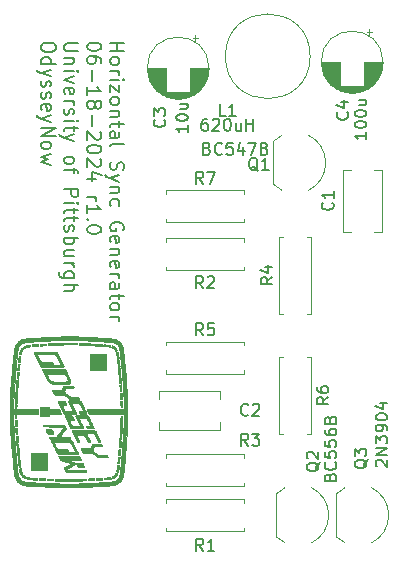
<source format=gbr>
G04 #@! TF.GenerationSoftware,KiCad,Pcbnew,8.0.1*
G04 #@! TF.CreationDate,2024-06-18T22:12:42-04:00*
G04 #@! TF.ProjectId,OdysseyDaughterCardHorizSyncGenerator,4f647973-7365-4794-9461-756768746572,1.0*
G04 #@! TF.SameCoordinates,Original*
G04 #@! TF.FileFunction,Legend,Top*
G04 #@! TF.FilePolarity,Positive*
%FSLAX46Y46*%
G04 Gerber Fmt 4.6, Leading zero omitted, Abs format (unit mm)*
G04 Created by KiCad (PCBNEW 8.0.1) date 2024-06-18 22:12:42*
%MOMM*%
%LPD*%
G01*
G04 APERTURE LIST*
%ADD10C,0.200000*%
%ADD11C,0.150000*%
%ADD12C,0.010000*%
%ADD13C,0.120000*%
G04 APERTURE END LIST*
D10*
X132909156Y-80681292D02*
X134109156Y-80681292D01*
X133537727Y-80681292D02*
X133537727Y-81367006D01*
X132909156Y-81367006D02*
X134109156Y-81367006D01*
X132909156Y-82109863D02*
X132966299Y-81995578D01*
X132966299Y-81995578D02*
X133023441Y-81938435D01*
X133023441Y-81938435D02*
X133137727Y-81881292D01*
X133137727Y-81881292D02*
X133480584Y-81881292D01*
X133480584Y-81881292D02*
X133594870Y-81938435D01*
X133594870Y-81938435D02*
X133652013Y-81995578D01*
X133652013Y-81995578D02*
X133709156Y-82109863D01*
X133709156Y-82109863D02*
X133709156Y-82281292D01*
X133709156Y-82281292D02*
X133652013Y-82395578D01*
X133652013Y-82395578D02*
X133594870Y-82452721D01*
X133594870Y-82452721D02*
X133480584Y-82509863D01*
X133480584Y-82509863D02*
X133137727Y-82509863D01*
X133137727Y-82509863D02*
X133023441Y-82452721D01*
X133023441Y-82452721D02*
X132966299Y-82395578D01*
X132966299Y-82395578D02*
X132909156Y-82281292D01*
X132909156Y-82281292D02*
X132909156Y-82109863D01*
X132909156Y-83024149D02*
X133709156Y-83024149D01*
X133480584Y-83024149D02*
X133594870Y-83081292D01*
X133594870Y-83081292D02*
X133652013Y-83138435D01*
X133652013Y-83138435D02*
X133709156Y-83252720D01*
X133709156Y-83252720D02*
X133709156Y-83367006D01*
X132909156Y-83767006D02*
X133709156Y-83767006D01*
X134109156Y-83767006D02*
X134052013Y-83709863D01*
X134052013Y-83709863D02*
X133994870Y-83767006D01*
X133994870Y-83767006D02*
X134052013Y-83824149D01*
X134052013Y-83824149D02*
X134109156Y-83767006D01*
X134109156Y-83767006D02*
X133994870Y-83767006D01*
X133709156Y-84224149D02*
X133709156Y-84852721D01*
X133709156Y-84852721D02*
X132909156Y-84224149D01*
X132909156Y-84224149D02*
X132909156Y-84852721D01*
X132909156Y-85481292D02*
X132966299Y-85367007D01*
X132966299Y-85367007D02*
X133023441Y-85309864D01*
X133023441Y-85309864D02*
X133137727Y-85252721D01*
X133137727Y-85252721D02*
X133480584Y-85252721D01*
X133480584Y-85252721D02*
X133594870Y-85309864D01*
X133594870Y-85309864D02*
X133652013Y-85367007D01*
X133652013Y-85367007D02*
X133709156Y-85481292D01*
X133709156Y-85481292D02*
X133709156Y-85652721D01*
X133709156Y-85652721D02*
X133652013Y-85767007D01*
X133652013Y-85767007D02*
X133594870Y-85824150D01*
X133594870Y-85824150D02*
X133480584Y-85881292D01*
X133480584Y-85881292D02*
X133137727Y-85881292D01*
X133137727Y-85881292D02*
X133023441Y-85824150D01*
X133023441Y-85824150D02*
X132966299Y-85767007D01*
X132966299Y-85767007D02*
X132909156Y-85652721D01*
X132909156Y-85652721D02*
X132909156Y-85481292D01*
X133709156Y-86395578D02*
X132909156Y-86395578D01*
X133594870Y-86395578D02*
X133652013Y-86452721D01*
X133652013Y-86452721D02*
X133709156Y-86567006D01*
X133709156Y-86567006D02*
X133709156Y-86738435D01*
X133709156Y-86738435D02*
X133652013Y-86852721D01*
X133652013Y-86852721D02*
X133537727Y-86909864D01*
X133537727Y-86909864D02*
X132909156Y-86909864D01*
X133709156Y-87309863D02*
X133709156Y-87767006D01*
X134109156Y-87481292D02*
X133080584Y-87481292D01*
X133080584Y-87481292D02*
X132966299Y-87538435D01*
X132966299Y-87538435D02*
X132909156Y-87652720D01*
X132909156Y-87652720D02*
X132909156Y-87767006D01*
X132909156Y-88681292D02*
X133537727Y-88681292D01*
X133537727Y-88681292D02*
X133652013Y-88624149D01*
X133652013Y-88624149D02*
X133709156Y-88509863D01*
X133709156Y-88509863D02*
X133709156Y-88281292D01*
X133709156Y-88281292D02*
X133652013Y-88167006D01*
X132966299Y-88681292D02*
X132909156Y-88567006D01*
X132909156Y-88567006D02*
X132909156Y-88281292D01*
X132909156Y-88281292D02*
X132966299Y-88167006D01*
X132966299Y-88167006D02*
X133080584Y-88109863D01*
X133080584Y-88109863D02*
X133194870Y-88109863D01*
X133194870Y-88109863D02*
X133309156Y-88167006D01*
X133309156Y-88167006D02*
X133366299Y-88281292D01*
X133366299Y-88281292D02*
X133366299Y-88567006D01*
X133366299Y-88567006D02*
X133423441Y-88681292D01*
X132909156Y-89424148D02*
X132966299Y-89309863D01*
X132966299Y-89309863D02*
X133080584Y-89252720D01*
X133080584Y-89252720D02*
X134109156Y-89252720D01*
X132966299Y-90738434D02*
X132909156Y-90909863D01*
X132909156Y-90909863D02*
X132909156Y-91195577D01*
X132909156Y-91195577D02*
X132966299Y-91309863D01*
X132966299Y-91309863D02*
X133023441Y-91367005D01*
X133023441Y-91367005D02*
X133137727Y-91424148D01*
X133137727Y-91424148D02*
X133252013Y-91424148D01*
X133252013Y-91424148D02*
X133366299Y-91367005D01*
X133366299Y-91367005D02*
X133423441Y-91309863D01*
X133423441Y-91309863D02*
X133480584Y-91195577D01*
X133480584Y-91195577D02*
X133537727Y-90967005D01*
X133537727Y-90967005D02*
X133594870Y-90852720D01*
X133594870Y-90852720D02*
X133652013Y-90795577D01*
X133652013Y-90795577D02*
X133766299Y-90738434D01*
X133766299Y-90738434D02*
X133880584Y-90738434D01*
X133880584Y-90738434D02*
X133994870Y-90795577D01*
X133994870Y-90795577D02*
X134052013Y-90852720D01*
X134052013Y-90852720D02*
X134109156Y-90967005D01*
X134109156Y-90967005D02*
X134109156Y-91252720D01*
X134109156Y-91252720D02*
X134052013Y-91424148D01*
X133709156Y-91824148D02*
X132909156Y-92109862D01*
X133709156Y-92395577D02*
X132909156Y-92109862D01*
X132909156Y-92109862D02*
X132623441Y-91995577D01*
X132623441Y-91995577D02*
X132566299Y-91938434D01*
X132566299Y-91938434D02*
X132509156Y-91824148D01*
X133709156Y-92852720D02*
X132909156Y-92852720D01*
X133594870Y-92852720D02*
X133652013Y-92909863D01*
X133652013Y-92909863D02*
X133709156Y-93024148D01*
X133709156Y-93024148D02*
X133709156Y-93195577D01*
X133709156Y-93195577D02*
X133652013Y-93309863D01*
X133652013Y-93309863D02*
X133537727Y-93367006D01*
X133537727Y-93367006D02*
X132909156Y-93367006D01*
X132966299Y-94452720D02*
X132909156Y-94338434D01*
X132909156Y-94338434D02*
X132909156Y-94109862D01*
X132909156Y-94109862D02*
X132966299Y-93995577D01*
X132966299Y-93995577D02*
X133023441Y-93938434D01*
X133023441Y-93938434D02*
X133137727Y-93881291D01*
X133137727Y-93881291D02*
X133480584Y-93881291D01*
X133480584Y-93881291D02*
X133594870Y-93938434D01*
X133594870Y-93938434D02*
X133652013Y-93995577D01*
X133652013Y-93995577D02*
X133709156Y-94109862D01*
X133709156Y-94109862D02*
X133709156Y-94338434D01*
X133709156Y-94338434D02*
X133652013Y-94452720D01*
X134052013Y-96509862D02*
X134109156Y-96395577D01*
X134109156Y-96395577D02*
X134109156Y-96224148D01*
X134109156Y-96224148D02*
X134052013Y-96052719D01*
X134052013Y-96052719D02*
X133937727Y-95938434D01*
X133937727Y-95938434D02*
X133823441Y-95881291D01*
X133823441Y-95881291D02*
X133594870Y-95824148D01*
X133594870Y-95824148D02*
X133423441Y-95824148D01*
X133423441Y-95824148D02*
X133194870Y-95881291D01*
X133194870Y-95881291D02*
X133080584Y-95938434D01*
X133080584Y-95938434D02*
X132966299Y-96052719D01*
X132966299Y-96052719D02*
X132909156Y-96224148D01*
X132909156Y-96224148D02*
X132909156Y-96338434D01*
X132909156Y-96338434D02*
X132966299Y-96509862D01*
X132966299Y-96509862D02*
X133023441Y-96567005D01*
X133023441Y-96567005D02*
X133423441Y-96567005D01*
X133423441Y-96567005D02*
X133423441Y-96338434D01*
X132966299Y-97538434D02*
X132909156Y-97424148D01*
X132909156Y-97424148D02*
X132909156Y-97195577D01*
X132909156Y-97195577D02*
X132966299Y-97081291D01*
X132966299Y-97081291D02*
X133080584Y-97024148D01*
X133080584Y-97024148D02*
X133537727Y-97024148D01*
X133537727Y-97024148D02*
X133652013Y-97081291D01*
X133652013Y-97081291D02*
X133709156Y-97195577D01*
X133709156Y-97195577D02*
X133709156Y-97424148D01*
X133709156Y-97424148D02*
X133652013Y-97538434D01*
X133652013Y-97538434D02*
X133537727Y-97595577D01*
X133537727Y-97595577D02*
X133423441Y-97595577D01*
X133423441Y-97595577D02*
X133309156Y-97024148D01*
X133709156Y-98109862D02*
X132909156Y-98109862D01*
X133594870Y-98109862D02*
X133652013Y-98167005D01*
X133652013Y-98167005D02*
X133709156Y-98281290D01*
X133709156Y-98281290D02*
X133709156Y-98452719D01*
X133709156Y-98452719D02*
X133652013Y-98567005D01*
X133652013Y-98567005D02*
X133537727Y-98624148D01*
X133537727Y-98624148D02*
X132909156Y-98624148D01*
X132966299Y-99652719D02*
X132909156Y-99538433D01*
X132909156Y-99538433D02*
X132909156Y-99309862D01*
X132909156Y-99309862D02*
X132966299Y-99195576D01*
X132966299Y-99195576D02*
X133080584Y-99138433D01*
X133080584Y-99138433D02*
X133537727Y-99138433D01*
X133537727Y-99138433D02*
X133652013Y-99195576D01*
X133652013Y-99195576D02*
X133709156Y-99309862D01*
X133709156Y-99309862D02*
X133709156Y-99538433D01*
X133709156Y-99538433D02*
X133652013Y-99652719D01*
X133652013Y-99652719D02*
X133537727Y-99709862D01*
X133537727Y-99709862D02*
X133423441Y-99709862D01*
X133423441Y-99709862D02*
X133309156Y-99138433D01*
X132909156Y-100224147D02*
X133709156Y-100224147D01*
X133480584Y-100224147D02*
X133594870Y-100281290D01*
X133594870Y-100281290D02*
X133652013Y-100338433D01*
X133652013Y-100338433D02*
X133709156Y-100452718D01*
X133709156Y-100452718D02*
X133709156Y-100567004D01*
X132909156Y-101481290D02*
X133537727Y-101481290D01*
X133537727Y-101481290D02*
X133652013Y-101424147D01*
X133652013Y-101424147D02*
X133709156Y-101309861D01*
X133709156Y-101309861D02*
X133709156Y-101081290D01*
X133709156Y-101081290D02*
X133652013Y-100967004D01*
X132966299Y-101481290D02*
X132909156Y-101367004D01*
X132909156Y-101367004D02*
X132909156Y-101081290D01*
X132909156Y-101081290D02*
X132966299Y-100967004D01*
X132966299Y-100967004D02*
X133080584Y-100909861D01*
X133080584Y-100909861D02*
X133194870Y-100909861D01*
X133194870Y-100909861D02*
X133309156Y-100967004D01*
X133309156Y-100967004D02*
X133366299Y-101081290D01*
X133366299Y-101081290D02*
X133366299Y-101367004D01*
X133366299Y-101367004D02*
X133423441Y-101481290D01*
X133709156Y-101881289D02*
X133709156Y-102338432D01*
X134109156Y-102052718D02*
X133080584Y-102052718D01*
X133080584Y-102052718D02*
X132966299Y-102109861D01*
X132966299Y-102109861D02*
X132909156Y-102224146D01*
X132909156Y-102224146D02*
X132909156Y-102338432D01*
X132909156Y-102909860D02*
X132966299Y-102795575D01*
X132966299Y-102795575D02*
X133023441Y-102738432D01*
X133023441Y-102738432D02*
X133137727Y-102681289D01*
X133137727Y-102681289D02*
X133480584Y-102681289D01*
X133480584Y-102681289D02*
X133594870Y-102738432D01*
X133594870Y-102738432D02*
X133652013Y-102795575D01*
X133652013Y-102795575D02*
X133709156Y-102909860D01*
X133709156Y-102909860D02*
X133709156Y-103081289D01*
X133709156Y-103081289D02*
X133652013Y-103195575D01*
X133652013Y-103195575D02*
X133594870Y-103252718D01*
X133594870Y-103252718D02*
X133480584Y-103309860D01*
X133480584Y-103309860D02*
X133137727Y-103309860D01*
X133137727Y-103309860D02*
X133023441Y-103252718D01*
X133023441Y-103252718D02*
X132966299Y-103195575D01*
X132966299Y-103195575D02*
X132909156Y-103081289D01*
X132909156Y-103081289D02*
X132909156Y-102909860D01*
X132909156Y-103824146D02*
X133709156Y-103824146D01*
X133480584Y-103824146D02*
X133594870Y-103881289D01*
X133594870Y-103881289D02*
X133652013Y-103938432D01*
X133652013Y-103938432D02*
X133709156Y-104052717D01*
X133709156Y-104052717D02*
X133709156Y-104167003D01*
X132177223Y-80909863D02*
X132177223Y-81024149D01*
X132177223Y-81024149D02*
X132120080Y-81138435D01*
X132120080Y-81138435D02*
X132062937Y-81195578D01*
X132062937Y-81195578D02*
X131948651Y-81252720D01*
X131948651Y-81252720D02*
X131720080Y-81309863D01*
X131720080Y-81309863D02*
X131434366Y-81309863D01*
X131434366Y-81309863D02*
X131205794Y-81252720D01*
X131205794Y-81252720D02*
X131091508Y-81195578D01*
X131091508Y-81195578D02*
X131034366Y-81138435D01*
X131034366Y-81138435D02*
X130977223Y-81024149D01*
X130977223Y-81024149D02*
X130977223Y-80909863D01*
X130977223Y-80909863D02*
X131034366Y-80795578D01*
X131034366Y-80795578D02*
X131091508Y-80738435D01*
X131091508Y-80738435D02*
X131205794Y-80681292D01*
X131205794Y-80681292D02*
X131434366Y-80624149D01*
X131434366Y-80624149D02*
X131720080Y-80624149D01*
X131720080Y-80624149D02*
X131948651Y-80681292D01*
X131948651Y-80681292D02*
X132062937Y-80738435D01*
X132062937Y-80738435D02*
X132120080Y-80795578D01*
X132120080Y-80795578D02*
X132177223Y-80909863D01*
X132177223Y-82338435D02*
X132177223Y-82109863D01*
X132177223Y-82109863D02*
X132120080Y-81995577D01*
X132120080Y-81995577D02*
X132062937Y-81938435D01*
X132062937Y-81938435D02*
X131891508Y-81824149D01*
X131891508Y-81824149D02*
X131662937Y-81767006D01*
X131662937Y-81767006D02*
X131205794Y-81767006D01*
X131205794Y-81767006D02*
X131091508Y-81824149D01*
X131091508Y-81824149D02*
X131034366Y-81881292D01*
X131034366Y-81881292D02*
X130977223Y-81995577D01*
X130977223Y-81995577D02*
X130977223Y-82224149D01*
X130977223Y-82224149D02*
X131034366Y-82338435D01*
X131034366Y-82338435D02*
X131091508Y-82395577D01*
X131091508Y-82395577D02*
X131205794Y-82452720D01*
X131205794Y-82452720D02*
X131491508Y-82452720D01*
X131491508Y-82452720D02*
X131605794Y-82395577D01*
X131605794Y-82395577D02*
X131662937Y-82338435D01*
X131662937Y-82338435D02*
X131720080Y-82224149D01*
X131720080Y-82224149D02*
X131720080Y-81995577D01*
X131720080Y-81995577D02*
X131662937Y-81881292D01*
X131662937Y-81881292D02*
X131605794Y-81824149D01*
X131605794Y-81824149D02*
X131491508Y-81767006D01*
X131434366Y-82967006D02*
X131434366Y-83881292D01*
X130977223Y-85081291D02*
X130977223Y-84395577D01*
X130977223Y-84738434D02*
X132177223Y-84738434D01*
X132177223Y-84738434D02*
X132005794Y-84624148D01*
X132005794Y-84624148D02*
X131891508Y-84509863D01*
X131891508Y-84509863D02*
X131834366Y-84395577D01*
X131662937Y-85767005D02*
X131720080Y-85652720D01*
X131720080Y-85652720D02*
X131777223Y-85595577D01*
X131777223Y-85595577D02*
X131891508Y-85538434D01*
X131891508Y-85538434D02*
X131948651Y-85538434D01*
X131948651Y-85538434D02*
X132062937Y-85595577D01*
X132062937Y-85595577D02*
X132120080Y-85652720D01*
X132120080Y-85652720D02*
X132177223Y-85767005D01*
X132177223Y-85767005D02*
X132177223Y-85995577D01*
X132177223Y-85995577D02*
X132120080Y-86109863D01*
X132120080Y-86109863D02*
X132062937Y-86167005D01*
X132062937Y-86167005D02*
X131948651Y-86224148D01*
X131948651Y-86224148D02*
X131891508Y-86224148D01*
X131891508Y-86224148D02*
X131777223Y-86167005D01*
X131777223Y-86167005D02*
X131720080Y-86109863D01*
X131720080Y-86109863D02*
X131662937Y-85995577D01*
X131662937Y-85995577D02*
X131662937Y-85767005D01*
X131662937Y-85767005D02*
X131605794Y-85652720D01*
X131605794Y-85652720D02*
X131548651Y-85595577D01*
X131548651Y-85595577D02*
X131434366Y-85538434D01*
X131434366Y-85538434D02*
X131205794Y-85538434D01*
X131205794Y-85538434D02*
X131091508Y-85595577D01*
X131091508Y-85595577D02*
X131034366Y-85652720D01*
X131034366Y-85652720D02*
X130977223Y-85767005D01*
X130977223Y-85767005D02*
X130977223Y-85995577D01*
X130977223Y-85995577D02*
X131034366Y-86109863D01*
X131034366Y-86109863D02*
X131091508Y-86167005D01*
X131091508Y-86167005D02*
X131205794Y-86224148D01*
X131205794Y-86224148D02*
X131434366Y-86224148D01*
X131434366Y-86224148D02*
X131548651Y-86167005D01*
X131548651Y-86167005D02*
X131605794Y-86109863D01*
X131605794Y-86109863D02*
X131662937Y-85995577D01*
X131434366Y-86738434D02*
X131434366Y-87652720D01*
X132062937Y-88167005D02*
X132120080Y-88224148D01*
X132120080Y-88224148D02*
X132177223Y-88338434D01*
X132177223Y-88338434D02*
X132177223Y-88624148D01*
X132177223Y-88624148D02*
X132120080Y-88738434D01*
X132120080Y-88738434D02*
X132062937Y-88795576D01*
X132062937Y-88795576D02*
X131948651Y-88852719D01*
X131948651Y-88852719D02*
X131834366Y-88852719D01*
X131834366Y-88852719D02*
X131662937Y-88795576D01*
X131662937Y-88795576D02*
X130977223Y-88109862D01*
X130977223Y-88109862D02*
X130977223Y-88852719D01*
X132177223Y-89595576D02*
X132177223Y-89709862D01*
X132177223Y-89709862D02*
X132120080Y-89824148D01*
X132120080Y-89824148D02*
X132062937Y-89881291D01*
X132062937Y-89881291D02*
X131948651Y-89938433D01*
X131948651Y-89938433D02*
X131720080Y-89995576D01*
X131720080Y-89995576D02*
X131434366Y-89995576D01*
X131434366Y-89995576D02*
X131205794Y-89938433D01*
X131205794Y-89938433D02*
X131091508Y-89881291D01*
X131091508Y-89881291D02*
X131034366Y-89824148D01*
X131034366Y-89824148D02*
X130977223Y-89709862D01*
X130977223Y-89709862D02*
X130977223Y-89595576D01*
X130977223Y-89595576D02*
X131034366Y-89481291D01*
X131034366Y-89481291D02*
X131091508Y-89424148D01*
X131091508Y-89424148D02*
X131205794Y-89367005D01*
X131205794Y-89367005D02*
X131434366Y-89309862D01*
X131434366Y-89309862D02*
X131720080Y-89309862D01*
X131720080Y-89309862D02*
X131948651Y-89367005D01*
X131948651Y-89367005D02*
X132062937Y-89424148D01*
X132062937Y-89424148D02*
X132120080Y-89481291D01*
X132120080Y-89481291D02*
X132177223Y-89595576D01*
X132062937Y-90452719D02*
X132120080Y-90509862D01*
X132120080Y-90509862D02*
X132177223Y-90624148D01*
X132177223Y-90624148D02*
X132177223Y-90909862D01*
X132177223Y-90909862D02*
X132120080Y-91024148D01*
X132120080Y-91024148D02*
X132062937Y-91081290D01*
X132062937Y-91081290D02*
X131948651Y-91138433D01*
X131948651Y-91138433D02*
X131834366Y-91138433D01*
X131834366Y-91138433D02*
X131662937Y-91081290D01*
X131662937Y-91081290D02*
X130977223Y-90395576D01*
X130977223Y-90395576D02*
X130977223Y-91138433D01*
X131777223Y-92167005D02*
X130977223Y-92167005D01*
X132234366Y-91881290D02*
X131377223Y-91595576D01*
X131377223Y-91595576D02*
X131377223Y-92338433D01*
X130977223Y-93709862D02*
X131777223Y-93709862D01*
X131548651Y-93709862D02*
X131662937Y-93767005D01*
X131662937Y-93767005D02*
X131720080Y-93824148D01*
X131720080Y-93824148D02*
X131777223Y-93938433D01*
X131777223Y-93938433D02*
X131777223Y-94052719D01*
X130977223Y-95081290D02*
X130977223Y-94395576D01*
X130977223Y-94738433D02*
X132177223Y-94738433D01*
X132177223Y-94738433D02*
X132005794Y-94624147D01*
X132005794Y-94624147D02*
X131891508Y-94509862D01*
X131891508Y-94509862D02*
X131834366Y-94395576D01*
X131091508Y-95595576D02*
X131034366Y-95652719D01*
X131034366Y-95652719D02*
X130977223Y-95595576D01*
X130977223Y-95595576D02*
X131034366Y-95538433D01*
X131034366Y-95538433D02*
X131091508Y-95595576D01*
X131091508Y-95595576D02*
X130977223Y-95595576D01*
X132177223Y-96395576D02*
X132177223Y-96509862D01*
X132177223Y-96509862D02*
X132120080Y-96624148D01*
X132120080Y-96624148D02*
X132062937Y-96681291D01*
X132062937Y-96681291D02*
X131948651Y-96738433D01*
X131948651Y-96738433D02*
X131720080Y-96795576D01*
X131720080Y-96795576D02*
X131434366Y-96795576D01*
X131434366Y-96795576D02*
X131205794Y-96738433D01*
X131205794Y-96738433D02*
X131091508Y-96681291D01*
X131091508Y-96681291D02*
X131034366Y-96624148D01*
X131034366Y-96624148D02*
X130977223Y-96509862D01*
X130977223Y-96509862D02*
X130977223Y-96395576D01*
X130977223Y-96395576D02*
X131034366Y-96281291D01*
X131034366Y-96281291D02*
X131091508Y-96224148D01*
X131091508Y-96224148D02*
X131205794Y-96167005D01*
X131205794Y-96167005D02*
X131434366Y-96109862D01*
X131434366Y-96109862D02*
X131720080Y-96109862D01*
X131720080Y-96109862D02*
X131948651Y-96167005D01*
X131948651Y-96167005D02*
X132062937Y-96224148D01*
X132062937Y-96224148D02*
X132120080Y-96281291D01*
X132120080Y-96281291D02*
X132177223Y-96395576D01*
X130245290Y-80681292D02*
X129273861Y-80681292D01*
X129273861Y-80681292D02*
X129159575Y-80738435D01*
X129159575Y-80738435D02*
X129102433Y-80795578D01*
X129102433Y-80795578D02*
X129045290Y-80909863D01*
X129045290Y-80909863D02*
X129045290Y-81138435D01*
X129045290Y-81138435D02*
X129102433Y-81252720D01*
X129102433Y-81252720D02*
X129159575Y-81309863D01*
X129159575Y-81309863D02*
X129273861Y-81367006D01*
X129273861Y-81367006D02*
X130245290Y-81367006D01*
X129845290Y-81938435D02*
X129045290Y-81938435D01*
X129731004Y-81938435D02*
X129788147Y-81995578D01*
X129788147Y-81995578D02*
X129845290Y-82109863D01*
X129845290Y-82109863D02*
X129845290Y-82281292D01*
X129845290Y-82281292D02*
X129788147Y-82395578D01*
X129788147Y-82395578D02*
X129673861Y-82452721D01*
X129673861Y-82452721D02*
X129045290Y-82452721D01*
X129045290Y-83024149D02*
X129845290Y-83024149D01*
X130245290Y-83024149D02*
X130188147Y-82967006D01*
X130188147Y-82967006D02*
X130131004Y-83024149D01*
X130131004Y-83024149D02*
X130188147Y-83081292D01*
X130188147Y-83081292D02*
X130245290Y-83024149D01*
X130245290Y-83024149D02*
X130131004Y-83024149D01*
X129845290Y-83481292D02*
X129045290Y-83767006D01*
X129045290Y-83767006D02*
X129845290Y-84052721D01*
X129102433Y-84967007D02*
X129045290Y-84852721D01*
X129045290Y-84852721D02*
X129045290Y-84624150D01*
X129045290Y-84624150D02*
X129102433Y-84509864D01*
X129102433Y-84509864D02*
X129216718Y-84452721D01*
X129216718Y-84452721D02*
X129673861Y-84452721D01*
X129673861Y-84452721D02*
X129788147Y-84509864D01*
X129788147Y-84509864D02*
X129845290Y-84624150D01*
X129845290Y-84624150D02*
X129845290Y-84852721D01*
X129845290Y-84852721D02*
X129788147Y-84967007D01*
X129788147Y-84967007D02*
X129673861Y-85024150D01*
X129673861Y-85024150D02*
X129559575Y-85024150D01*
X129559575Y-85024150D02*
X129445290Y-84452721D01*
X129045290Y-85538435D02*
X129845290Y-85538435D01*
X129616718Y-85538435D02*
X129731004Y-85595578D01*
X129731004Y-85595578D02*
X129788147Y-85652721D01*
X129788147Y-85652721D02*
X129845290Y-85767006D01*
X129845290Y-85767006D02*
X129845290Y-85881292D01*
X129102433Y-86224149D02*
X129045290Y-86338435D01*
X129045290Y-86338435D02*
X129045290Y-86567006D01*
X129045290Y-86567006D02*
X129102433Y-86681292D01*
X129102433Y-86681292D02*
X129216718Y-86738435D01*
X129216718Y-86738435D02*
X129273861Y-86738435D01*
X129273861Y-86738435D02*
X129388147Y-86681292D01*
X129388147Y-86681292D02*
X129445290Y-86567006D01*
X129445290Y-86567006D02*
X129445290Y-86395578D01*
X129445290Y-86395578D02*
X129502433Y-86281292D01*
X129502433Y-86281292D02*
X129616718Y-86224149D01*
X129616718Y-86224149D02*
X129673861Y-86224149D01*
X129673861Y-86224149D02*
X129788147Y-86281292D01*
X129788147Y-86281292D02*
X129845290Y-86395578D01*
X129845290Y-86395578D02*
X129845290Y-86567006D01*
X129845290Y-86567006D02*
X129788147Y-86681292D01*
X129045290Y-87252721D02*
X129845290Y-87252721D01*
X130245290Y-87252721D02*
X130188147Y-87195578D01*
X130188147Y-87195578D02*
X130131004Y-87252721D01*
X130131004Y-87252721D02*
X130188147Y-87309864D01*
X130188147Y-87309864D02*
X130245290Y-87252721D01*
X130245290Y-87252721D02*
X130131004Y-87252721D01*
X129845290Y-87652721D02*
X129845290Y-88109864D01*
X130245290Y-87824150D02*
X129216718Y-87824150D01*
X129216718Y-87824150D02*
X129102433Y-87881293D01*
X129102433Y-87881293D02*
X129045290Y-87995578D01*
X129045290Y-87995578D02*
X129045290Y-88109864D01*
X129845290Y-88395578D02*
X129045290Y-88681292D01*
X129845290Y-88967007D02*
X129045290Y-88681292D01*
X129045290Y-88681292D02*
X128759575Y-88567007D01*
X128759575Y-88567007D02*
X128702433Y-88509864D01*
X128702433Y-88509864D02*
X128645290Y-88395578D01*
X129045290Y-90509864D02*
X129102433Y-90395579D01*
X129102433Y-90395579D02*
X129159575Y-90338436D01*
X129159575Y-90338436D02*
X129273861Y-90281293D01*
X129273861Y-90281293D02*
X129616718Y-90281293D01*
X129616718Y-90281293D02*
X129731004Y-90338436D01*
X129731004Y-90338436D02*
X129788147Y-90395579D01*
X129788147Y-90395579D02*
X129845290Y-90509864D01*
X129845290Y-90509864D02*
X129845290Y-90681293D01*
X129845290Y-90681293D02*
X129788147Y-90795579D01*
X129788147Y-90795579D02*
X129731004Y-90852722D01*
X129731004Y-90852722D02*
X129616718Y-90909864D01*
X129616718Y-90909864D02*
X129273861Y-90909864D01*
X129273861Y-90909864D02*
X129159575Y-90852722D01*
X129159575Y-90852722D02*
X129102433Y-90795579D01*
X129102433Y-90795579D02*
X129045290Y-90681293D01*
X129045290Y-90681293D02*
X129045290Y-90509864D01*
X129845290Y-91252721D02*
X129845290Y-91709864D01*
X129045290Y-91424150D02*
X130073861Y-91424150D01*
X130073861Y-91424150D02*
X130188147Y-91481293D01*
X130188147Y-91481293D02*
X130245290Y-91595578D01*
X130245290Y-91595578D02*
X130245290Y-91709864D01*
X129045290Y-93024150D02*
X130245290Y-93024150D01*
X130245290Y-93024150D02*
X130245290Y-93481293D01*
X130245290Y-93481293D02*
X130188147Y-93595578D01*
X130188147Y-93595578D02*
X130131004Y-93652721D01*
X130131004Y-93652721D02*
X130016718Y-93709864D01*
X130016718Y-93709864D02*
X129845290Y-93709864D01*
X129845290Y-93709864D02*
X129731004Y-93652721D01*
X129731004Y-93652721D02*
X129673861Y-93595578D01*
X129673861Y-93595578D02*
X129616718Y-93481293D01*
X129616718Y-93481293D02*
X129616718Y-93024150D01*
X129045290Y-94224150D02*
X129845290Y-94224150D01*
X130245290Y-94224150D02*
X130188147Y-94167007D01*
X130188147Y-94167007D02*
X130131004Y-94224150D01*
X130131004Y-94224150D02*
X130188147Y-94281293D01*
X130188147Y-94281293D02*
X130245290Y-94224150D01*
X130245290Y-94224150D02*
X130131004Y-94224150D01*
X129845290Y-94624150D02*
X129845290Y-95081293D01*
X130245290Y-94795579D02*
X129216718Y-94795579D01*
X129216718Y-94795579D02*
X129102433Y-94852722D01*
X129102433Y-94852722D02*
X129045290Y-94967007D01*
X129045290Y-94967007D02*
X129045290Y-95081293D01*
X129845290Y-95309864D02*
X129845290Y-95767007D01*
X130245290Y-95481293D02*
X129216718Y-95481293D01*
X129216718Y-95481293D02*
X129102433Y-95538436D01*
X129102433Y-95538436D02*
X129045290Y-95652721D01*
X129045290Y-95652721D02*
X129045290Y-95767007D01*
X129102433Y-96109864D02*
X129045290Y-96224150D01*
X129045290Y-96224150D02*
X129045290Y-96452721D01*
X129045290Y-96452721D02*
X129102433Y-96567007D01*
X129102433Y-96567007D02*
X129216718Y-96624150D01*
X129216718Y-96624150D02*
X129273861Y-96624150D01*
X129273861Y-96624150D02*
X129388147Y-96567007D01*
X129388147Y-96567007D02*
X129445290Y-96452721D01*
X129445290Y-96452721D02*
X129445290Y-96281293D01*
X129445290Y-96281293D02*
X129502433Y-96167007D01*
X129502433Y-96167007D02*
X129616718Y-96109864D01*
X129616718Y-96109864D02*
X129673861Y-96109864D01*
X129673861Y-96109864D02*
X129788147Y-96167007D01*
X129788147Y-96167007D02*
X129845290Y-96281293D01*
X129845290Y-96281293D02*
X129845290Y-96452721D01*
X129845290Y-96452721D02*
X129788147Y-96567007D01*
X129045290Y-97138436D02*
X130245290Y-97138436D01*
X129788147Y-97138436D02*
X129845290Y-97252722D01*
X129845290Y-97252722D02*
X129845290Y-97481293D01*
X129845290Y-97481293D02*
X129788147Y-97595579D01*
X129788147Y-97595579D02*
X129731004Y-97652722D01*
X129731004Y-97652722D02*
X129616718Y-97709864D01*
X129616718Y-97709864D02*
X129273861Y-97709864D01*
X129273861Y-97709864D02*
X129159575Y-97652722D01*
X129159575Y-97652722D02*
X129102433Y-97595579D01*
X129102433Y-97595579D02*
X129045290Y-97481293D01*
X129045290Y-97481293D02*
X129045290Y-97252722D01*
X129045290Y-97252722D02*
X129102433Y-97138436D01*
X129845290Y-98738436D02*
X129045290Y-98738436D01*
X129845290Y-98224150D02*
X129216718Y-98224150D01*
X129216718Y-98224150D02*
X129102433Y-98281293D01*
X129102433Y-98281293D02*
X129045290Y-98395578D01*
X129045290Y-98395578D02*
X129045290Y-98567007D01*
X129045290Y-98567007D02*
X129102433Y-98681293D01*
X129102433Y-98681293D02*
X129159575Y-98738436D01*
X129045290Y-99309864D02*
X129845290Y-99309864D01*
X129616718Y-99309864D02*
X129731004Y-99367007D01*
X129731004Y-99367007D02*
X129788147Y-99424150D01*
X129788147Y-99424150D02*
X129845290Y-99538435D01*
X129845290Y-99538435D02*
X129845290Y-99652721D01*
X129845290Y-100567007D02*
X128873861Y-100567007D01*
X128873861Y-100567007D02*
X128759575Y-100509864D01*
X128759575Y-100509864D02*
X128702433Y-100452721D01*
X128702433Y-100452721D02*
X128645290Y-100338435D01*
X128645290Y-100338435D02*
X128645290Y-100167007D01*
X128645290Y-100167007D02*
X128702433Y-100052721D01*
X129102433Y-100567007D02*
X129045290Y-100452721D01*
X129045290Y-100452721D02*
X129045290Y-100224149D01*
X129045290Y-100224149D02*
X129102433Y-100109864D01*
X129102433Y-100109864D02*
X129159575Y-100052721D01*
X129159575Y-100052721D02*
X129273861Y-99995578D01*
X129273861Y-99995578D02*
X129616718Y-99995578D01*
X129616718Y-99995578D02*
X129731004Y-100052721D01*
X129731004Y-100052721D02*
X129788147Y-100109864D01*
X129788147Y-100109864D02*
X129845290Y-100224149D01*
X129845290Y-100224149D02*
X129845290Y-100452721D01*
X129845290Y-100452721D02*
X129788147Y-100567007D01*
X129045290Y-101138435D02*
X130245290Y-101138435D01*
X129045290Y-101652721D02*
X129673861Y-101652721D01*
X129673861Y-101652721D02*
X129788147Y-101595578D01*
X129788147Y-101595578D02*
X129845290Y-101481292D01*
X129845290Y-101481292D02*
X129845290Y-101309863D01*
X129845290Y-101309863D02*
X129788147Y-101195578D01*
X129788147Y-101195578D02*
X129731004Y-101138435D01*
X128313357Y-80909863D02*
X128313357Y-81138435D01*
X128313357Y-81138435D02*
X128256214Y-81252720D01*
X128256214Y-81252720D02*
X128141928Y-81367006D01*
X128141928Y-81367006D02*
X127913357Y-81424149D01*
X127913357Y-81424149D02*
X127513357Y-81424149D01*
X127513357Y-81424149D02*
X127284785Y-81367006D01*
X127284785Y-81367006D02*
X127170500Y-81252720D01*
X127170500Y-81252720D02*
X127113357Y-81138435D01*
X127113357Y-81138435D02*
X127113357Y-80909863D01*
X127113357Y-80909863D02*
X127170500Y-80795578D01*
X127170500Y-80795578D02*
X127284785Y-80681292D01*
X127284785Y-80681292D02*
X127513357Y-80624149D01*
X127513357Y-80624149D02*
X127913357Y-80624149D01*
X127913357Y-80624149D02*
X128141928Y-80681292D01*
X128141928Y-80681292D02*
X128256214Y-80795578D01*
X128256214Y-80795578D02*
X128313357Y-80909863D01*
X127113357Y-82452721D02*
X128313357Y-82452721D01*
X127170500Y-82452721D02*
X127113357Y-82338435D01*
X127113357Y-82338435D02*
X127113357Y-82109863D01*
X127113357Y-82109863D02*
X127170500Y-81995578D01*
X127170500Y-81995578D02*
X127227642Y-81938435D01*
X127227642Y-81938435D02*
X127341928Y-81881292D01*
X127341928Y-81881292D02*
X127684785Y-81881292D01*
X127684785Y-81881292D02*
X127799071Y-81938435D01*
X127799071Y-81938435D02*
X127856214Y-81995578D01*
X127856214Y-81995578D02*
X127913357Y-82109863D01*
X127913357Y-82109863D02*
X127913357Y-82338435D01*
X127913357Y-82338435D02*
X127856214Y-82452721D01*
X127913357Y-82909863D02*
X127113357Y-83195577D01*
X127913357Y-83481292D02*
X127113357Y-83195577D01*
X127113357Y-83195577D02*
X126827642Y-83081292D01*
X126827642Y-83081292D02*
X126770500Y-83024149D01*
X126770500Y-83024149D02*
X126713357Y-82909863D01*
X127170500Y-83881292D02*
X127113357Y-83995578D01*
X127113357Y-83995578D02*
X127113357Y-84224149D01*
X127113357Y-84224149D02*
X127170500Y-84338435D01*
X127170500Y-84338435D02*
X127284785Y-84395578D01*
X127284785Y-84395578D02*
X127341928Y-84395578D01*
X127341928Y-84395578D02*
X127456214Y-84338435D01*
X127456214Y-84338435D02*
X127513357Y-84224149D01*
X127513357Y-84224149D02*
X127513357Y-84052721D01*
X127513357Y-84052721D02*
X127570500Y-83938435D01*
X127570500Y-83938435D02*
X127684785Y-83881292D01*
X127684785Y-83881292D02*
X127741928Y-83881292D01*
X127741928Y-83881292D02*
X127856214Y-83938435D01*
X127856214Y-83938435D02*
X127913357Y-84052721D01*
X127913357Y-84052721D02*
X127913357Y-84224149D01*
X127913357Y-84224149D02*
X127856214Y-84338435D01*
X127170500Y-84852721D02*
X127113357Y-84967007D01*
X127113357Y-84967007D02*
X127113357Y-85195578D01*
X127113357Y-85195578D02*
X127170500Y-85309864D01*
X127170500Y-85309864D02*
X127284785Y-85367007D01*
X127284785Y-85367007D02*
X127341928Y-85367007D01*
X127341928Y-85367007D02*
X127456214Y-85309864D01*
X127456214Y-85309864D02*
X127513357Y-85195578D01*
X127513357Y-85195578D02*
X127513357Y-85024150D01*
X127513357Y-85024150D02*
X127570500Y-84909864D01*
X127570500Y-84909864D02*
X127684785Y-84852721D01*
X127684785Y-84852721D02*
X127741928Y-84852721D01*
X127741928Y-84852721D02*
X127856214Y-84909864D01*
X127856214Y-84909864D02*
X127913357Y-85024150D01*
X127913357Y-85024150D02*
X127913357Y-85195578D01*
X127913357Y-85195578D02*
X127856214Y-85309864D01*
X127170500Y-86338436D02*
X127113357Y-86224150D01*
X127113357Y-86224150D02*
X127113357Y-85995579D01*
X127113357Y-85995579D02*
X127170500Y-85881293D01*
X127170500Y-85881293D02*
X127284785Y-85824150D01*
X127284785Y-85824150D02*
X127741928Y-85824150D01*
X127741928Y-85824150D02*
X127856214Y-85881293D01*
X127856214Y-85881293D02*
X127913357Y-85995579D01*
X127913357Y-85995579D02*
X127913357Y-86224150D01*
X127913357Y-86224150D02*
X127856214Y-86338436D01*
X127856214Y-86338436D02*
X127741928Y-86395579D01*
X127741928Y-86395579D02*
X127627642Y-86395579D01*
X127627642Y-86395579D02*
X127513357Y-85824150D01*
X127913357Y-86795578D02*
X127113357Y-87081292D01*
X127913357Y-87367007D02*
X127113357Y-87081292D01*
X127113357Y-87081292D02*
X126827642Y-86967007D01*
X126827642Y-86967007D02*
X126770500Y-86909864D01*
X126770500Y-86909864D02*
X126713357Y-86795578D01*
X127113357Y-87824150D02*
X128313357Y-87824150D01*
X128313357Y-87824150D02*
X127113357Y-88509864D01*
X127113357Y-88509864D02*
X128313357Y-88509864D01*
X127113357Y-89252721D02*
X127170500Y-89138436D01*
X127170500Y-89138436D02*
X127227642Y-89081293D01*
X127227642Y-89081293D02*
X127341928Y-89024150D01*
X127341928Y-89024150D02*
X127684785Y-89024150D01*
X127684785Y-89024150D02*
X127799071Y-89081293D01*
X127799071Y-89081293D02*
X127856214Y-89138436D01*
X127856214Y-89138436D02*
X127913357Y-89252721D01*
X127913357Y-89252721D02*
X127913357Y-89424150D01*
X127913357Y-89424150D02*
X127856214Y-89538436D01*
X127856214Y-89538436D02*
X127799071Y-89595579D01*
X127799071Y-89595579D02*
X127684785Y-89652721D01*
X127684785Y-89652721D02*
X127341928Y-89652721D01*
X127341928Y-89652721D02*
X127227642Y-89595579D01*
X127227642Y-89595579D02*
X127170500Y-89538436D01*
X127170500Y-89538436D02*
X127113357Y-89424150D01*
X127113357Y-89424150D02*
X127113357Y-89252721D01*
X127913357Y-90052721D02*
X127113357Y-90281293D01*
X127113357Y-90281293D02*
X127684785Y-90509864D01*
X127684785Y-90509864D02*
X127113357Y-90738435D01*
X127113357Y-90738435D02*
X127913357Y-90967007D01*
D11*
X154728057Y-115919238D02*
X154680438Y-116014476D01*
X154680438Y-116014476D02*
X154585200Y-116109714D01*
X154585200Y-116109714D02*
X154442342Y-116252571D01*
X154442342Y-116252571D02*
X154394723Y-116347809D01*
X154394723Y-116347809D02*
X154394723Y-116443047D01*
X154632819Y-116395428D02*
X154585200Y-116490666D01*
X154585200Y-116490666D02*
X154489961Y-116585904D01*
X154489961Y-116585904D02*
X154299485Y-116633523D01*
X154299485Y-116633523D02*
X153966152Y-116633523D01*
X153966152Y-116633523D02*
X153775676Y-116585904D01*
X153775676Y-116585904D02*
X153680438Y-116490666D01*
X153680438Y-116490666D02*
X153632819Y-116395428D01*
X153632819Y-116395428D02*
X153632819Y-116204952D01*
X153632819Y-116204952D02*
X153680438Y-116109714D01*
X153680438Y-116109714D02*
X153775676Y-116014476D01*
X153775676Y-116014476D02*
X153966152Y-115966857D01*
X153966152Y-115966857D02*
X154299485Y-115966857D01*
X154299485Y-115966857D02*
X154489961Y-116014476D01*
X154489961Y-116014476D02*
X154585200Y-116109714D01*
X154585200Y-116109714D02*
X154632819Y-116204952D01*
X154632819Y-116204952D02*
X154632819Y-116395428D01*
X153632819Y-115633523D02*
X153632819Y-115014476D01*
X153632819Y-115014476D02*
X154013771Y-115347809D01*
X154013771Y-115347809D02*
X154013771Y-115204952D01*
X154013771Y-115204952D02*
X154061390Y-115109714D01*
X154061390Y-115109714D02*
X154109009Y-115062095D01*
X154109009Y-115062095D02*
X154204247Y-115014476D01*
X154204247Y-115014476D02*
X154442342Y-115014476D01*
X154442342Y-115014476D02*
X154537580Y-115062095D01*
X154537580Y-115062095D02*
X154585200Y-115109714D01*
X154585200Y-115109714D02*
X154632819Y-115204952D01*
X154632819Y-115204952D02*
X154632819Y-115490666D01*
X154632819Y-115490666D02*
X154585200Y-115585904D01*
X154585200Y-115585904D02*
X154537580Y-115633523D01*
X155506057Y-116506285D02*
X155458438Y-116458666D01*
X155458438Y-116458666D02*
X155410819Y-116363428D01*
X155410819Y-116363428D02*
X155410819Y-116125333D01*
X155410819Y-116125333D02*
X155458438Y-116030095D01*
X155458438Y-116030095D02*
X155506057Y-115982476D01*
X155506057Y-115982476D02*
X155601295Y-115934857D01*
X155601295Y-115934857D02*
X155696533Y-115934857D01*
X155696533Y-115934857D02*
X155839390Y-115982476D01*
X155839390Y-115982476D02*
X156410819Y-116553904D01*
X156410819Y-116553904D02*
X156410819Y-115934857D01*
X156410819Y-115506285D02*
X155410819Y-115506285D01*
X155410819Y-115506285D02*
X156410819Y-114934857D01*
X156410819Y-114934857D02*
X155410819Y-114934857D01*
X155410819Y-114553904D02*
X155410819Y-113934857D01*
X155410819Y-113934857D02*
X155791771Y-114268190D01*
X155791771Y-114268190D02*
X155791771Y-114125333D01*
X155791771Y-114125333D02*
X155839390Y-114030095D01*
X155839390Y-114030095D02*
X155887009Y-113982476D01*
X155887009Y-113982476D02*
X155982247Y-113934857D01*
X155982247Y-113934857D02*
X156220342Y-113934857D01*
X156220342Y-113934857D02*
X156315580Y-113982476D01*
X156315580Y-113982476D02*
X156363200Y-114030095D01*
X156363200Y-114030095D02*
X156410819Y-114125333D01*
X156410819Y-114125333D02*
X156410819Y-114411047D01*
X156410819Y-114411047D02*
X156363200Y-114506285D01*
X156363200Y-114506285D02*
X156315580Y-114553904D01*
X156410819Y-113458666D02*
X156410819Y-113268190D01*
X156410819Y-113268190D02*
X156363200Y-113172952D01*
X156363200Y-113172952D02*
X156315580Y-113125333D01*
X156315580Y-113125333D02*
X156172723Y-113030095D01*
X156172723Y-113030095D02*
X155982247Y-112982476D01*
X155982247Y-112982476D02*
X155601295Y-112982476D01*
X155601295Y-112982476D02*
X155506057Y-113030095D01*
X155506057Y-113030095D02*
X155458438Y-113077714D01*
X155458438Y-113077714D02*
X155410819Y-113172952D01*
X155410819Y-113172952D02*
X155410819Y-113363428D01*
X155410819Y-113363428D02*
X155458438Y-113458666D01*
X155458438Y-113458666D02*
X155506057Y-113506285D01*
X155506057Y-113506285D02*
X155601295Y-113553904D01*
X155601295Y-113553904D02*
X155839390Y-113553904D01*
X155839390Y-113553904D02*
X155934628Y-113506285D01*
X155934628Y-113506285D02*
X155982247Y-113458666D01*
X155982247Y-113458666D02*
X156029866Y-113363428D01*
X156029866Y-113363428D02*
X156029866Y-113172952D01*
X156029866Y-113172952D02*
X155982247Y-113077714D01*
X155982247Y-113077714D02*
X155934628Y-113030095D01*
X155934628Y-113030095D02*
X155839390Y-112982476D01*
X155410819Y-112363428D02*
X155410819Y-112268190D01*
X155410819Y-112268190D02*
X155458438Y-112172952D01*
X155458438Y-112172952D02*
X155506057Y-112125333D01*
X155506057Y-112125333D02*
X155601295Y-112077714D01*
X155601295Y-112077714D02*
X155791771Y-112030095D01*
X155791771Y-112030095D02*
X156029866Y-112030095D01*
X156029866Y-112030095D02*
X156220342Y-112077714D01*
X156220342Y-112077714D02*
X156315580Y-112125333D01*
X156315580Y-112125333D02*
X156363200Y-112172952D01*
X156363200Y-112172952D02*
X156410819Y-112268190D01*
X156410819Y-112268190D02*
X156410819Y-112363428D01*
X156410819Y-112363428D02*
X156363200Y-112458666D01*
X156363200Y-112458666D02*
X156315580Y-112506285D01*
X156315580Y-112506285D02*
X156220342Y-112553904D01*
X156220342Y-112553904D02*
X156029866Y-112601523D01*
X156029866Y-112601523D02*
X155791771Y-112601523D01*
X155791771Y-112601523D02*
X155601295Y-112553904D01*
X155601295Y-112553904D02*
X155506057Y-112506285D01*
X155506057Y-112506285D02*
X155458438Y-112458666D01*
X155458438Y-112458666D02*
X155410819Y-112363428D01*
X155744152Y-111172952D02*
X156410819Y-111172952D01*
X155363200Y-111411047D02*
X156077485Y-111649142D01*
X156077485Y-111649142D02*
X156077485Y-111030095D01*
X150664057Y-116173238D02*
X150616438Y-116268476D01*
X150616438Y-116268476D02*
X150521200Y-116363714D01*
X150521200Y-116363714D02*
X150378342Y-116506571D01*
X150378342Y-116506571D02*
X150330723Y-116601809D01*
X150330723Y-116601809D02*
X150330723Y-116697047D01*
X150568819Y-116649428D02*
X150521200Y-116744666D01*
X150521200Y-116744666D02*
X150425961Y-116839904D01*
X150425961Y-116839904D02*
X150235485Y-116887523D01*
X150235485Y-116887523D02*
X149902152Y-116887523D01*
X149902152Y-116887523D02*
X149711676Y-116839904D01*
X149711676Y-116839904D02*
X149616438Y-116744666D01*
X149616438Y-116744666D02*
X149568819Y-116649428D01*
X149568819Y-116649428D02*
X149568819Y-116458952D01*
X149568819Y-116458952D02*
X149616438Y-116363714D01*
X149616438Y-116363714D02*
X149711676Y-116268476D01*
X149711676Y-116268476D02*
X149902152Y-116220857D01*
X149902152Y-116220857D02*
X150235485Y-116220857D01*
X150235485Y-116220857D02*
X150425961Y-116268476D01*
X150425961Y-116268476D02*
X150521200Y-116363714D01*
X150521200Y-116363714D02*
X150568819Y-116458952D01*
X150568819Y-116458952D02*
X150568819Y-116649428D01*
X149664057Y-115839904D02*
X149616438Y-115792285D01*
X149616438Y-115792285D02*
X149568819Y-115697047D01*
X149568819Y-115697047D02*
X149568819Y-115458952D01*
X149568819Y-115458952D02*
X149616438Y-115363714D01*
X149616438Y-115363714D02*
X149664057Y-115316095D01*
X149664057Y-115316095D02*
X149759295Y-115268476D01*
X149759295Y-115268476D02*
X149854533Y-115268476D01*
X149854533Y-115268476D02*
X149997390Y-115316095D01*
X149997390Y-115316095D02*
X150568819Y-115887523D01*
X150568819Y-115887523D02*
X150568819Y-115268476D01*
X151569009Y-117419142D02*
X151616628Y-117276285D01*
X151616628Y-117276285D02*
X151664247Y-117228666D01*
X151664247Y-117228666D02*
X151759485Y-117181047D01*
X151759485Y-117181047D02*
X151902342Y-117181047D01*
X151902342Y-117181047D02*
X151997580Y-117228666D01*
X151997580Y-117228666D02*
X152045200Y-117276285D01*
X152045200Y-117276285D02*
X152092819Y-117371523D01*
X152092819Y-117371523D02*
X152092819Y-117752475D01*
X152092819Y-117752475D02*
X151092819Y-117752475D01*
X151092819Y-117752475D02*
X151092819Y-117419142D01*
X151092819Y-117419142D02*
X151140438Y-117323904D01*
X151140438Y-117323904D02*
X151188057Y-117276285D01*
X151188057Y-117276285D02*
X151283295Y-117228666D01*
X151283295Y-117228666D02*
X151378533Y-117228666D01*
X151378533Y-117228666D02*
X151473771Y-117276285D01*
X151473771Y-117276285D02*
X151521390Y-117323904D01*
X151521390Y-117323904D02*
X151569009Y-117419142D01*
X151569009Y-117419142D02*
X151569009Y-117752475D01*
X151997580Y-116181047D02*
X152045200Y-116228666D01*
X152045200Y-116228666D02*
X152092819Y-116371523D01*
X152092819Y-116371523D02*
X152092819Y-116466761D01*
X152092819Y-116466761D02*
X152045200Y-116609618D01*
X152045200Y-116609618D02*
X151949961Y-116704856D01*
X151949961Y-116704856D02*
X151854723Y-116752475D01*
X151854723Y-116752475D02*
X151664247Y-116800094D01*
X151664247Y-116800094D02*
X151521390Y-116800094D01*
X151521390Y-116800094D02*
X151330914Y-116752475D01*
X151330914Y-116752475D02*
X151235676Y-116704856D01*
X151235676Y-116704856D02*
X151140438Y-116609618D01*
X151140438Y-116609618D02*
X151092819Y-116466761D01*
X151092819Y-116466761D02*
X151092819Y-116371523D01*
X151092819Y-116371523D02*
X151140438Y-116228666D01*
X151140438Y-116228666D02*
X151188057Y-116181047D01*
X151092819Y-115276285D02*
X151092819Y-115752475D01*
X151092819Y-115752475D02*
X151569009Y-115800094D01*
X151569009Y-115800094D02*
X151521390Y-115752475D01*
X151521390Y-115752475D02*
X151473771Y-115657237D01*
X151473771Y-115657237D02*
X151473771Y-115419142D01*
X151473771Y-115419142D02*
X151521390Y-115323904D01*
X151521390Y-115323904D02*
X151569009Y-115276285D01*
X151569009Y-115276285D02*
X151664247Y-115228666D01*
X151664247Y-115228666D02*
X151902342Y-115228666D01*
X151902342Y-115228666D02*
X151997580Y-115276285D01*
X151997580Y-115276285D02*
X152045200Y-115323904D01*
X152045200Y-115323904D02*
X152092819Y-115419142D01*
X152092819Y-115419142D02*
X152092819Y-115657237D01*
X152092819Y-115657237D02*
X152045200Y-115752475D01*
X152045200Y-115752475D02*
X151997580Y-115800094D01*
X151092819Y-114323904D02*
X151092819Y-114800094D01*
X151092819Y-114800094D02*
X151569009Y-114847713D01*
X151569009Y-114847713D02*
X151521390Y-114800094D01*
X151521390Y-114800094D02*
X151473771Y-114704856D01*
X151473771Y-114704856D02*
X151473771Y-114466761D01*
X151473771Y-114466761D02*
X151521390Y-114371523D01*
X151521390Y-114371523D02*
X151569009Y-114323904D01*
X151569009Y-114323904D02*
X151664247Y-114276285D01*
X151664247Y-114276285D02*
X151902342Y-114276285D01*
X151902342Y-114276285D02*
X151997580Y-114323904D01*
X151997580Y-114323904D02*
X152045200Y-114371523D01*
X152045200Y-114371523D02*
X152092819Y-114466761D01*
X152092819Y-114466761D02*
X152092819Y-114704856D01*
X152092819Y-114704856D02*
X152045200Y-114800094D01*
X152045200Y-114800094D02*
X151997580Y-114847713D01*
X151092819Y-113419142D02*
X151092819Y-113609618D01*
X151092819Y-113609618D02*
X151140438Y-113704856D01*
X151140438Y-113704856D02*
X151188057Y-113752475D01*
X151188057Y-113752475D02*
X151330914Y-113847713D01*
X151330914Y-113847713D02*
X151521390Y-113895332D01*
X151521390Y-113895332D02*
X151902342Y-113895332D01*
X151902342Y-113895332D02*
X151997580Y-113847713D01*
X151997580Y-113847713D02*
X152045200Y-113800094D01*
X152045200Y-113800094D02*
X152092819Y-113704856D01*
X152092819Y-113704856D02*
X152092819Y-113514380D01*
X152092819Y-113514380D02*
X152045200Y-113419142D01*
X152045200Y-113419142D02*
X151997580Y-113371523D01*
X151997580Y-113371523D02*
X151902342Y-113323904D01*
X151902342Y-113323904D02*
X151664247Y-113323904D01*
X151664247Y-113323904D02*
X151569009Y-113371523D01*
X151569009Y-113371523D02*
X151521390Y-113419142D01*
X151521390Y-113419142D02*
X151473771Y-113514380D01*
X151473771Y-113514380D02*
X151473771Y-113704856D01*
X151473771Y-113704856D02*
X151521390Y-113800094D01*
X151521390Y-113800094D02*
X151569009Y-113847713D01*
X151569009Y-113847713D02*
X151664247Y-113895332D01*
X151569009Y-112561999D02*
X151616628Y-112419142D01*
X151616628Y-112419142D02*
X151664247Y-112371523D01*
X151664247Y-112371523D02*
X151759485Y-112323904D01*
X151759485Y-112323904D02*
X151902342Y-112323904D01*
X151902342Y-112323904D02*
X151997580Y-112371523D01*
X151997580Y-112371523D02*
X152045200Y-112419142D01*
X152045200Y-112419142D02*
X152092819Y-112514380D01*
X152092819Y-112514380D02*
X152092819Y-112895332D01*
X152092819Y-112895332D02*
X151092819Y-112895332D01*
X151092819Y-112895332D02*
X151092819Y-112561999D01*
X151092819Y-112561999D02*
X151140438Y-112466761D01*
X151140438Y-112466761D02*
X151188057Y-112419142D01*
X151188057Y-112419142D02*
X151283295Y-112371523D01*
X151283295Y-112371523D02*
X151378533Y-112371523D01*
X151378533Y-112371523D02*
X151473771Y-112419142D01*
X151473771Y-112419142D02*
X151521390Y-112466761D01*
X151521390Y-112466761D02*
X151569009Y-112561999D01*
X151569009Y-112561999D02*
X151569009Y-112895332D01*
X145446761Y-91482057D02*
X145351523Y-91434438D01*
X145351523Y-91434438D02*
X145256285Y-91339200D01*
X145256285Y-91339200D02*
X145113428Y-91196342D01*
X145113428Y-91196342D02*
X145018190Y-91148723D01*
X145018190Y-91148723D02*
X144922952Y-91148723D01*
X144970571Y-91386819D02*
X144875333Y-91339200D01*
X144875333Y-91339200D02*
X144780095Y-91243961D01*
X144780095Y-91243961D02*
X144732476Y-91053485D01*
X144732476Y-91053485D02*
X144732476Y-90720152D01*
X144732476Y-90720152D02*
X144780095Y-90529676D01*
X144780095Y-90529676D02*
X144875333Y-90434438D01*
X144875333Y-90434438D02*
X144970571Y-90386819D01*
X144970571Y-90386819D02*
X145161047Y-90386819D01*
X145161047Y-90386819D02*
X145256285Y-90434438D01*
X145256285Y-90434438D02*
X145351523Y-90529676D01*
X145351523Y-90529676D02*
X145399142Y-90720152D01*
X145399142Y-90720152D02*
X145399142Y-91053485D01*
X145399142Y-91053485D02*
X145351523Y-91243961D01*
X145351523Y-91243961D02*
X145256285Y-91339200D01*
X145256285Y-91339200D02*
X145161047Y-91386819D01*
X145161047Y-91386819D02*
X144970571Y-91386819D01*
X146351523Y-91386819D02*
X145780095Y-91386819D01*
X146065809Y-91386819D02*
X146065809Y-90386819D01*
X146065809Y-90386819D02*
X145970571Y-90529676D01*
X145970571Y-90529676D02*
X145875333Y-90624914D01*
X145875333Y-90624914D02*
X145780095Y-90672533D01*
X141152857Y-89593009D02*
X141295714Y-89640628D01*
X141295714Y-89640628D02*
X141343333Y-89688247D01*
X141343333Y-89688247D02*
X141390952Y-89783485D01*
X141390952Y-89783485D02*
X141390952Y-89926342D01*
X141390952Y-89926342D02*
X141343333Y-90021580D01*
X141343333Y-90021580D02*
X141295714Y-90069200D01*
X141295714Y-90069200D02*
X141200476Y-90116819D01*
X141200476Y-90116819D02*
X140819524Y-90116819D01*
X140819524Y-90116819D02*
X140819524Y-89116819D01*
X140819524Y-89116819D02*
X141152857Y-89116819D01*
X141152857Y-89116819D02*
X141248095Y-89164438D01*
X141248095Y-89164438D02*
X141295714Y-89212057D01*
X141295714Y-89212057D02*
X141343333Y-89307295D01*
X141343333Y-89307295D02*
X141343333Y-89402533D01*
X141343333Y-89402533D02*
X141295714Y-89497771D01*
X141295714Y-89497771D02*
X141248095Y-89545390D01*
X141248095Y-89545390D02*
X141152857Y-89593009D01*
X141152857Y-89593009D02*
X140819524Y-89593009D01*
X142390952Y-90021580D02*
X142343333Y-90069200D01*
X142343333Y-90069200D02*
X142200476Y-90116819D01*
X142200476Y-90116819D02*
X142105238Y-90116819D01*
X142105238Y-90116819D02*
X141962381Y-90069200D01*
X141962381Y-90069200D02*
X141867143Y-89973961D01*
X141867143Y-89973961D02*
X141819524Y-89878723D01*
X141819524Y-89878723D02*
X141771905Y-89688247D01*
X141771905Y-89688247D02*
X141771905Y-89545390D01*
X141771905Y-89545390D02*
X141819524Y-89354914D01*
X141819524Y-89354914D02*
X141867143Y-89259676D01*
X141867143Y-89259676D02*
X141962381Y-89164438D01*
X141962381Y-89164438D02*
X142105238Y-89116819D01*
X142105238Y-89116819D02*
X142200476Y-89116819D01*
X142200476Y-89116819D02*
X142343333Y-89164438D01*
X142343333Y-89164438D02*
X142390952Y-89212057D01*
X143295714Y-89116819D02*
X142819524Y-89116819D01*
X142819524Y-89116819D02*
X142771905Y-89593009D01*
X142771905Y-89593009D02*
X142819524Y-89545390D01*
X142819524Y-89545390D02*
X142914762Y-89497771D01*
X142914762Y-89497771D02*
X143152857Y-89497771D01*
X143152857Y-89497771D02*
X143248095Y-89545390D01*
X143248095Y-89545390D02*
X143295714Y-89593009D01*
X143295714Y-89593009D02*
X143343333Y-89688247D01*
X143343333Y-89688247D02*
X143343333Y-89926342D01*
X143343333Y-89926342D02*
X143295714Y-90021580D01*
X143295714Y-90021580D02*
X143248095Y-90069200D01*
X143248095Y-90069200D02*
X143152857Y-90116819D01*
X143152857Y-90116819D02*
X142914762Y-90116819D01*
X142914762Y-90116819D02*
X142819524Y-90069200D01*
X142819524Y-90069200D02*
X142771905Y-90021580D01*
X144200476Y-89450152D02*
X144200476Y-90116819D01*
X143962381Y-89069200D02*
X143724286Y-89783485D01*
X143724286Y-89783485D02*
X144343333Y-89783485D01*
X144629048Y-89116819D02*
X145295714Y-89116819D01*
X145295714Y-89116819D02*
X144867143Y-90116819D01*
X146010000Y-89593009D02*
X146152857Y-89640628D01*
X146152857Y-89640628D02*
X146200476Y-89688247D01*
X146200476Y-89688247D02*
X146248095Y-89783485D01*
X146248095Y-89783485D02*
X146248095Y-89926342D01*
X146248095Y-89926342D02*
X146200476Y-90021580D01*
X146200476Y-90021580D02*
X146152857Y-90069200D01*
X146152857Y-90069200D02*
X146057619Y-90116819D01*
X146057619Y-90116819D02*
X145676667Y-90116819D01*
X145676667Y-90116819D02*
X145676667Y-89116819D01*
X145676667Y-89116819D02*
X146010000Y-89116819D01*
X146010000Y-89116819D02*
X146105238Y-89164438D01*
X146105238Y-89164438D02*
X146152857Y-89212057D01*
X146152857Y-89212057D02*
X146200476Y-89307295D01*
X146200476Y-89307295D02*
X146200476Y-89402533D01*
X146200476Y-89402533D02*
X146152857Y-89497771D01*
X146152857Y-89497771D02*
X146105238Y-89545390D01*
X146105238Y-89545390D02*
X146010000Y-89593009D01*
X146010000Y-89593009D02*
X145676667Y-89593009D01*
X151754580Y-94186666D02*
X151802200Y-94234285D01*
X151802200Y-94234285D02*
X151849819Y-94377142D01*
X151849819Y-94377142D02*
X151849819Y-94472380D01*
X151849819Y-94472380D02*
X151802200Y-94615237D01*
X151802200Y-94615237D02*
X151706961Y-94710475D01*
X151706961Y-94710475D02*
X151611723Y-94758094D01*
X151611723Y-94758094D02*
X151421247Y-94805713D01*
X151421247Y-94805713D02*
X151278390Y-94805713D01*
X151278390Y-94805713D02*
X151087914Y-94758094D01*
X151087914Y-94758094D02*
X150992676Y-94710475D01*
X150992676Y-94710475D02*
X150897438Y-94615237D01*
X150897438Y-94615237D02*
X150849819Y-94472380D01*
X150849819Y-94472380D02*
X150849819Y-94377142D01*
X150849819Y-94377142D02*
X150897438Y-94234285D01*
X150897438Y-94234285D02*
X150945057Y-94186666D01*
X151849819Y-93234285D02*
X151849819Y-93805713D01*
X151849819Y-93519999D02*
X150849819Y-93519999D01*
X150849819Y-93519999D02*
X150992676Y-93615237D01*
X150992676Y-93615237D02*
X151087914Y-93710475D01*
X151087914Y-93710475D02*
X151135533Y-93805713D01*
X144613333Y-112119580D02*
X144565714Y-112167200D01*
X144565714Y-112167200D02*
X144422857Y-112214819D01*
X144422857Y-112214819D02*
X144327619Y-112214819D01*
X144327619Y-112214819D02*
X144184762Y-112167200D01*
X144184762Y-112167200D02*
X144089524Y-112071961D01*
X144089524Y-112071961D02*
X144041905Y-111976723D01*
X144041905Y-111976723D02*
X143994286Y-111786247D01*
X143994286Y-111786247D02*
X143994286Y-111643390D01*
X143994286Y-111643390D02*
X144041905Y-111452914D01*
X144041905Y-111452914D02*
X144089524Y-111357676D01*
X144089524Y-111357676D02*
X144184762Y-111262438D01*
X144184762Y-111262438D02*
X144327619Y-111214819D01*
X144327619Y-111214819D02*
X144422857Y-111214819D01*
X144422857Y-111214819D02*
X144565714Y-111262438D01*
X144565714Y-111262438D02*
X144613333Y-111310057D01*
X144994286Y-111310057D02*
X145041905Y-111262438D01*
X145041905Y-111262438D02*
X145137143Y-111214819D01*
X145137143Y-111214819D02*
X145375238Y-111214819D01*
X145375238Y-111214819D02*
X145470476Y-111262438D01*
X145470476Y-111262438D02*
X145518095Y-111310057D01*
X145518095Y-111310057D02*
X145565714Y-111405295D01*
X145565714Y-111405295D02*
X145565714Y-111500533D01*
X145565714Y-111500533D02*
X145518095Y-111643390D01*
X145518095Y-111643390D02*
X144946667Y-112214819D01*
X144946667Y-112214819D02*
X145565714Y-112214819D01*
X137519580Y-87161666D02*
X137567200Y-87209285D01*
X137567200Y-87209285D02*
X137614819Y-87352142D01*
X137614819Y-87352142D02*
X137614819Y-87447380D01*
X137614819Y-87447380D02*
X137567200Y-87590237D01*
X137567200Y-87590237D02*
X137471961Y-87685475D01*
X137471961Y-87685475D02*
X137376723Y-87733094D01*
X137376723Y-87733094D02*
X137186247Y-87780713D01*
X137186247Y-87780713D02*
X137043390Y-87780713D01*
X137043390Y-87780713D02*
X136852914Y-87733094D01*
X136852914Y-87733094D02*
X136757676Y-87685475D01*
X136757676Y-87685475D02*
X136662438Y-87590237D01*
X136662438Y-87590237D02*
X136614819Y-87447380D01*
X136614819Y-87447380D02*
X136614819Y-87352142D01*
X136614819Y-87352142D02*
X136662438Y-87209285D01*
X136662438Y-87209285D02*
X136710057Y-87161666D01*
X136614819Y-86828332D02*
X136614819Y-86209285D01*
X136614819Y-86209285D02*
X136995771Y-86542618D01*
X136995771Y-86542618D02*
X136995771Y-86399761D01*
X136995771Y-86399761D02*
X137043390Y-86304523D01*
X137043390Y-86304523D02*
X137091009Y-86256904D01*
X137091009Y-86256904D02*
X137186247Y-86209285D01*
X137186247Y-86209285D02*
X137424342Y-86209285D01*
X137424342Y-86209285D02*
X137519580Y-86256904D01*
X137519580Y-86256904D02*
X137567200Y-86304523D01*
X137567200Y-86304523D02*
X137614819Y-86399761D01*
X137614819Y-86399761D02*
X137614819Y-86685475D01*
X137614819Y-86685475D02*
X137567200Y-86780713D01*
X137567200Y-86780713D02*
X137519580Y-86828332D01*
X139519819Y-87637857D02*
X139519819Y-88209285D01*
X139519819Y-87923571D02*
X138519819Y-87923571D01*
X138519819Y-87923571D02*
X138662676Y-88018809D01*
X138662676Y-88018809D02*
X138757914Y-88114047D01*
X138757914Y-88114047D02*
X138805533Y-88209285D01*
X138519819Y-87018809D02*
X138519819Y-86923571D01*
X138519819Y-86923571D02*
X138567438Y-86828333D01*
X138567438Y-86828333D02*
X138615057Y-86780714D01*
X138615057Y-86780714D02*
X138710295Y-86733095D01*
X138710295Y-86733095D02*
X138900771Y-86685476D01*
X138900771Y-86685476D02*
X139138866Y-86685476D01*
X139138866Y-86685476D02*
X139329342Y-86733095D01*
X139329342Y-86733095D02*
X139424580Y-86780714D01*
X139424580Y-86780714D02*
X139472200Y-86828333D01*
X139472200Y-86828333D02*
X139519819Y-86923571D01*
X139519819Y-86923571D02*
X139519819Y-87018809D01*
X139519819Y-87018809D02*
X139472200Y-87114047D01*
X139472200Y-87114047D02*
X139424580Y-87161666D01*
X139424580Y-87161666D02*
X139329342Y-87209285D01*
X139329342Y-87209285D02*
X139138866Y-87256904D01*
X139138866Y-87256904D02*
X138900771Y-87256904D01*
X138900771Y-87256904D02*
X138710295Y-87209285D01*
X138710295Y-87209285D02*
X138615057Y-87161666D01*
X138615057Y-87161666D02*
X138567438Y-87114047D01*
X138567438Y-87114047D02*
X138519819Y-87018809D01*
X138853152Y-85828333D02*
X139519819Y-85828333D01*
X138853152Y-86256904D02*
X139376961Y-86256904D01*
X139376961Y-86256904D02*
X139472200Y-86209285D01*
X139472200Y-86209285D02*
X139519819Y-86114047D01*
X139519819Y-86114047D02*
X139519819Y-85971190D01*
X139519819Y-85971190D02*
X139472200Y-85875952D01*
X139472200Y-85875952D02*
X139424580Y-85828333D01*
X153013580Y-86526666D02*
X153061200Y-86574285D01*
X153061200Y-86574285D02*
X153108819Y-86717142D01*
X153108819Y-86717142D02*
X153108819Y-86812380D01*
X153108819Y-86812380D02*
X153061200Y-86955237D01*
X153061200Y-86955237D02*
X152965961Y-87050475D01*
X152965961Y-87050475D02*
X152870723Y-87098094D01*
X152870723Y-87098094D02*
X152680247Y-87145713D01*
X152680247Y-87145713D02*
X152537390Y-87145713D01*
X152537390Y-87145713D02*
X152346914Y-87098094D01*
X152346914Y-87098094D02*
X152251676Y-87050475D01*
X152251676Y-87050475D02*
X152156438Y-86955237D01*
X152156438Y-86955237D02*
X152108819Y-86812380D01*
X152108819Y-86812380D02*
X152108819Y-86717142D01*
X152108819Y-86717142D02*
X152156438Y-86574285D01*
X152156438Y-86574285D02*
X152204057Y-86526666D01*
X152442152Y-85669523D02*
X153108819Y-85669523D01*
X152061200Y-85907618D02*
X152775485Y-86145713D01*
X152775485Y-86145713D02*
X152775485Y-85526666D01*
X154632819Y-88241047D02*
X154632819Y-88812475D01*
X154632819Y-88526761D02*
X153632819Y-88526761D01*
X153632819Y-88526761D02*
X153775676Y-88621999D01*
X153775676Y-88621999D02*
X153870914Y-88717237D01*
X153870914Y-88717237D02*
X153918533Y-88812475D01*
X153632819Y-87621999D02*
X153632819Y-87526761D01*
X153632819Y-87526761D02*
X153680438Y-87431523D01*
X153680438Y-87431523D02*
X153728057Y-87383904D01*
X153728057Y-87383904D02*
X153823295Y-87336285D01*
X153823295Y-87336285D02*
X154013771Y-87288666D01*
X154013771Y-87288666D02*
X154251866Y-87288666D01*
X154251866Y-87288666D02*
X154442342Y-87336285D01*
X154442342Y-87336285D02*
X154537580Y-87383904D01*
X154537580Y-87383904D02*
X154585200Y-87431523D01*
X154585200Y-87431523D02*
X154632819Y-87526761D01*
X154632819Y-87526761D02*
X154632819Y-87621999D01*
X154632819Y-87621999D02*
X154585200Y-87717237D01*
X154585200Y-87717237D02*
X154537580Y-87764856D01*
X154537580Y-87764856D02*
X154442342Y-87812475D01*
X154442342Y-87812475D02*
X154251866Y-87860094D01*
X154251866Y-87860094D02*
X154013771Y-87860094D01*
X154013771Y-87860094D02*
X153823295Y-87812475D01*
X153823295Y-87812475D02*
X153728057Y-87764856D01*
X153728057Y-87764856D02*
X153680438Y-87717237D01*
X153680438Y-87717237D02*
X153632819Y-87621999D01*
X153632819Y-86669618D02*
X153632819Y-86574380D01*
X153632819Y-86574380D02*
X153680438Y-86479142D01*
X153680438Y-86479142D02*
X153728057Y-86431523D01*
X153728057Y-86431523D02*
X153823295Y-86383904D01*
X153823295Y-86383904D02*
X154013771Y-86336285D01*
X154013771Y-86336285D02*
X154251866Y-86336285D01*
X154251866Y-86336285D02*
X154442342Y-86383904D01*
X154442342Y-86383904D02*
X154537580Y-86431523D01*
X154537580Y-86431523D02*
X154585200Y-86479142D01*
X154585200Y-86479142D02*
X154632819Y-86574380D01*
X154632819Y-86574380D02*
X154632819Y-86669618D01*
X154632819Y-86669618D02*
X154585200Y-86764856D01*
X154585200Y-86764856D02*
X154537580Y-86812475D01*
X154537580Y-86812475D02*
X154442342Y-86860094D01*
X154442342Y-86860094D02*
X154251866Y-86907713D01*
X154251866Y-86907713D02*
X154013771Y-86907713D01*
X154013771Y-86907713D02*
X153823295Y-86860094D01*
X153823295Y-86860094D02*
X153728057Y-86812475D01*
X153728057Y-86812475D02*
X153680438Y-86764856D01*
X153680438Y-86764856D02*
X153632819Y-86669618D01*
X153966152Y-85479142D02*
X154632819Y-85479142D01*
X153966152Y-85907713D02*
X154489961Y-85907713D01*
X154489961Y-85907713D02*
X154585200Y-85860094D01*
X154585200Y-85860094D02*
X154632819Y-85764856D01*
X154632819Y-85764856D02*
X154632819Y-85621999D01*
X154632819Y-85621999D02*
X154585200Y-85526761D01*
X154585200Y-85526761D02*
X154537580Y-85479142D01*
X142708333Y-86814819D02*
X142232143Y-86814819D01*
X142232143Y-86814819D02*
X142232143Y-85814819D01*
X143565476Y-86814819D02*
X142994048Y-86814819D01*
X143279762Y-86814819D02*
X143279762Y-85814819D01*
X143279762Y-85814819D02*
X143184524Y-85957676D01*
X143184524Y-85957676D02*
X143089286Y-86052914D01*
X143089286Y-86052914D02*
X142994048Y-86100533D01*
X141136904Y-87084819D02*
X140946428Y-87084819D01*
X140946428Y-87084819D02*
X140851190Y-87132438D01*
X140851190Y-87132438D02*
X140803571Y-87180057D01*
X140803571Y-87180057D02*
X140708333Y-87322914D01*
X140708333Y-87322914D02*
X140660714Y-87513390D01*
X140660714Y-87513390D02*
X140660714Y-87894342D01*
X140660714Y-87894342D02*
X140708333Y-87989580D01*
X140708333Y-87989580D02*
X140755952Y-88037200D01*
X140755952Y-88037200D02*
X140851190Y-88084819D01*
X140851190Y-88084819D02*
X141041666Y-88084819D01*
X141041666Y-88084819D02*
X141136904Y-88037200D01*
X141136904Y-88037200D02*
X141184523Y-87989580D01*
X141184523Y-87989580D02*
X141232142Y-87894342D01*
X141232142Y-87894342D02*
X141232142Y-87656247D01*
X141232142Y-87656247D02*
X141184523Y-87561009D01*
X141184523Y-87561009D02*
X141136904Y-87513390D01*
X141136904Y-87513390D02*
X141041666Y-87465771D01*
X141041666Y-87465771D02*
X140851190Y-87465771D01*
X140851190Y-87465771D02*
X140755952Y-87513390D01*
X140755952Y-87513390D02*
X140708333Y-87561009D01*
X140708333Y-87561009D02*
X140660714Y-87656247D01*
X141613095Y-87180057D02*
X141660714Y-87132438D01*
X141660714Y-87132438D02*
X141755952Y-87084819D01*
X141755952Y-87084819D02*
X141994047Y-87084819D01*
X141994047Y-87084819D02*
X142089285Y-87132438D01*
X142089285Y-87132438D02*
X142136904Y-87180057D01*
X142136904Y-87180057D02*
X142184523Y-87275295D01*
X142184523Y-87275295D02*
X142184523Y-87370533D01*
X142184523Y-87370533D02*
X142136904Y-87513390D01*
X142136904Y-87513390D02*
X141565476Y-88084819D01*
X141565476Y-88084819D02*
X142184523Y-88084819D01*
X142803571Y-87084819D02*
X142898809Y-87084819D01*
X142898809Y-87084819D02*
X142994047Y-87132438D01*
X142994047Y-87132438D02*
X143041666Y-87180057D01*
X143041666Y-87180057D02*
X143089285Y-87275295D01*
X143089285Y-87275295D02*
X143136904Y-87465771D01*
X143136904Y-87465771D02*
X143136904Y-87703866D01*
X143136904Y-87703866D02*
X143089285Y-87894342D01*
X143089285Y-87894342D02*
X143041666Y-87989580D01*
X143041666Y-87989580D02*
X142994047Y-88037200D01*
X142994047Y-88037200D02*
X142898809Y-88084819D01*
X142898809Y-88084819D02*
X142803571Y-88084819D01*
X142803571Y-88084819D02*
X142708333Y-88037200D01*
X142708333Y-88037200D02*
X142660714Y-87989580D01*
X142660714Y-87989580D02*
X142613095Y-87894342D01*
X142613095Y-87894342D02*
X142565476Y-87703866D01*
X142565476Y-87703866D02*
X142565476Y-87465771D01*
X142565476Y-87465771D02*
X142613095Y-87275295D01*
X142613095Y-87275295D02*
X142660714Y-87180057D01*
X142660714Y-87180057D02*
X142708333Y-87132438D01*
X142708333Y-87132438D02*
X142803571Y-87084819D01*
X143994047Y-87418152D02*
X143994047Y-88084819D01*
X143565476Y-87418152D02*
X143565476Y-87941961D01*
X143565476Y-87941961D02*
X143613095Y-88037200D01*
X143613095Y-88037200D02*
X143708333Y-88084819D01*
X143708333Y-88084819D02*
X143851190Y-88084819D01*
X143851190Y-88084819D02*
X143946428Y-88037200D01*
X143946428Y-88037200D02*
X143994047Y-87989580D01*
X144470238Y-88084819D02*
X144470238Y-87084819D01*
X144470238Y-87561009D02*
X145041666Y-87561009D01*
X145041666Y-88084819D02*
X145041666Y-87084819D01*
X140803333Y-123644819D02*
X140470000Y-123168628D01*
X140231905Y-123644819D02*
X140231905Y-122644819D01*
X140231905Y-122644819D02*
X140612857Y-122644819D01*
X140612857Y-122644819D02*
X140708095Y-122692438D01*
X140708095Y-122692438D02*
X140755714Y-122740057D01*
X140755714Y-122740057D02*
X140803333Y-122835295D01*
X140803333Y-122835295D02*
X140803333Y-122978152D01*
X140803333Y-122978152D02*
X140755714Y-123073390D01*
X140755714Y-123073390D02*
X140708095Y-123121009D01*
X140708095Y-123121009D02*
X140612857Y-123168628D01*
X140612857Y-123168628D02*
X140231905Y-123168628D01*
X141755714Y-123644819D02*
X141184286Y-123644819D01*
X141470000Y-123644819D02*
X141470000Y-122644819D01*
X141470000Y-122644819D02*
X141374762Y-122787676D01*
X141374762Y-122787676D02*
X141279524Y-122882914D01*
X141279524Y-122882914D02*
X141184286Y-122930533D01*
X140803333Y-101419819D02*
X140470000Y-100943628D01*
X140231905Y-101419819D02*
X140231905Y-100419819D01*
X140231905Y-100419819D02*
X140612857Y-100419819D01*
X140612857Y-100419819D02*
X140708095Y-100467438D01*
X140708095Y-100467438D02*
X140755714Y-100515057D01*
X140755714Y-100515057D02*
X140803333Y-100610295D01*
X140803333Y-100610295D02*
X140803333Y-100753152D01*
X140803333Y-100753152D02*
X140755714Y-100848390D01*
X140755714Y-100848390D02*
X140708095Y-100896009D01*
X140708095Y-100896009D02*
X140612857Y-100943628D01*
X140612857Y-100943628D02*
X140231905Y-100943628D01*
X141184286Y-100515057D02*
X141231905Y-100467438D01*
X141231905Y-100467438D02*
X141327143Y-100419819D01*
X141327143Y-100419819D02*
X141565238Y-100419819D01*
X141565238Y-100419819D02*
X141660476Y-100467438D01*
X141660476Y-100467438D02*
X141708095Y-100515057D01*
X141708095Y-100515057D02*
X141755714Y-100610295D01*
X141755714Y-100610295D02*
X141755714Y-100705533D01*
X141755714Y-100705533D02*
X141708095Y-100848390D01*
X141708095Y-100848390D02*
X141136667Y-101419819D01*
X141136667Y-101419819D02*
X141755714Y-101419819D01*
X144613333Y-114754819D02*
X144280000Y-114278628D01*
X144041905Y-114754819D02*
X144041905Y-113754819D01*
X144041905Y-113754819D02*
X144422857Y-113754819D01*
X144422857Y-113754819D02*
X144518095Y-113802438D01*
X144518095Y-113802438D02*
X144565714Y-113850057D01*
X144565714Y-113850057D02*
X144613333Y-113945295D01*
X144613333Y-113945295D02*
X144613333Y-114088152D01*
X144613333Y-114088152D02*
X144565714Y-114183390D01*
X144565714Y-114183390D02*
X144518095Y-114231009D01*
X144518095Y-114231009D02*
X144422857Y-114278628D01*
X144422857Y-114278628D02*
X144041905Y-114278628D01*
X144946667Y-113754819D02*
X145565714Y-113754819D01*
X145565714Y-113754819D02*
X145232381Y-114135771D01*
X145232381Y-114135771D02*
X145375238Y-114135771D01*
X145375238Y-114135771D02*
X145470476Y-114183390D01*
X145470476Y-114183390D02*
X145518095Y-114231009D01*
X145518095Y-114231009D02*
X145565714Y-114326247D01*
X145565714Y-114326247D02*
X145565714Y-114564342D01*
X145565714Y-114564342D02*
X145518095Y-114659580D01*
X145518095Y-114659580D02*
X145470476Y-114707200D01*
X145470476Y-114707200D02*
X145375238Y-114754819D01*
X145375238Y-114754819D02*
X145089524Y-114754819D01*
X145089524Y-114754819D02*
X144994286Y-114707200D01*
X144994286Y-114707200D02*
X144946667Y-114659580D01*
X146674819Y-100496666D02*
X146198628Y-100829999D01*
X146674819Y-101068094D02*
X145674819Y-101068094D01*
X145674819Y-101068094D02*
X145674819Y-100687142D01*
X145674819Y-100687142D02*
X145722438Y-100591904D01*
X145722438Y-100591904D02*
X145770057Y-100544285D01*
X145770057Y-100544285D02*
X145865295Y-100496666D01*
X145865295Y-100496666D02*
X146008152Y-100496666D01*
X146008152Y-100496666D02*
X146103390Y-100544285D01*
X146103390Y-100544285D02*
X146151009Y-100591904D01*
X146151009Y-100591904D02*
X146198628Y-100687142D01*
X146198628Y-100687142D02*
X146198628Y-101068094D01*
X146008152Y-99639523D02*
X146674819Y-99639523D01*
X145627200Y-99877618D02*
X146341485Y-100115713D01*
X146341485Y-100115713D02*
X146341485Y-99496666D01*
X140803333Y-105399819D02*
X140470000Y-104923628D01*
X140231905Y-105399819D02*
X140231905Y-104399819D01*
X140231905Y-104399819D02*
X140612857Y-104399819D01*
X140612857Y-104399819D02*
X140708095Y-104447438D01*
X140708095Y-104447438D02*
X140755714Y-104495057D01*
X140755714Y-104495057D02*
X140803333Y-104590295D01*
X140803333Y-104590295D02*
X140803333Y-104733152D01*
X140803333Y-104733152D02*
X140755714Y-104828390D01*
X140755714Y-104828390D02*
X140708095Y-104876009D01*
X140708095Y-104876009D02*
X140612857Y-104923628D01*
X140612857Y-104923628D02*
X140231905Y-104923628D01*
X141708095Y-104399819D02*
X141231905Y-104399819D01*
X141231905Y-104399819D02*
X141184286Y-104876009D01*
X141184286Y-104876009D02*
X141231905Y-104828390D01*
X141231905Y-104828390D02*
X141327143Y-104780771D01*
X141327143Y-104780771D02*
X141565238Y-104780771D01*
X141565238Y-104780771D02*
X141660476Y-104828390D01*
X141660476Y-104828390D02*
X141708095Y-104876009D01*
X141708095Y-104876009D02*
X141755714Y-104971247D01*
X141755714Y-104971247D02*
X141755714Y-105209342D01*
X141755714Y-105209342D02*
X141708095Y-105304580D01*
X141708095Y-105304580D02*
X141660476Y-105352200D01*
X141660476Y-105352200D02*
X141565238Y-105399819D01*
X141565238Y-105399819D02*
X141327143Y-105399819D01*
X141327143Y-105399819D02*
X141231905Y-105352200D01*
X141231905Y-105352200D02*
X141184286Y-105304580D01*
X151414819Y-110656666D02*
X150938628Y-110989999D01*
X151414819Y-111228094D02*
X150414819Y-111228094D01*
X150414819Y-111228094D02*
X150414819Y-110847142D01*
X150414819Y-110847142D02*
X150462438Y-110751904D01*
X150462438Y-110751904D02*
X150510057Y-110704285D01*
X150510057Y-110704285D02*
X150605295Y-110656666D01*
X150605295Y-110656666D02*
X150748152Y-110656666D01*
X150748152Y-110656666D02*
X150843390Y-110704285D01*
X150843390Y-110704285D02*
X150891009Y-110751904D01*
X150891009Y-110751904D02*
X150938628Y-110847142D01*
X150938628Y-110847142D02*
X150938628Y-111228094D01*
X150414819Y-109799523D02*
X150414819Y-109989999D01*
X150414819Y-109989999D02*
X150462438Y-110085237D01*
X150462438Y-110085237D02*
X150510057Y-110132856D01*
X150510057Y-110132856D02*
X150652914Y-110228094D01*
X150652914Y-110228094D02*
X150843390Y-110275713D01*
X150843390Y-110275713D02*
X151224342Y-110275713D01*
X151224342Y-110275713D02*
X151319580Y-110228094D01*
X151319580Y-110228094D02*
X151367200Y-110180475D01*
X151367200Y-110180475D02*
X151414819Y-110085237D01*
X151414819Y-110085237D02*
X151414819Y-109894761D01*
X151414819Y-109894761D02*
X151367200Y-109799523D01*
X151367200Y-109799523D02*
X151319580Y-109751904D01*
X151319580Y-109751904D02*
X151224342Y-109704285D01*
X151224342Y-109704285D02*
X150986247Y-109704285D01*
X150986247Y-109704285D02*
X150891009Y-109751904D01*
X150891009Y-109751904D02*
X150843390Y-109799523D01*
X150843390Y-109799523D02*
X150795771Y-109894761D01*
X150795771Y-109894761D02*
X150795771Y-110085237D01*
X150795771Y-110085237D02*
X150843390Y-110180475D01*
X150843390Y-110180475D02*
X150891009Y-110228094D01*
X150891009Y-110228094D02*
X150986247Y-110275713D01*
X140803333Y-92572819D02*
X140470000Y-92096628D01*
X140231905Y-92572819D02*
X140231905Y-91572819D01*
X140231905Y-91572819D02*
X140612857Y-91572819D01*
X140612857Y-91572819D02*
X140708095Y-91620438D01*
X140708095Y-91620438D02*
X140755714Y-91668057D01*
X140755714Y-91668057D02*
X140803333Y-91763295D01*
X140803333Y-91763295D02*
X140803333Y-91906152D01*
X140803333Y-91906152D02*
X140755714Y-92001390D01*
X140755714Y-92001390D02*
X140708095Y-92049009D01*
X140708095Y-92049009D02*
X140612857Y-92096628D01*
X140612857Y-92096628D02*
X140231905Y-92096628D01*
X141136667Y-91572819D02*
X141803333Y-91572819D01*
X141803333Y-91572819D02*
X141374762Y-92572819D01*
D12*
X132595055Y-108387445D02*
X131191000Y-108387445D01*
X131191000Y-106983389D01*
X132595055Y-106983389D01*
X132595055Y-108387445D01*
G36*
X132595055Y-108387445D02*
G01*
X131191000Y-108387445D01*
X131191000Y-106983389D01*
X132595055Y-106983389D01*
X132595055Y-108387445D01*
G37*
X127754944Y-112260945D02*
X127000000Y-112260945D01*
X127000000Y-111513056D01*
X127754944Y-111513056D01*
X127754944Y-112260945D01*
G36*
X127754944Y-112260945D02*
G01*
X127000000Y-112260945D01*
X127000000Y-111513056D01*
X127754944Y-111513056D01*
X127754944Y-112260945D01*
G37*
X126924152Y-115388285D02*
X127624416Y-115390084D01*
X127626215Y-116090348D01*
X127628013Y-116790611D01*
X126223889Y-116790611D01*
X126223889Y-115386487D01*
X126924152Y-115388285D01*
G36*
X126924152Y-115388285D02*
G01*
X127624416Y-115390084D01*
X127626215Y-116090348D01*
X127628013Y-116790611D01*
X126223889Y-116790611D01*
X126223889Y-115386487D01*
X126924152Y-115388285D01*
G37*
X128658257Y-111849959D02*
X128682706Y-111899619D01*
X128705914Y-111946955D01*
X128726919Y-111989984D01*
X128744754Y-112026726D01*
X128758457Y-112055197D01*
X128767062Y-112073417D01*
X128768123Y-112075736D01*
X128784877Y-112112778D01*
X127881944Y-112112778D01*
X127881944Y-111661223D01*
X128565145Y-111661223D01*
X128658257Y-111849959D01*
G36*
X128658257Y-111849959D02*
G01*
X128682706Y-111899619D01*
X128705914Y-111946955D01*
X128726919Y-111989984D01*
X128744754Y-112026726D01*
X128758457Y-112055197D01*
X128767062Y-112073417D01*
X128768123Y-112075736D01*
X128784877Y-112112778D01*
X127881944Y-112112778D01*
X127881944Y-111661223D01*
X128565145Y-111661223D01*
X128658257Y-111849959D01*
G37*
X129231319Y-117589942D02*
X129508250Y-117593848D01*
X129510260Y-117664952D01*
X129512271Y-117736056D01*
X129308511Y-117736056D01*
X129251642Y-117735890D01*
X129195252Y-117735422D01*
X129142079Y-117734697D01*
X129094857Y-117733761D01*
X129056322Y-117732658D01*
X129029570Y-117731456D01*
X128954389Y-117726856D01*
X128954389Y-117586036D01*
X129231319Y-117589942D01*
G36*
X129231319Y-117589942D02*
G01*
X129508250Y-117593848D01*
X129510260Y-117664952D01*
X129512271Y-117736056D01*
X129308511Y-117736056D01*
X129251642Y-117735890D01*
X129195252Y-117735422D01*
X129142079Y-117734697D01*
X129094857Y-117733761D01*
X129056322Y-117732658D01*
X129029570Y-117731456D01*
X128954389Y-117726856D01*
X128954389Y-117586036D01*
X129231319Y-117589942D01*
G37*
X130203698Y-117720344D02*
X130028835Y-117724649D01*
X129972887Y-117726086D01*
X129914619Y-117727687D01*
X129857775Y-117729342D01*
X129806096Y-117730940D01*
X129763326Y-117732371D01*
X129749902Y-117732859D01*
X129645833Y-117736764D01*
X129645833Y-117589936D01*
X129901597Y-117584433D01*
X129961185Y-117583142D01*
X130017023Y-117581913D01*
X130067364Y-117580787D01*
X130110462Y-117579803D01*
X130144571Y-117579002D01*
X130167945Y-117578423D01*
X130178527Y-117578118D01*
X130199694Y-117577306D01*
X130203698Y-117720344D01*
G36*
X130203698Y-117720344D02*
G01*
X130028835Y-117724649D01*
X129972887Y-117726086D01*
X129914619Y-117727687D01*
X129857775Y-117729342D01*
X129806096Y-117730940D01*
X129763326Y-117732371D01*
X129749902Y-117732859D01*
X129645833Y-117736764D01*
X129645833Y-117589936D01*
X129901597Y-117584433D01*
X129961185Y-117583142D01*
X130017023Y-117581913D01*
X130067364Y-117580787D01*
X130110462Y-117579803D01*
X130144571Y-117579002D01*
X130167945Y-117578423D01*
X130178527Y-117578118D01*
X130199694Y-117577306D01*
X130203698Y-117720344D01*
G37*
X128363764Y-117569143D02*
X128400508Y-117570630D01*
X128447771Y-117572334D01*
X128501965Y-117574136D01*
X128559502Y-117575920D01*
X128616793Y-117577568D01*
X128642180Y-117578251D01*
X128820333Y-117582924D01*
X128820333Y-117730190D01*
X128744486Y-117726194D01*
X128714277Y-117724822D01*
X128673365Y-117723279D01*
X128625158Y-117721676D01*
X128573059Y-117720125D01*
X128520477Y-117718738D01*
X128506361Y-117718399D01*
X128431130Y-117716372D01*
X128369749Y-117714130D01*
X128321957Y-117711656D01*
X128287493Y-117708933D01*
X128266096Y-117705942D01*
X128257506Y-117702667D01*
X128257353Y-117701720D01*
X128258224Y-117693142D01*
X128259350Y-117673823D01*
X128260550Y-117647125D01*
X128261159Y-117630979D01*
X128263500Y-117564707D01*
X128363764Y-117569143D01*
G36*
X128363764Y-117569143D02*
G01*
X128400508Y-117570630D01*
X128447771Y-117572334D01*
X128501965Y-117574136D01*
X128559502Y-117575920D01*
X128616793Y-117577568D01*
X128642180Y-117578251D01*
X128820333Y-117582924D01*
X128820333Y-117730190D01*
X128744486Y-117726194D01*
X128714277Y-117724822D01*
X128673365Y-117723279D01*
X128625158Y-117721676D01*
X128573059Y-117720125D01*
X128520477Y-117718738D01*
X128506361Y-117718399D01*
X128431130Y-117716372D01*
X128369749Y-117714130D01*
X128321957Y-117711656D01*
X128287493Y-117708933D01*
X128266096Y-117705942D01*
X128257506Y-117702667D01*
X128257353Y-117701720D01*
X128258224Y-117693142D01*
X128259350Y-117673823D01*
X128260550Y-117647125D01*
X128261159Y-117630979D01*
X128263500Y-117564707D01*
X128363764Y-117569143D01*
G37*
X126844514Y-106155259D02*
X126846368Y-106163502D01*
X126848263Y-106182593D01*
X126849920Y-106209270D01*
X126850680Y-106227414D01*
X126853055Y-106295793D01*
X126579041Y-106313896D01*
X126518277Y-106317800D01*
X126461968Y-106321205D01*
X126411656Y-106324034D01*
X126368885Y-106326210D01*
X126335197Y-106327655D01*
X126312135Y-106328292D01*
X126301243Y-106328043D01*
X126300614Y-106327847D01*
X126298347Y-106319433D01*
X126295865Y-106300216D01*
X126293542Y-106273492D01*
X126292418Y-106255869D01*
X126288635Y-106188043D01*
X126356803Y-106183414D01*
X126463576Y-106176226D01*
X126556554Y-106170097D01*
X126636017Y-106165013D01*
X126702240Y-106160957D01*
X126755500Y-106157914D01*
X126796074Y-106155867D01*
X126824239Y-106154801D01*
X126840271Y-106154699D01*
X126844514Y-106155259D01*
G36*
X126844514Y-106155259D02*
G01*
X126846368Y-106163502D01*
X126848263Y-106182593D01*
X126849920Y-106209270D01*
X126850680Y-106227414D01*
X126853055Y-106295793D01*
X126579041Y-106313896D01*
X126518277Y-106317800D01*
X126461968Y-106321205D01*
X126411656Y-106324034D01*
X126368885Y-106326210D01*
X126335197Y-106327655D01*
X126312135Y-106328292D01*
X126301243Y-106328043D01*
X126300614Y-106327847D01*
X126298347Y-106319433D01*
X126295865Y-106300216D01*
X126293542Y-106273492D01*
X126292418Y-106255869D01*
X126288635Y-106188043D01*
X126356803Y-106183414D01*
X126463576Y-106176226D01*
X126556554Y-106170097D01*
X126636017Y-106165013D01*
X126702240Y-106160957D01*
X126755500Y-106157914D01*
X126796074Y-106155867D01*
X126824239Y-106154801D01*
X126840271Y-106154699D01*
X126844514Y-106155259D01*
G37*
X133702777Y-115004056D02*
X133731802Y-115005773D01*
X133759391Y-115008115D01*
X133775089Y-115009967D01*
X133801539Y-115013849D01*
X133797284Y-115060855D01*
X133795657Y-115079498D01*
X133793063Y-115110075D01*
X133789678Y-115150455D01*
X133785680Y-115198507D01*
X133781247Y-115252102D01*
X133776556Y-115309107D01*
X133774256Y-115337167D01*
X133755484Y-115566473D01*
X133720311Y-115564734D01*
X133690754Y-115562798D01*
X133658530Y-115560011D01*
X133648097Y-115558935D01*
X133626387Y-115555843D01*
X133615460Y-115551561D01*
X133612000Y-115544305D01*
X133612001Y-115539506D01*
X133612794Y-115529149D01*
X133614637Y-115506399D01*
X133617391Y-115472924D01*
X133620919Y-115430393D01*
X133625082Y-115380474D01*
X133629741Y-115324834D01*
X133634758Y-115265143D01*
X133634931Y-115263084D01*
X133656916Y-115002028D01*
X133702777Y-115004056D01*
G36*
X133702777Y-115004056D02*
G01*
X133731802Y-115005773D01*
X133759391Y-115008115D01*
X133775089Y-115009967D01*
X133801539Y-115013849D01*
X133797284Y-115060855D01*
X133795657Y-115079498D01*
X133793063Y-115110075D01*
X133789678Y-115150455D01*
X133785680Y-115198507D01*
X133781247Y-115252102D01*
X133776556Y-115309107D01*
X133774256Y-115337167D01*
X133755484Y-115566473D01*
X133720311Y-115564734D01*
X133690754Y-115562798D01*
X133658530Y-115560011D01*
X133648097Y-115558935D01*
X133626387Y-115555843D01*
X133615460Y-115551561D01*
X133612000Y-115544305D01*
X133612001Y-115539506D01*
X133612794Y-115529149D01*
X133614637Y-115506399D01*
X133617391Y-115472924D01*
X133620919Y-115430393D01*
X133625082Y-115380474D01*
X133629741Y-115324834D01*
X133634758Y-115265143D01*
X133634931Y-115263084D01*
X133656916Y-115002028D01*
X133702777Y-115004056D01*
G37*
X129673530Y-106039703D02*
X129772046Y-106040830D01*
X129866829Y-106042513D01*
X129955071Y-106044723D01*
X130033959Y-106047431D01*
X130081514Y-106049575D01*
X130167944Y-106053967D01*
X130167836Y-106114747D01*
X130167216Y-106143203D01*
X130165657Y-106166439D01*
X130163451Y-106180697D01*
X130162544Y-106182922D01*
X130155273Y-106184469D01*
X130135626Y-106185820D01*
X130103393Y-106186976D01*
X130058361Y-106187941D01*
X130000320Y-106188718D01*
X129929058Y-106189308D01*
X129844363Y-106189715D01*
X129746024Y-106189941D01*
X129633829Y-106189989D01*
X129609436Y-106189977D01*
X129061512Y-106189639D01*
X129057417Y-106164945D01*
X129055222Y-106144526D01*
X129053705Y-106116752D01*
X129053244Y-106093444D01*
X129053166Y-106046638D01*
X129298347Y-106041347D01*
X129383690Y-106039954D01*
X129476541Y-106039235D01*
X129574091Y-106039161D01*
X129673530Y-106039703D01*
G36*
X129673530Y-106039703D02*
G01*
X129772046Y-106040830D01*
X129866829Y-106042513D01*
X129955071Y-106044723D01*
X130033959Y-106047431D01*
X130081514Y-106049575D01*
X130167944Y-106053967D01*
X130167836Y-106114747D01*
X130167216Y-106143203D01*
X130165657Y-106166439D01*
X130163451Y-106180697D01*
X130162544Y-106182922D01*
X130155273Y-106184469D01*
X130135626Y-106185820D01*
X130103393Y-106186976D01*
X130058361Y-106187941D01*
X130000320Y-106188718D01*
X129929058Y-106189308D01*
X129844363Y-106189715D01*
X129746024Y-106189941D01*
X129633829Y-106189989D01*
X129609436Y-106189977D01*
X129061512Y-106189639D01*
X129057417Y-106164945D01*
X129055222Y-106144526D01*
X129053705Y-106116752D01*
X129053244Y-106093444D01*
X129053166Y-106046638D01*
X129298347Y-106041347D01*
X129383690Y-106039954D01*
X129476541Y-106039235D01*
X129574091Y-106039161D01*
X129673530Y-106039703D01*
G37*
X130399377Y-106061428D02*
X130434558Y-106063036D01*
X130480414Y-106065152D01*
X130533526Y-106067617D01*
X130590476Y-106070272D01*
X130647842Y-106072958D01*
X130678659Y-106074407D01*
X130861290Y-106083004D01*
X130857448Y-106152736D01*
X130855575Y-106182509D01*
X130853628Y-106206502D01*
X130851888Y-106221564D01*
X130851011Y-106225063D01*
X130843677Y-106225323D01*
X130824156Y-106224951D01*
X130794351Y-106224029D01*
X130756168Y-106222642D01*
X130711512Y-106220874D01*
X130662287Y-106218809D01*
X130610400Y-106216531D01*
X130557754Y-106214123D01*
X130506255Y-106211670D01*
X130457808Y-106209255D01*
X130414317Y-106206963D01*
X130377688Y-106204877D01*
X130349825Y-106203082D01*
X130346097Y-106202811D01*
X130294944Y-106199019D01*
X130296304Y-106173162D01*
X130297453Y-106151787D01*
X130299006Y-106123513D01*
X130300195Y-106102176D01*
X130302727Y-106057045D01*
X130399377Y-106061428D01*
G36*
X130399377Y-106061428D02*
G01*
X130434558Y-106063036D01*
X130480414Y-106065152D01*
X130533526Y-106067617D01*
X130590476Y-106070272D01*
X130647842Y-106072958D01*
X130678659Y-106074407D01*
X130861290Y-106083004D01*
X130857448Y-106152736D01*
X130855575Y-106182509D01*
X130853628Y-106206502D01*
X130851888Y-106221564D01*
X130851011Y-106225063D01*
X130843677Y-106225323D01*
X130824156Y-106224951D01*
X130794351Y-106224029D01*
X130756168Y-106222642D01*
X130711512Y-106220874D01*
X130662287Y-106218809D01*
X130610400Y-106216531D01*
X130557754Y-106214123D01*
X130506255Y-106211670D01*
X130457808Y-106209255D01*
X130414317Y-106206963D01*
X130377688Y-106204877D01*
X130349825Y-106203082D01*
X130346097Y-106202811D01*
X130294944Y-106199019D01*
X130296304Y-106173162D01*
X130297453Y-106151787D01*
X130299006Y-106123513D01*
X130300195Y-106102176D01*
X130302727Y-106057045D01*
X130399377Y-106061428D01*
G37*
X128230091Y-106111961D02*
X128232908Y-106140361D01*
X128234550Y-106172108D01*
X128234722Y-106183568D01*
X128234722Y-106221389D01*
X128211791Y-106221623D01*
X128199561Y-106222038D01*
X128175006Y-106223113D01*
X128139890Y-106224763D01*
X128095980Y-106226903D01*
X128045042Y-106229445D01*
X127988841Y-106232304D01*
X127934861Y-106235096D01*
X127876563Y-106238103D01*
X127822925Y-106240809D01*
X127775524Y-106243140D01*
X127735941Y-106245019D01*
X127705753Y-106246373D01*
X127686541Y-106247126D01*
X127679884Y-106247209D01*
X127679014Y-106240171D01*
X127677447Y-106222082D01*
X127675431Y-106195973D01*
X127673921Y-106175023D01*
X127668936Y-106103962D01*
X127844232Y-106095314D01*
X127900100Y-106092594D01*
X127958183Y-106089831D01*
X128014779Y-106087197D01*
X128066183Y-106084862D01*
X128108693Y-106082999D01*
X128122494Y-106082420D01*
X128225460Y-106078175D01*
X128230091Y-106111961D01*
G36*
X128230091Y-106111961D02*
G01*
X128232908Y-106140361D01*
X128234550Y-106172108D01*
X128234722Y-106183568D01*
X128234722Y-106221389D01*
X128211791Y-106221623D01*
X128199561Y-106222038D01*
X128175006Y-106223113D01*
X128139890Y-106224763D01*
X128095980Y-106226903D01*
X128045042Y-106229445D01*
X127988841Y-106232304D01*
X127934861Y-106235096D01*
X127876563Y-106238103D01*
X127822925Y-106240809D01*
X127775524Y-106243140D01*
X127735941Y-106245019D01*
X127705753Y-106246373D01*
X127686541Y-106247126D01*
X127679884Y-106247209D01*
X127679014Y-106240171D01*
X127677447Y-106222082D01*
X127675431Y-106195973D01*
X127673921Y-106175023D01*
X127668936Y-106103962D01*
X127844232Y-106095314D01*
X127900100Y-106092594D01*
X127958183Y-106089831D01*
X128014779Y-106087197D01*
X128066183Y-106084862D01*
X128108693Y-106082999D01*
X128122494Y-106082420D01*
X128225460Y-106078175D01*
X128230091Y-106111961D01*
G37*
X133667026Y-115693675D02*
X133696542Y-115696211D01*
X133720494Y-115699045D01*
X133735567Y-115701743D01*
X133738916Y-115703056D01*
X133739783Y-115705857D01*
X133740117Y-115712643D01*
X133739840Y-115724419D01*
X133738872Y-115742185D01*
X133737134Y-115766946D01*
X133734547Y-115799702D01*
X133731030Y-115841457D01*
X133726506Y-115893212D01*
X133720894Y-115955971D01*
X133714116Y-116030736D01*
X133706091Y-116118508D01*
X133705762Y-116122098D01*
X133693631Y-116254389D01*
X133661163Y-116253691D01*
X133627125Y-116252069D01*
X133596166Y-116248991D01*
X133571232Y-116244910D01*
X133555271Y-116240279D01*
X133550967Y-116236750D01*
X133551319Y-116228367D01*
X133552853Y-116207504D01*
X133555434Y-116175728D01*
X133558929Y-116134610D01*
X133563205Y-116085718D01*
X133568126Y-116030621D01*
X133573560Y-115970889D01*
X133574629Y-115959258D01*
X133599525Y-115688821D01*
X133667026Y-115693675D01*
G36*
X133667026Y-115693675D02*
G01*
X133696542Y-115696211D01*
X133720494Y-115699045D01*
X133735567Y-115701743D01*
X133738916Y-115703056D01*
X133739783Y-115705857D01*
X133740117Y-115712643D01*
X133739840Y-115724419D01*
X133738872Y-115742185D01*
X133737134Y-115766946D01*
X133734547Y-115799702D01*
X133731030Y-115841457D01*
X133726506Y-115893212D01*
X133720894Y-115955971D01*
X133714116Y-116030736D01*
X133706091Y-116118508D01*
X133705762Y-116122098D01*
X133693631Y-116254389D01*
X133661163Y-116253691D01*
X133627125Y-116252069D01*
X133596166Y-116248991D01*
X133571232Y-116244910D01*
X133555271Y-116240279D01*
X133550967Y-116236750D01*
X133551319Y-116228367D01*
X133552853Y-116207504D01*
X133555434Y-116175728D01*
X133558929Y-116134610D01*
X133563205Y-116085718D01*
X133568126Y-116030621D01*
X133573560Y-115970889D01*
X133574629Y-115959258D01*
X133599525Y-115688821D01*
X133667026Y-115693675D01*
G37*
X133897501Y-110269130D02*
X133901281Y-110270225D01*
X133902742Y-110278153D01*
X133904755Y-110298434D01*
X133907195Y-110329328D01*
X133909940Y-110369093D01*
X133912864Y-110415987D01*
X133915843Y-110468271D01*
X133917192Y-110493528D01*
X133920224Y-110550689D01*
X133923238Y-110605934D01*
X133926100Y-110656960D01*
X133928679Y-110701469D01*
X133930844Y-110737158D01*
X133932462Y-110761729D01*
X133932813Y-110766481D01*
X133937000Y-110820711D01*
X133913375Y-110825097D01*
X133893978Y-110827051D01*
X133866729Y-110827812D01*
X133840361Y-110827311D01*
X133790972Y-110825139D01*
X133779307Y-110606417D01*
X133776201Y-110549067D01*
X133773101Y-110493464D01*
X133770145Y-110441945D01*
X133767469Y-110396847D01*
X133765210Y-110360507D01*
X133763505Y-110335262D01*
X133763143Y-110330463D01*
X133758644Y-110273231D01*
X133827725Y-110269438D01*
X133857596Y-110268261D01*
X133881945Y-110268170D01*
X133897501Y-110269130D01*
G36*
X133897501Y-110269130D02*
G01*
X133901281Y-110270225D01*
X133902742Y-110278153D01*
X133904755Y-110298434D01*
X133907195Y-110329328D01*
X133909940Y-110369093D01*
X133912864Y-110415987D01*
X133915843Y-110468271D01*
X133917192Y-110493528D01*
X133920224Y-110550689D01*
X133923238Y-110605934D01*
X133926100Y-110656960D01*
X133928679Y-110701469D01*
X133930844Y-110737158D01*
X133932462Y-110761729D01*
X133932813Y-110766481D01*
X133937000Y-110820711D01*
X133913375Y-110825097D01*
X133893978Y-110827051D01*
X133866729Y-110827812D01*
X133840361Y-110827311D01*
X133790972Y-110825139D01*
X133779307Y-110606417D01*
X133776201Y-110549067D01*
X133773101Y-110493464D01*
X133770145Y-110441945D01*
X133767469Y-110396847D01*
X133765210Y-110360507D01*
X133763505Y-110335262D01*
X133763143Y-110330463D01*
X133758644Y-110273231D01*
X133827725Y-110269438D01*
X133857596Y-110268261D01*
X133881945Y-110268170D01*
X133897501Y-110269130D01*
G37*
X133889608Y-112246280D02*
X133919285Y-112247011D01*
X133942928Y-112247825D01*
X133957508Y-112248603D01*
X133960699Y-112249044D01*
X133960854Y-112256538D01*
X133960563Y-112276143D01*
X133959888Y-112305864D01*
X133958891Y-112343710D01*
X133957636Y-112387688D01*
X133956185Y-112435806D01*
X133954601Y-112486072D01*
X133952945Y-112536492D01*
X133951281Y-112585075D01*
X133949671Y-112629828D01*
X133948178Y-112668758D01*
X133946864Y-112699874D01*
X133945984Y-112717792D01*
X133941245Y-112804223D01*
X133801555Y-112804223D01*
X133802639Y-112724848D01*
X133803247Y-112692888D01*
X133804305Y-112650472D01*
X133805708Y-112601242D01*
X133807351Y-112548842D01*
X133809131Y-112496914D01*
X133809371Y-112490250D01*
X133811161Y-112441639D01*
X133812920Y-112394867D01*
X133814539Y-112352806D01*
X133815906Y-112318324D01*
X133816910Y-112294293D01*
X133817107Y-112289931D01*
X133819194Y-112244835D01*
X133889608Y-112246280D01*
G36*
X133889608Y-112246280D02*
G01*
X133919285Y-112247011D01*
X133942928Y-112247825D01*
X133957508Y-112248603D01*
X133960699Y-112249044D01*
X133960854Y-112256538D01*
X133960563Y-112276143D01*
X133959888Y-112305864D01*
X133958891Y-112343710D01*
X133957636Y-112387688D01*
X133956185Y-112435806D01*
X133954601Y-112486072D01*
X133952945Y-112536492D01*
X133951281Y-112585075D01*
X133949671Y-112629828D01*
X133948178Y-112668758D01*
X133946864Y-112699874D01*
X133945984Y-112717792D01*
X133941245Y-112804223D01*
X133801555Y-112804223D01*
X133802639Y-112724848D01*
X133803247Y-112692888D01*
X133804305Y-112650472D01*
X133805708Y-112601242D01*
X133807351Y-112548842D01*
X133809131Y-112496914D01*
X133809371Y-112490250D01*
X133811161Y-112441639D01*
X133812920Y-112394867D01*
X133814539Y-112352806D01*
X133815906Y-112318324D01*
X133816910Y-112294293D01*
X133817107Y-112289931D01*
X133819194Y-112244835D01*
X133889608Y-112246280D01*
G37*
X133939768Y-110957642D02*
X133940587Y-110965051D01*
X133941773Y-110984589D01*
X133943250Y-111014280D01*
X133944944Y-111052150D01*
X133946780Y-111096223D01*
X133948684Y-111144523D01*
X133950580Y-111195075D01*
X133952394Y-111245905D01*
X133954052Y-111295036D01*
X133955477Y-111340493D01*
X133956597Y-111380301D01*
X133957336Y-111412485D01*
X133957576Y-111428389D01*
X133958461Y-111516584D01*
X133887064Y-111518594D01*
X133815666Y-111520605D01*
X133815666Y-111478944D01*
X133815397Y-111457866D01*
X133814645Y-111425628D01*
X133813491Y-111384549D01*
X133812018Y-111336948D01*
X133810309Y-111285144D01*
X133808445Y-111231458D01*
X133806508Y-111178208D01*
X133804582Y-111127715D01*
X133802748Y-111082298D01*
X133801088Y-111044275D01*
X133799685Y-111015968D01*
X133798716Y-111000792D01*
X133795732Y-110964779D01*
X133867058Y-110960434D01*
X133897009Y-110958760D01*
X133921053Y-110957702D01*
X133936152Y-110957377D01*
X133939768Y-110957642D01*
G36*
X133939768Y-110957642D02*
G01*
X133940587Y-110965051D01*
X133941773Y-110984589D01*
X133943250Y-111014280D01*
X133944944Y-111052150D01*
X133946780Y-111096223D01*
X133948684Y-111144523D01*
X133950580Y-111195075D01*
X133952394Y-111245905D01*
X133954052Y-111295036D01*
X133955477Y-111340493D01*
X133956597Y-111380301D01*
X133957336Y-111412485D01*
X133957576Y-111428389D01*
X133958461Y-111516584D01*
X133887064Y-111518594D01*
X133815666Y-111520605D01*
X133815666Y-111478944D01*
X133815397Y-111457866D01*
X133814645Y-111425628D01*
X133813491Y-111384549D01*
X133812018Y-111336948D01*
X133810309Y-111285144D01*
X133808445Y-111231458D01*
X133806508Y-111178208D01*
X133804582Y-111127715D01*
X133802748Y-111082298D01*
X133801088Y-111044275D01*
X133799685Y-111015968D01*
X133798716Y-111000792D01*
X133795732Y-110964779D01*
X133867058Y-110960434D01*
X133897009Y-110958760D01*
X133921053Y-110957702D01*
X133936152Y-110957377D01*
X133939768Y-110957642D01*
G37*
X125003888Y-112550926D02*
X125006944Y-112551537D01*
X125007971Y-112559057D01*
X125009497Y-112579016D01*
X125011425Y-112609755D01*
X125013662Y-112649615D01*
X125016113Y-112696935D01*
X125018685Y-112750057D01*
X125020538Y-112790525D01*
X125023211Y-112848813D01*
X125025878Y-112904284D01*
X125028433Y-112954922D01*
X125030770Y-112998711D01*
X125032782Y-113033635D01*
X125034363Y-113057677D01*
X125035057Y-113066000D01*
X125039020Y-113105527D01*
X124991163Y-113110047D01*
X124962086Y-113112436D01*
X124934724Y-113114094D01*
X124917799Y-113114617D01*
X124892293Y-113114667D01*
X124887537Y-113021181D01*
X124883087Y-112932347D01*
X124879184Y-112851629D01*
X124875871Y-112780006D01*
X124873189Y-112718454D01*
X124871182Y-112667950D01*
X124869891Y-112629473D01*
X124869359Y-112603999D01*
X124869349Y-112602034D01*
X124869222Y-112558595D01*
X124936563Y-112553546D01*
X124965822Y-112551672D01*
X124989339Y-112550768D01*
X125003888Y-112550926D01*
G36*
X125003888Y-112550926D02*
G01*
X125006944Y-112551537D01*
X125007971Y-112559057D01*
X125009497Y-112579016D01*
X125011425Y-112609755D01*
X125013662Y-112649615D01*
X125016113Y-112696935D01*
X125018685Y-112750057D01*
X125020538Y-112790525D01*
X125023211Y-112848813D01*
X125025878Y-112904284D01*
X125028433Y-112954922D01*
X125030770Y-112998711D01*
X125032782Y-113033635D01*
X125034363Y-113057677D01*
X125035057Y-113066000D01*
X125039020Y-113105527D01*
X124991163Y-113110047D01*
X124962086Y-113112436D01*
X124934724Y-113114094D01*
X124917799Y-113114617D01*
X124892293Y-113114667D01*
X124887537Y-113021181D01*
X124883087Y-112932347D01*
X124879184Y-112851629D01*
X124875871Y-112780006D01*
X124873189Y-112718454D01*
X124871182Y-112667950D01*
X124869891Y-112629473D01*
X124869359Y-112603999D01*
X124869349Y-112602034D01*
X124869222Y-112558595D01*
X124936563Y-112553546D01*
X124965822Y-112551672D01*
X124989339Y-112550768D01*
X125003888Y-112550926D01*
G37*
X126147328Y-106204335D02*
X126152593Y-106211535D01*
X126156499Y-106225990D01*
X126159832Y-106249790D01*
X126163375Y-106285026D01*
X126164411Y-106296148D01*
X126169053Y-106346213D01*
X126120624Y-106350845D01*
X126048984Y-106360384D01*
X125973532Y-106375210D01*
X125898120Y-106394279D01*
X125826601Y-106416545D01*
X125762830Y-106440964D01*
X125727362Y-106457494D01*
X125669915Y-106486806D01*
X125629804Y-106428712D01*
X125610666Y-106399883D01*
X125599709Y-106380370D01*
X125596157Y-106368580D01*
X125598110Y-106363654D01*
X125611679Y-106354982D01*
X125635033Y-106342542D01*
X125664883Y-106327882D01*
X125697943Y-106312553D01*
X125730926Y-106298102D01*
X125760545Y-106286080D01*
X125770837Y-106282254D01*
X125832127Y-106262669D01*
X125902263Y-106244255D01*
X125975980Y-106228296D01*
X126033389Y-106218253D01*
X126066674Y-106213104D01*
X126096977Y-106208409D01*
X126120175Y-106204810D01*
X126129586Y-106203344D01*
X126139920Y-106202302D01*
X126147328Y-106204335D01*
G36*
X126147328Y-106204335D02*
G01*
X126152593Y-106211535D01*
X126156499Y-106225990D01*
X126159832Y-106249790D01*
X126163375Y-106285026D01*
X126164411Y-106296148D01*
X126169053Y-106346213D01*
X126120624Y-106350845D01*
X126048984Y-106360384D01*
X125973532Y-106375210D01*
X125898120Y-106394279D01*
X125826601Y-106416545D01*
X125762830Y-106440964D01*
X125727362Y-106457494D01*
X125669915Y-106486806D01*
X125629804Y-106428712D01*
X125610666Y-106399883D01*
X125599709Y-106380370D01*
X125596157Y-106368580D01*
X125598110Y-106363654D01*
X125611679Y-106354982D01*
X125635033Y-106342542D01*
X125664883Y-106327882D01*
X125697943Y-106312553D01*
X125730926Y-106298102D01*
X125760545Y-106286080D01*
X125770837Y-106282254D01*
X125832127Y-106262669D01*
X125902263Y-106244255D01*
X125975980Y-106228296D01*
X126033389Y-106218253D01*
X126066674Y-106213104D01*
X126096977Y-106208409D01*
X126120175Y-106204810D01*
X126129586Y-106203344D01*
X126139920Y-106202302D01*
X126147328Y-106204335D01*
G37*
X125126197Y-108510436D02*
X125156075Y-108512642D01*
X125180081Y-108514694D01*
X125195143Y-108516314D01*
X125198707Y-108517022D01*
X125198671Y-108524253D01*
X125197477Y-108543151D01*
X125195305Y-108571336D01*
X125192333Y-108606428D01*
X125189967Y-108632806D01*
X125186042Y-108676150D01*
X125181314Y-108729169D01*
X125176167Y-108787481D01*
X125170990Y-108846701D01*
X125166169Y-108902445D01*
X125165806Y-108906680D01*
X125161755Y-108952600D01*
X125157927Y-108993612D01*
X125154526Y-109027696D01*
X125151760Y-109052828D01*
X125149834Y-109066986D01*
X125149227Y-109069347D01*
X125141409Y-109070045D01*
X125122784Y-109069555D01*
X125096592Y-109068000D01*
X125080110Y-109066733D01*
X125013861Y-109061250D01*
X125012779Y-109029500D01*
X125013142Y-109015057D01*
X125014663Y-108988437D01*
X125017202Y-108951515D01*
X125020620Y-108906164D01*
X125024775Y-108854259D01*
X125029528Y-108797675D01*
X125033547Y-108751655D01*
X125055396Y-108505560D01*
X125126197Y-108510436D01*
G36*
X125126197Y-108510436D02*
G01*
X125156075Y-108512642D01*
X125180081Y-108514694D01*
X125195143Y-108516314D01*
X125198707Y-108517022D01*
X125198671Y-108524253D01*
X125197477Y-108543151D01*
X125195305Y-108571336D01*
X125192333Y-108606428D01*
X125189967Y-108632806D01*
X125186042Y-108676150D01*
X125181314Y-108729169D01*
X125176167Y-108787481D01*
X125170990Y-108846701D01*
X125166169Y-108902445D01*
X125165806Y-108906680D01*
X125161755Y-108952600D01*
X125157927Y-108993612D01*
X125154526Y-109027696D01*
X125151760Y-109052828D01*
X125149834Y-109066986D01*
X125149227Y-109069347D01*
X125141409Y-109070045D01*
X125122784Y-109069555D01*
X125096592Y-109068000D01*
X125080110Y-109066733D01*
X125013861Y-109061250D01*
X125012779Y-109029500D01*
X125013142Y-109015057D01*
X125014663Y-108988437D01*
X125017202Y-108951515D01*
X125020620Y-108906164D01*
X125024775Y-108854259D01*
X125029528Y-108797675D01*
X125033547Y-108751655D01*
X125055396Y-108505560D01*
X125126197Y-108510436D01*
G37*
X133859953Y-109620616D02*
X133864801Y-109680775D01*
X133869487Y-109742994D01*
X133873918Y-109805661D01*
X133878003Y-109867163D01*
X133881649Y-109925890D01*
X133884763Y-109980228D01*
X133887253Y-110028567D01*
X133889027Y-110069294D01*
X133889993Y-110100798D01*
X133890057Y-110121466D01*
X133889128Y-110129687D01*
X133889119Y-110129696D01*
X133879620Y-110132643D01*
X133859540Y-110135500D01*
X133832403Y-110137826D01*
X133817430Y-110138647D01*
X133786833Y-110139831D01*
X133767645Y-110139738D01*
X133757187Y-110137894D01*
X133752781Y-110133828D01*
X133751747Y-110127065D01*
X133751747Y-110127048D01*
X133751155Y-110116892D01*
X133749656Y-110094319D01*
X133747363Y-110060988D01*
X133744394Y-110018556D01*
X133740864Y-109968682D01*
X133736890Y-109913022D01*
X133732587Y-109853235D01*
X133732344Y-109849873D01*
X133713361Y-109587217D01*
X133741583Y-109583857D01*
X133764805Y-109581348D01*
X133794123Y-109578514D01*
X133812897Y-109576850D01*
X133855989Y-109573205D01*
X133859953Y-109620616D01*
G36*
X133859953Y-109620616D02*
G01*
X133864801Y-109680775D01*
X133869487Y-109742994D01*
X133873918Y-109805661D01*
X133878003Y-109867163D01*
X133881649Y-109925890D01*
X133884763Y-109980228D01*
X133887253Y-110028567D01*
X133889027Y-110069294D01*
X133889993Y-110100798D01*
X133890057Y-110121466D01*
X133889128Y-110129687D01*
X133889119Y-110129696D01*
X133879620Y-110132643D01*
X133859540Y-110135500D01*
X133832403Y-110137826D01*
X133817430Y-110138647D01*
X133786833Y-110139831D01*
X133767645Y-110139738D01*
X133757187Y-110137894D01*
X133752781Y-110133828D01*
X133751747Y-110127065D01*
X133751747Y-110127048D01*
X133751155Y-110116892D01*
X133749656Y-110094319D01*
X133747363Y-110060988D01*
X133744394Y-110018556D01*
X133740864Y-109968682D01*
X133736890Y-109913022D01*
X133732587Y-109853235D01*
X133732344Y-109849873D01*
X133713361Y-109587217D01*
X133741583Y-109583857D01*
X133764805Y-109581348D01*
X133794123Y-109578514D01*
X133812897Y-109576850D01*
X133855989Y-109573205D01*
X133859953Y-109620616D01*
G37*
X127598214Y-117538625D02*
X127611600Y-117538974D01*
X127637146Y-117539905D01*
X127672919Y-117541337D01*
X127716982Y-117543190D01*
X127767401Y-117545383D01*
X127822241Y-117547836D01*
X127850194Y-117549111D01*
X127906526Y-117551662D01*
X127959412Y-117553991D01*
X128006914Y-117556017D01*
X128047090Y-117557661D01*
X128078001Y-117558842D01*
X128097705Y-117559480D01*
X128102677Y-117559570D01*
X128129382Y-117559667D01*
X128127372Y-117631210D01*
X128125361Y-117702753D01*
X128054805Y-117701357D01*
X128026563Y-117700612D01*
X127989745Y-117699362D01*
X127946277Y-117697697D01*
X127898083Y-117695709D01*
X127847090Y-117693488D01*
X127795222Y-117691125D01*
X127744405Y-117688712D01*
X127696564Y-117686339D01*
X127653625Y-117684097D01*
X127617513Y-117682078D01*
X127590152Y-117680372D01*
X127573470Y-117679071D01*
X127569109Y-117678397D01*
X127568818Y-117670816D01*
X127568958Y-117652292D01*
X127569488Y-117625983D01*
X127569991Y-117607292D01*
X127572011Y-117538500D01*
X127598214Y-117538625D01*
G36*
X127598214Y-117538625D02*
G01*
X127611600Y-117538974D01*
X127637146Y-117539905D01*
X127672919Y-117541337D01*
X127716982Y-117543190D01*
X127767401Y-117545383D01*
X127822241Y-117547836D01*
X127850194Y-117549111D01*
X127906526Y-117551662D01*
X127959412Y-117553991D01*
X128006914Y-117556017D01*
X128047090Y-117557661D01*
X128078001Y-117558842D01*
X128097705Y-117559480D01*
X128102677Y-117559570D01*
X128129382Y-117559667D01*
X128127372Y-117631210D01*
X128125361Y-117702753D01*
X128054805Y-117701357D01*
X128026563Y-117700612D01*
X127989745Y-117699362D01*
X127946277Y-117697697D01*
X127898083Y-117695709D01*
X127847090Y-117693488D01*
X127795222Y-117691125D01*
X127744405Y-117688712D01*
X127696564Y-117686339D01*
X127653625Y-117684097D01*
X127617513Y-117682078D01*
X127590152Y-117680372D01*
X127573470Y-117679071D01*
X127569109Y-117678397D01*
X127568818Y-117670816D01*
X127568958Y-117652292D01*
X127569488Y-117625983D01*
X127569991Y-117607292D01*
X127572011Y-117538500D01*
X127598214Y-117538625D01*
G37*
X127531195Y-106117059D02*
X127533428Y-106117466D01*
X127535839Y-106126168D01*
X127538379Y-106145587D01*
X127540658Y-106172340D01*
X127541626Y-106188325D01*
X127545084Y-106254446D01*
X127485972Y-106258762D01*
X127449292Y-106261295D01*
X127405573Y-106264078D01*
X127356679Y-106267014D01*
X127304475Y-106270008D01*
X127250824Y-106272963D01*
X127197591Y-106275784D01*
X127146640Y-106278374D01*
X127099836Y-106280636D01*
X127059042Y-106282476D01*
X127026122Y-106283796D01*
X127002942Y-106284501D01*
X126991364Y-106284495D01*
X126990406Y-106284319D01*
X126988857Y-106276452D01*
X126986794Y-106257717D01*
X126984541Y-106231332D01*
X126983260Y-106213550D01*
X126978686Y-106145738D01*
X127029912Y-106141511D01*
X127065028Y-106138850D01*
X127107597Y-106136004D01*
X127155748Y-106133063D01*
X127207606Y-106130116D01*
X127261299Y-106127253D01*
X127314954Y-106124562D01*
X127366698Y-106122134D01*
X127414658Y-106120057D01*
X127456961Y-106118422D01*
X127491733Y-106117318D01*
X127517102Y-106116834D01*
X127531195Y-106117059D01*
G36*
X127531195Y-106117059D02*
G01*
X127533428Y-106117466D01*
X127535839Y-106126168D01*
X127538379Y-106145587D01*
X127540658Y-106172340D01*
X127541626Y-106188325D01*
X127545084Y-106254446D01*
X127485972Y-106258762D01*
X127449292Y-106261295D01*
X127405573Y-106264078D01*
X127356679Y-106267014D01*
X127304475Y-106270008D01*
X127250824Y-106272963D01*
X127197591Y-106275784D01*
X127146640Y-106278374D01*
X127099836Y-106280636D01*
X127059042Y-106282476D01*
X127026122Y-106283796D01*
X127002942Y-106284501D01*
X126991364Y-106284495D01*
X126990406Y-106284319D01*
X126988857Y-106276452D01*
X126986794Y-106257717D01*
X126984541Y-106231332D01*
X126983260Y-106213550D01*
X126978686Y-106145738D01*
X127029912Y-106141511D01*
X127065028Y-106138850D01*
X127107597Y-106136004D01*
X127155748Y-106133063D01*
X127207606Y-106130116D01*
X127261299Y-106127253D01*
X127314954Y-106124562D01*
X127366698Y-106122134D01*
X127414658Y-106120057D01*
X127456961Y-106118422D01*
X127491733Y-106117318D01*
X127517102Y-106116834D01*
X127531195Y-106117059D01*
G37*
X133765576Y-108473988D02*
X133770807Y-108534587D01*
X133775483Y-108590686D01*
X133779491Y-108640755D01*
X133782716Y-108683263D01*
X133785041Y-108716677D01*
X133786353Y-108739468D01*
X133786534Y-108750103D01*
X133786397Y-108750677D01*
X133778434Y-108752502D01*
X133759615Y-108754819D01*
X133733174Y-108757266D01*
X133715411Y-108758616D01*
X133647598Y-108763383D01*
X133643307Y-108725344D01*
X133641597Y-108708454D01*
X133638908Y-108679706D01*
X133635435Y-108641305D01*
X133631375Y-108595456D01*
X133626926Y-108544363D01*
X133622284Y-108490230D01*
X133621644Y-108482695D01*
X133617003Y-108428626D01*
X133612527Y-108377573D01*
X133608412Y-108331681D01*
X133604851Y-108293091D01*
X133602041Y-108263948D01*
X133600176Y-108246394D01*
X133599986Y-108244860D01*
X133598007Y-108224588D01*
X133599820Y-108214125D01*
X133606779Y-108209383D01*
X133612197Y-108207971D01*
X133627021Y-108205982D01*
X133651181Y-108204063D01*
X133679905Y-108202580D01*
X133685139Y-108202389D01*
X133741583Y-108200473D01*
X133765576Y-108473988D01*
G36*
X133765576Y-108473988D02*
G01*
X133770807Y-108534587D01*
X133775483Y-108590686D01*
X133779491Y-108640755D01*
X133782716Y-108683263D01*
X133785041Y-108716677D01*
X133786353Y-108739468D01*
X133786534Y-108750103D01*
X133786397Y-108750677D01*
X133778434Y-108752502D01*
X133759615Y-108754819D01*
X133733174Y-108757266D01*
X133715411Y-108758616D01*
X133647598Y-108763383D01*
X133643307Y-108725344D01*
X133641597Y-108708454D01*
X133638908Y-108679706D01*
X133635435Y-108641305D01*
X133631375Y-108595456D01*
X133626926Y-108544363D01*
X133622284Y-108490230D01*
X133621644Y-108482695D01*
X133617003Y-108428626D01*
X133612527Y-108377573D01*
X133608412Y-108331681D01*
X133604851Y-108293091D01*
X133602041Y-108263948D01*
X133600176Y-108246394D01*
X133599986Y-108244860D01*
X133598007Y-108224588D01*
X133599820Y-108214125D01*
X133606779Y-108209383D01*
X133612197Y-108207971D01*
X133627021Y-108205982D01*
X133651181Y-108204063D01*
X133679905Y-108202580D01*
X133685139Y-108202389D01*
X133741583Y-108200473D01*
X133765576Y-108473988D01*
G37*
X133567612Y-106820750D02*
X133573656Y-106839629D01*
X133580934Y-106868884D01*
X133589147Y-106906707D01*
X133597997Y-106951291D01*
X133607187Y-107000827D01*
X133616417Y-107053507D01*
X133625389Y-107107525D01*
X133633806Y-107161071D01*
X133641368Y-107212339D01*
X133647778Y-107259519D01*
X133652738Y-107300805D01*
X133655948Y-107334388D01*
X133657111Y-107358461D01*
X133655929Y-107371216D01*
X133655226Y-107372430D01*
X133646190Y-107375010D01*
X133626455Y-107377417D01*
X133599431Y-107379294D01*
X133582837Y-107379968D01*
X133515926Y-107382028D01*
X133510301Y-107329111D01*
X133502416Y-107261965D01*
X133492775Y-107191258D01*
X133481855Y-107119752D01*
X133470127Y-107050208D01*
X133458068Y-106985387D01*
X133446151Y-106928048D01*
X133434850Y-106880954D01*
X133430817Y-106866323D01*
X133430018Y-106859180D01*
X133433922Y-106853387D01*
X133444835Y-106847692D01*
X133465064Y-106840844D01*
X133492628Y-106832809D01*
X133521311Y-106824789D01*
X133544679Y-106818482D01*
X133559561Y-106814730D01*
X133563100Y-106814056D01*
X133567612Y-106820750D01*
G36*
X133567612Y-106820750D02*
G01*
X133573656Y-106839629D01*
X133580934Y-106868884D01*
X133589147Y-106906707D01*
X133597997Y-106951291D01*
X133607187Y-107000827D01*
X133616417Y-107053507D01*
X133625389Y-107107525D01*
X133633806Y-107161071D01*
X133641368Y-107212339D01*
X133647778Y-107259519D01*
X133652738Y-107300805D01*
X133655948Y-107334388D01*
X133657111Y-107358461D01*
X133655929Y-107371216D01*
X133655226Y-107372430D01*
X133646190Y-107375010D01*
X133626455Y-107377417D01*
X133599431Y-107379294D01*
X133582837Y-107379968D01*
X133515926Y-107382028D01*
X133510301Y-107329111D01*
X133502416Y-107261965D01*
X133492775Y-107191258D01*
X133481855Y-107119752D01*
X133470127Y-107050208D01*
X133458068Y-106985387D01*
X133446151Y-106928048D01*
X133434850Y-106880954D01*
X133430817Y-106866323D01*
X133430018Y-106859180D01*
X133433922Y-106853387D01*
X133444835Y-106847692D01*
X133465064Y-106840844D01*
X133492628Y-106832809D01*
X133521311Y-106824789D01*
X133544679Y-106818482D01*
X133559561Y-106814730D01*
X133563100Y-106814056D01*
X133567612Y-106820750D01*
G37*
X125040319Y-109195745D02*
X125069490Y-109198390D01*
X125097782Y-109201218D01*
X125112778Y-109202881D01*
X125141140Y-109206267D01*
X125121243Y-109461842D01*
X125116563Y-109521395D01*
X125112086Y-109577267D01*
X125107961Y-109627707D01*
X125104333Y-109670964D01*
X125101350Y-109705287D01*
X125099158Y-109728927D01*
X125097954Y-109739815D01*
X125094560Y-109762213D01*
X125054210Y-109758897D01*
X125025131Y-109756286D01*
X124996259Y-109753352D01*
X124983875Y-109751941D01*
X124975661Y-109751352D01*
X124968924Y-109750910D01*
X124963626Y-109749337D01*
X124959731Y-109745356D01*
X124957200Y-109737690D01*
X124955997Y-109725062D01*
X124956084Y-109706195D01*
X124957423Y-109679810D01*
X124959977Y-109644632D01*
X124963709Y-109599383D01*
X124968581Y-109542786D01*
X124974556Y-109473563D01*
X124975425Y-109463417D01*
X124980237Y-109406732D01*
X124984657Y-109353863D01*
X124988538Y-109306631D01*
X124991733Y-109266858D01*
X124994096Y-109236363D01*
X124995478Y-109216967D01*
X124995779Y-109211289D01*
X124996222Y-109191994D01*
X125040319Y-109195745D01*
G36*
X125040319Y-109195745D02*
G01*
X125069490Y-109198390D01*
X125097782Y-109201218D01*
X125112778Y-109202881D01*
X125141140Y-109206267D01*
X125121243Y-109461842D01*
X125116563Y-109521395D01*
X125112086Y-109577267D01*
X125107961Y-109627707D01*
X125104333Y-109670964D01*
X125101350Y-109705287D01*
X125099158Y-109728927D01*
X125097954Y-109739815D01*
X125094560Y-109762213D01*
X125054210Y-109758897D01*
X125025131Y-109756286D01*
X124996259Y-109753352D01*
X124983875Y-109751941D01*
X124975661Y-109751352D01*
X124968924Y-109750910D01*
X124963626Y-109749337D01*
X124959731Y-109745356D01*
X124957200Y-109737690D01*
X124955997Y-109725062D01*
X124956084Y-109706195D01*
X124957423Y-109679810D01*
X124959977Y-109644632D01*
X124963709Y-109599383D01*
X124968581Y-109542786D01*
X124974556Y-109473563D01*
X124975425Y-109463417D01*
X124980237Y-109406732D01*
X124984657Y-109353863D01*
X124988538Y-109306631D01*
X124991733Y-109266858D01*
X124994096Y-109236363D01*
X124995478Y-109216967D01*
X124995779Y-109211289D01*
X124996222Y-109191994D01*
X125040319Y-109195745D01*
G37*
X124970661Y-110578006D02*
X125000513Y-110580206D01*
X125024342Y-110582150D01*
X125039163Y-110583582D01*
X125042578Y-110584143D01*
X125042340Y-110591184D01*
X125041394Y-110610260D01*
X125039850Y-110639320D01*
X125037818Y-110676312D01*
X125035409Y-110719184D01*
X125034397Y-110736945D01*
X125031322Y-110792677D01*
X125028139Y-110853790D01*
X125025099Y-110915259D01*
X125022450Y-110972056D01*
X125020653Y-111013875D01*
X125015587Y-111139111D01*
X124985773Y-111139111D01*
X124961646Y-111138332D01*
X124931665Y-111136329D01*
X124912590Y-111134579D01*
X124888823Y-111131698D01*
X124875945Y-111128241D01*
X124870781Y-111122487D01*
X124870154Y-111112719D01*
X124870209Y-111111648D01*
X124870838Y-111099575D01*
X124872070Y-111075623D01*
X124873792Y-111042004D01*
X124875890Y-111000932D01*
X124878252Y-110954619D01*
X124879816Y-110923917D01*
X124882610Y-110869733D01*
X124885540Y-110814100D01*
X124888413Y-110760596D01*
X124891038Y-110712798D01*
X124893221Y-110674280D01*
X124893838Y-110663780D01*
X124899239Y-110572976D01*
X124970661Y-110578006D01*
G36*
X124970661Y-110578006D02*
G01*
X125000513Y-110580206D01*
X125024342Y-110582150D01*
X125039163Y-110583582D01*
X125042578Y-110584143D01*
X125042340Y-110591184D01*
X125041394Y-110610260D01*
X125039850Y-110639320D01*
X125037818Y-110676312D01*
X125035409Y-110719184D01*
X125034397Y-110736945D01*
X125031322Y-110792677D01*
X125028139Y-110853790D01*
X125025099Y-110915259D01*
X125022450Y-110972056D01*
X125020653Y-111013875D01*
X125015587Y-111139111D01*
X124985773Y-111139111D01*
X124961646Y-111138332D01*
X124931665Y-111136329D01*
X124912590Y-111134579D01*
X124888823Y-111131698D01*
X124875945Y-111128241D01*
X124870781Y-111122487D01*
X124870154Y-111112719D01*
X124870209Y-111111648D01*
X124870838Y-111099575D01*
X124872070Y-111075623D01*
X124873792Y-111042004D01*
X124875890Y-111000932D01*
X124878252Y-110954619D01*
X124879816Y-110923917D01*
X124882610Y-110869733D01*
X124885540Y-110814100D01*
X124888413Y-110760596D01*
X124891038Y-110712798D01*
X124893221Y-110674280D01*
X124893838Y-110663780D01*
X124899239Y-110572976D01*
X124970661Y-110578006D01*
G37*
X131581484Y-117549043D02*
X131584330Y-117577692D01*
X131585961Y-117609368D01*
X131586111Y-117619795D01*
X131586111Y-117656787D01*
X131534958Y-117661142D01*
X131512981Y-117662763D01*
X131481208Y-117664766D01*
X131441556Y-117667057D01*
X131395947Y-117669545D01*
X131346299Y-117672137D01*
X131294532Y-117674741D01*
X131242565Y-117677264D01*
X131192318Y-117679614D01*
X131145711Y-117681698D01*
X131104662Y-117683424D01*
X131071092Y-117684699D01*
X131046920Y-117685432D01*
X131034065Y-117685528D01*
X131032486Y-117685343D01*
X131031265Y-117677819D01*
X131029459Y-117659369D01*
X131027355Y-117633150D01*
X131026056Y-117614796D01*
X131021445Y-117546454D01*
X131051542Y-117542727D01*
X131067179Y-117541340D01*
X131094470Y-117539501D01*
X131130968Y-117537350D01*
X131174228Y-117535028D01*
X131221803Y-117532675D01*
X131247444Y-117531485D01*
X131300464Y-117529053D01*
X131354319Y-117526532D01*
X131405550Y-117524086D01*
X131450698Y-117521882D01*
X131486305Y-117520085D01*
X131495053Y-117519627D01*
X131576856Y-117515283D01*
X131581484Y-117549043D01*
G36*
X131581484Y-117549043D02*
G01*
X131584330Y-117577692D01*
X131585961Y-117609368D01*
X131586111Y-117619795D01*
X131586111Y-117656787D01*
X131534958Y-117661142D01*
X131512981Y-117662763D01*
X131481208Y-117664766D01*
X131441556Y-117667057D01*
X131395947Y-117669545D01*
X131346299Y-117672137D01*
X131294532Y-117674741D01*
X131242565Y-117677264D01*
X131192318Y-117679614D01*
X131145711Y-117681698D01*
X131104662Y-117683424D01*
X131071092Y-117684699D01*
X131046920Y-117685432D01*
X131034065Y-117685528D01*
X131032486Y-117685343D01*
X131031265Y-117677819D01*
X131029459Y-117659369D01*
X131027355Y-117633150D01*
X131026056Y-117614796D01*
X131021445Y-117546454D01*
X131051542Y-117542727D01*
X131067179Y-117541340D01*
X131094470Y-117539501D01*
X131130968Y-117537350D01*
X131174228Y-117535028D01*
X131221803Y-117532675D01*
X131247444Y-117531485D01*
X131300464Y-117529053D01*
X131354319Y-117526532D01*
X131405550Y-117524086D01*
X131450698Y-117521882D01*
X131486305Y-117520085D01*
X131495053Y-117519627D01*
X131576856Y-117515283D01*
X131581484Y-117549043D01*
G37*
X128908385Y-106052678D02*
X128915561Y-106053210D01*
X128917341Y-106061126D01*
X128919621Y-106079900D01*
X128922045Y-106106306D01*
X128923388Y-106124005D01*
X128928149Y-106191735D01*
X128868949Y-106195615D01*
X128842213Y-106197156D01*
X128806520Y-106198900D01*
X128763791Y-106200781D01*
X128715945Y-106202735D01*
X128664902Y-106204695D01*
X128612582Y-106206594D01*
X128560904Y-106208368D01*
X128511788Y-106209950D01*
X128467154Y-106211274D01*
X128428921Y-106212275D01*
X128399010Y-106212887D01*
X128379338Y-106213044D01*
X128371828Y-106212679D01*
X128371821Y-106212673D01*
X128370258Y-106204986D01*
X128368151Y-106186416D01*
X128365832Y-106160163D01*
X128364516Y-106142603D01*
X128359771Y-106075092D01*
X128397788Y-106070839D01*
X128414810Y-106069463D01*
X128442557Y-106067844D01*
X128479117Y-106066049D01*
X128522575Y-106064141D01*
X128571019Y-106062186D01*
X128622533Y-106060250D01*
X128675205Y-106058397D01*
X128727121Y-106056693D01*
X128776368Y-106055202D01*
X128821031Y-106053990D01*
X128859197Y-106053122D01*
X128888953Y-106052663D01*
X128908385Y-106052678D01*
G36*
X128908385Y-106052678D02*
G01*
X128915561Y-106053210D01*
X128917341Y-106061126D01*
X128919621Y-106079900D01*
X128922045Y-106106306D01*
X128923388Y-106124005D01*
X128928149Y-106191735D01*
X128868949Y-106195615D01*
X128842213Y-106197156D01*
X128806520Y-106198900D01*
X128763791Y-106200781D01*
X128715945Y-106202735D01*
X128664902Y-106204695D01*
X128612582Y-106206594D01*
X128560904Y-106208368D01*
X128511788Y-106209950D01*
X128467154Y-106211274D01*
X128428921Y-106212275D01*
X128399010Y-106212887D01*
X128379338Y-106213044D01*
X128371828Y-106212679D01*
X128371821Y-106212673D01*
X128370258Y-106204986D01*
X128368151Y-106186416D01*
X128365832Y-106160163D01*
X128364516Y-106142603D01*
X128359771Y-106075092D01*
X128397788Y-106070839D01*
X128414810Y-106069463D01*
X128442557Y-106067844D01*
X128479117Y-106066049D01*
X128522575Y-106064141D01*
X128571019Y-106062186D01*
X128622533Y-106060250D01*
X128675205Y-106058397D01*
X128727121Y-106056693D01*
X128776368Y-106055202D01*
X128821031Y-106053990D01*
X128859197Y-106053122D01*
X128888953Y-106052663D01*
X128908385Y-106052678D01*
G37*
X133822632Y-112933711D02*
X133849011Y-112934829D01*
X133867302Y-112935919D01*
X133935611Y-112940406D01*
X133935611Y-112962766D01*
X133935222Y-112977636D01*
X133934135Y-113004380D01*
X133932466Y-113040785D01*
X133930333Y-113084637D01*
X133927851Y-113133722D01*
X133925139Y-113185828D01*
X133922313Y-113238740D01*
X133919491Y-113290245D01*
X133916788Y-113338130D01*
X133914323Y-113380182D01*
X133912212Y-113414186D01*
X133910572Y-113437929D01*
X133910333Y-113440986D01*
X133905920Y-113495667D01*
X133862557Y-113495589D01*
X133833950Y-113494803D01*
X133806643Y-113492863D01*
X133792736Y-113491138D01*
X133766277Y-113486765D01*
X133767272Y-113436535D01*
X133767915Y-113416900D01*
X133769259Y-113385382D01*
X133771197Y-113344189D01*
X133773619Y-113295527D01*
X133776418Y-113241603D01*
X133779485Y-113184622D01*
X133780747Y-113161752D01*
X133783875Y-113106948D01*
X133786896Y-113056803D01*
X133789694Y-113013015D01*
X133792154Y-112977286D01*
X133794161Y-112951314D01*
X133795602Y-112936799D01*
X133796111Y-112934315D01*
X133803934Y-112933516D01*
X133822632Y-112933711D01*
G36*
X133822632Y-112933711D02*
G01*
X133849011Y-112934829D01*
X133867302Y-112935919D01*
X133935611Y-112940406D01*
X133935611Y-112962766D01*
X133935222Y-112977636D01*
X133934135Y-113004380D01*
X133932466Y-113040785D01*
X133930333Y-113084637D01*
X133927851Y-113133722D01*
X133925139Y-113185828D01*
X133922313Y-113238740D01*
X133919491Y-113290245D01*
X133916788Y-113338130D01*
X133914323Y-113380182D01*
X133912212Y-113414186D01*
X133910572Y-113437929D01*
X133910333Y-113440986D01*
X133905920Y-113495667D01*
X133862557Y-113495589D01*
X133833950Y-113494803D01*
X133806643Y-113492863D01*
X133792736Y-113491138D01*
X133766277Y-113486765D01*
X133767272Y-113436535D01*
X133767915Y-113416900D01*
X133769259Y-113385382D01*
X133771197Y-113344189D01*
X133773619Y-113295527D01*
X133776418Y-113241603D01*
X133779485Y-113184622D01*
X133780747Y-113161752D01*
X133783875Y-113106948D01*
X133786896Y-113056803D01*
X133789694Y-113013015D01*
X133792154Y-112977286D01*
X133794161Y-112951314D01*
X133795602Y-112936799D01*
X133796111Y-112934315D01*
X133803934Y-112933516D01*
X133822632Y-112933711D01*
G37*
X133826401Y-113628579D02*
X133856212Y-113629740D01*
X133880129Y-113630956D01*
X133895066Y-113632055D01*
X133898508Y-113632633D01*
X133898442Y-113639801D01*
X133897520Y-113659506D01*
X133895833Y-113690205D01*
X133893472Y-113730357D01*
X133890528Y-113778419D01*
X133887092Y-113832849D01*
X133883255Y-113892104D01*
X133882633Y-113901592D01*
X133878687Y-113961828D01*
X133875050Y-114017795D01*
X133871824Y-114067893D01*
X133869111Y-114110522D01*
X133867012Y-114144082D01*
X133865629Y-114166974D01*
X133865063Y-114177596D01*
X133865055Y-114177996D01*
X133860903Y-114183510D01*
X133847554Y-114186404D01*
X133823667Y-114186739D01*
X133787903Y-114184574D01*
X133764514Y-114182513D01*
X133738596Y-114178975D01*
X133722433Y-114174442D01*
X133718121Y-114170216D01*
X133719541Y-114158583D01*
X133721519Y-114139486D01*
X133722029Y-114134195D01*
X133723121Y-114120509D01*
X133724992Y-114094619D01*
X133727513Y-114058404D01*
X133730557Y-114013742D01*
X133733994Y-113962509D01*
X133737697Y-113906586D01*
X133740350Y-113866084D01*
X133755996Y-113626195D01*
X133826401Y-113628579D01*
G36*
X133826401Y-113628579D02*
G01*
X133856212Y-113629740D01*
X133880129Y-113630956D01*
X133895066Y-113632055D01*
X133898508Y-113632633D01*
X133898442Y-113639801D01*
X133897520Y-113659506D01*
X133895833Y-113690205D01*
X133893472Y-113730357D01*
X133890528Y-113778419D01*
X133887092Y-113832849D01*
X133883255Y-113892104D01*
X133882633Y-113901592D01*
X133878687Y-113961828D01*
X133875050Y-114017795D01*
X133871824Y-114067893D01*
X133869111Y-114110522D01*
X133867012Y-114144082D01*
X133865629Y-114166974D01*
X133865063Y-114177596D01*
X133865055Y-114177996D01*
X133860903Y-114183510D01*
X133847554Y-114186404D01*
X133823667Y-114186739D01*
X133787903Y-114184574D01*
X133764514Y-114182513D01*
X133738596Y-114178975D01*
X133722433Y-114174442D01*
X133718121Y-114170216D01*
X133719541Y-114158583D01*
X133721519Y-114139486D01*
X133722029Y-114134195D01*
X133723121Y-114120509D01*
X133724992Y-114094619D01*
X133727513Y-114058404D01*
X133730557Y-114013742D01*
X133733994Y-113962509D01*
X133737697Y-113906586D01*
X133740350Y-113866084D01*
X133755996Y-113626195D01*
X133826401Y-113628579D01*
G37*
X125606393Y-117267391D02*
X125621401Y-117277993D01*
X125639461Y-117291827D01*
X125686679Y-117323443D01*
X125745846Y-117353661D01*
X125814813Y-117381633D01*
X125891428Y-117406513D01*
X125973543Y-117427456D01*
X125996533Y-117432357D01*
X126025500Y-117438550D01*
X126048892Y-117444070D01*
X126063506Y-117448132D01*
X126066700Y-117449515D01*
X126067273Y-117457828D01*
X126065483Y-117476982D01*
X126061742Y-117503987D01*
X126056465Y-117535848D01*
X126050182Y-117568993D01*
X126046651Y-117581372D01*
X126039901Y-117586192D01*
X126025485Y-117585470D01*
X126016842Y-117584124D01*
X125951356Y-117571204D01*
X125880019Y-117553283D01*
X125807881Y-117531857D01*
X125739991Y-117508418D01*
X125684139Y-117485698D01*
X125656185Y-117471634D01*
X125623407Y-117452812D01*
X125589261Y-117431476D01*
X125557205Y-117409870D01*
X125530694Y-117390237D01*
X125513186Y-117374820D01*
X125512967Y-117374587D01*
X125497017Y-117357515D01*
X125545795Y-117310424D01*
X125567177Y-117290198D01*
X125584781Y-117274321D01*
X125596178Y-117264946D01*
X125598993Y-117263334D01*
X125606393Y-117267391D01*
G36*
X125606393Y-117267391D02*
G01*
X125621401Y-117277993D01*
X125639461Y-117291827D01*
X125686679Y-117323443D01*
X125745846Y-117353661D01*
X125814813Y-117381633D01*
X125891428Y-117406513D01*
X125973543Y-117427456D01*
X125996533Y-117432357D01*
X126025500Y-117438550D01*
X126048892Y-117444070D01*
X126063506Y-117448132D01*
X126066700Y-117449515D01*
X126067273Y-117457828D01*
X126065483Y-117476982D01*
X126061742Y-117503987D01*
X126056465Y-117535848D01*
X126050182Y-117568993D01*
X126046651Y-117581372D01*
X126039901Y-117586192D01*
X126025485Y-117585470D01*
X126016842Y-117584124D01*
X125951356Y-117571204D01*
X125880019Y-117553283D01*
X125807881Y-117531857D01*
X125739991Y-117508418D01*
X125684139Y-117485698D01*
X125656185Y-117471634D01*
X125623407Y-117452812D01*
X125589261Y-117431476D01*
X125557205Y-117409870D01*
X125530694Y-117390237D01*
X125513186Y-117374820D01*
X125512967Y-117374587D01*
X125497017Y-117357515D01*
X125545795Y-117310424D01*
X125567177Y-117290198D01*
X125584781Y-117274321D01*
X125596178Y-117264946D01*
X125598993Y-117263334D01*
X125606393Y-117267391D01*
G37*
X133084991Y-106274117D02*
X133102178Y-106280728D01*
X133126543Y-106291294D01*
X133149139Y-106301737D01*
X133238308Y-106350685D01*
X133316956Y-106408361D01*
X133386421Y-106475843D01*
X133427991Y-106526415D01*
X133448728Y-106555475D01*
X133468959Y-106586505D01*
X133487041Y-106616671D01*
X133501331Y-106643140D01*
X133510187Y-106663075D01*
X133512277Y-106671864D01*
X133506460Y-106676707D01*
X133491226Y-106685881D01*
X133469901Y-106697653D01*
X133445811Y-106710291D01*
X133422281Y-106722065D01*
X133402638Y-106731241D01*
X133390207Y-106736090D01*
X133388247Y-106736445D01*
X133383896Y-106730684D01*
X133375404Y-106715748D01*
X133366914Y-106699403D01*
X133322047Y-106625489D01*
X133265553Y-106558296D01*
X133198839Y-106499146D01*
X133123314Y-106449358D01*
X133073069Y-106423946D01*
X133052129Y-106413621D01*
X133037669Y-106404838D01*
X133033031Y-106399932D01*
X133035444Y-106391106D01*
X133041441Y-106372347D01*
X133049927Y-106347038D01*
X133054061Y-106335002D01*
X133063536Y-106308251D01*
X133071472Y-106287007D01*
X133076646Y-106274492D01*
X133077731Y-106272583D01*
X133084991Y-106274117D01*
G36*
X133084991Y-106274117D02*
G01*
X133102178Y-106280728D01*
X133126543Y-106291294D01*
X133149139Y-106301737D01*
X133238308Y-106350685D01*
X133316956Y-106408361D01*
X133386421Y-106475843D01*
X133427991Y-106526415D01*
X133448728Y-106555475D01*
X133468959Y-106586505D01*
X133487041Y-106616671D01*
X133501331Y-106643140D01*
X133510187Y-106663075D01*
X133512277Y-106671864D01*
X133506460Y-106676707D01*
X133491226Y-106685881D01*
X133469901Y-106697653D01*
X133445811Y-106710291D01*
X133422281Y-106722065D01*
X133402638Y-106731241D01*
X133390207Y-106736090D01*
X133388247Y-106736445D01*
X133383896Y-106730684D01*
X133375404Y-106715748D01*
X133366914Y-106699403D01*
X133322047Y-106625489D01*
X133265553Y-106558296D01*
X133198839Y-106499146D01*
X133123314Y-106449358D01*
X133073069Y-106423946D01*
X133052129Y-106413621D01*
X133037669Y-106404838D01*
X133033031Y-106399932D01*
X133035444Y-106391106D01*
X133041441Y-106372347D01*
X133049927Y-106347038D01*
X133054061Y-106335002D01*
X133063536Y-106308251D01*
X133071472Y-106287007D01*
X133076646Y-106274492D01*
X133077731Y-106272583D01*
X133084991Y-106274117D01*
G37*
X125347835Y-116686373D02*
X125354121Y-116698569D01*
X125357873Y-116719792D01*
X125359588Y-116733487D01*
X125365684Y-116770051D01*
X125375590Y-116815380D01*
X125388142Y-116865035D01*
X125402172Y-116914579D01*
X125416514Y-116959572D01*
X125425596Y-116984652D01*
X125439511Y-117017268D01*
X125457664Y-117055284D01*
X125476854Y-117092108D01*
X125483413Y-117103824D01*
X125499479Y-117131582D01*
X125509195Y-117150855D01*
X125511707Y-117164821D01*
X125506164Y-117176655D01*
X125491712Y-117189537D01*
X125467496Y-117206644D01*
X125453130Y-117216607D01*
X125405565Y-117249849D01*
X125373211Y-117199835D01*
X125329036Y-117121628D01*
X125289982Y-117032090D01*
X125256833Y-116933315D01*
X125230372Y-116827401D01*
X125226088Y-116806247D01*
X125218208Y-116765674D01*
X125212837Y-116736856D01*
X125209795Y-116717693D01*
X125208905Y-116706086D01*
X125209989Y-116699938D01*
X125212868Y-116697149D01*
X125216708Y-116695817D01*
X125227430Y-116693742D01*
X125248275Y-116690514D01*
X125275362Y-116686722D01*
X125285073Y-116685439D01*
X125316183Y-116681660D01*
X125336147Y-116681354D01*
X125347835Y-116686373D01*
G36*
X125347835Y-116686373D02*
G01*
X125354121Y-116698569D01*
X125357873Y-116719792D01*
X125359588Y-116733487D01*
X125365684Y-116770051D01*
X125375590Y-116815380D01*
X125388142Y-116865035D01*
X125402172Y-116914579D01*
X125416514Y-116959572D01*
X125425596Y-116984652D01*
X125439511Y-117017268D01*
X125457664Y-117055284D01*
X125476854Y-117092108D01*
X125483413Y-117103824D01*
X125499479Y-117131582D01*
X125509195Y-117150855D01*
X125511707Y-117164821D01*
X125506164Y-117176655D01*
X125491712Y-117189537D01*
X125467496Y-117206644D01*
X125453130Y-117216607D01*
X125405565Y-117249849D01*
X125373211Y-117199835D01*
X125329036Y-117121628D01*
X125289982Y-117032090D01*
X125256833Y-116933315D01*
X125230372Y-116827401D01*
X125226088Y-116806247D01*
X125218208Y-116765674D01*
X125212837Y-116736856D01*
X125209795Y-116717693D01*
X125208905Y-116706086D01*
X125209989Y-116699938D01*
X125212868Y-116697149D01*
X125216708Y-116695817D01*
X125227430Y-116693742D01*
X125248275Y-116690514D01*
X125275362Y-116686722D01*
X125285073Y-116685439D01*
X125316183Y-116681660D01*
X125336147Y-116681354D01*
X125347835Y-116686373D01*
G37*
X130862453Y-117554273D02*
X130876087Y-117555479D01*
X130884126Y-117557408D01*
X130887987Y-117560069D01*
X130888204Y-117560385D01*
X130891066Y-117571638D01*
X130893266Y-117593052D01*
X130894450Y-117620682D01*
X130894558Y-117631144D01*
X130894666Y-117692037D01*
X130822347Y-117696357D01*
X130786736Y-117698329D01*
X130743983Y-117700446D01*
X130695988Y-117702638D01*
X130644651Y-117704836D01*
X130591874Y-117706969D01*
X130539556Y-117708967D01*
X130489599Y-117710760D01*
X130443901Y-117712278D01*
X130404365Y-117713451D01*
X130372890Y-117714208D01*
X130351377Y-117714481D01*
X130341726Y-117714198D01*
X130341398Y-117714086D01*
X130340048Y-117706318D01*
X130338458Y-117687647D01*
X130336870Y-117661272D01*
X130336022Y-117643174D01*
X130333150Y-117574988D01*
X130386367Y-117570943D01*
X130406909Y-117569660D01*
X130439282Y-117567988D01*
X130481217Y-117566026D01*
X130530442Y-117563878D01*
X130584687Y-117561643D01*
X130641681Y-117559423D01*
X130660770Y-117558709D01*
X130723631Y-117556461D01*
X130773813Y-117554883D01*
X130812733Y-117553985D01*
X130841807Y-117553778D01*
X130862453Y-117554273D01*
G36*
X130862453Y-117554273D02*
G01*
X130876087Y-117555479D01*
X130884126Y-117557408D01*
X130887987Y-117560069D01*
X130888204Y-117560385D01*
X130891066Y-117571638D01*
X130893266Y-117593052D01*
X130894450Y-117620682D01*
X130894558Y-117631144D01*
X130894666Y-117692037D01*
X130822347Y-117696357D01*
X130786736Y-117698329D01*
X130743983Y-117700446D01*
X130695988Y-117702638D01*
X130644651Y-117704836D01*
X130591874Y-117706969D01*
X130539556Y-117708967D01*
X130489599Y-117710760D01*
X130443901Y-117712278D01*
X130404365Y-117713451D01*
X130372890Y-117714208D01*
X130351377Y-117714481D01*
X130341726Y-117714198D01*
X130341398Y-117714086D01*
X130340048Y-117706318D01*
X130338458Y-117687647D01*
X130336870Y-117661272D01*
X130336022Y-117643174D01*
X130333150Y-117574988D01*
X130386367Y-117570943D01*
X130406909Y-117569660D01*
X130439282Y-117567988D01*
X130481217Y-117566026D01*
X130530442Y-117563878D01*
X130584687Y-117561643D01*
X130641681Y-117559423D01*
X130660770Y-117558709D01*
X130723631Y-117556461D01*
X130773813Y-117554883D01*
X130812733Y-117553985D01*
X130841807Y-117553778D01*
X130862453Y-117554273D01*
G37*
X125495322Y-106482741D02*
X125528189Y-106512243D01*
X125553073Y-106536253D01*
X125568943Y-106553721D01*
X125574768Y-106563593D01*
X125574777Y-106563823D01*
X125570023Y-106573540D01*
X125558384Y-106586956D01*
X125556441Y-106588812D01*
X125506661Y-106643455D01*
X125461527Y-106709328D01*
X125422337Y-106783956D01*
X125390386Y-106864862D01*
X125366971Y-106949568D01*
X125366522Y-106951639D01*
X125360369Y-106978385D01*
X125354760Y-106999567D01*
X125350675Y-107011570D01*
X125349920Y-107012814D01*
X125341547Y-107013402D01*
X125322719Y-107011090D01*
X125296684Y-107006345D01*
X125280208Y-107002807D01*
X125252669Y-106996570D01*
X125233389Y-106990769D01*
X125221569Y-106983140D01*
X125216409Y-106971416D01*
X125217108Y-106953331D01*
X125222867Y-106926619D01*
X125232884Y-106889014D01*
X125235985Y-106877556D01*
X125245957Y-106842075D01*
X125256497Y-106807028D01*
X125266039Y-106777515D01*
X125270604Y-106764667D01*
X125291331Y-106718139D01*
X125319716Y-106666194D01*
X125353178Y-106612769D01*
X125389136Y-106561799D01*
X125425010Y-106517221D01*
X125450713Y-106489958D01*
X125475838Y-106465722D01*
X125495322Y-106482741D01*
G36*
X125495322Y-106482741D02*
G01*
X125528189Y-106512243D01*
X125553073Y-106536253D01*
X125568943Y-106553721D01*
X125574768Y-106563593D01*
X125574777Y-106563823D01*
X125570023Y-106573540D01*
X125558384Y-106586956D01*
X125556441Y-106588812D01*
X125506661Y-106643455D01*
X125461527Y-106709328D01*
X125422337Y-106783956D01*
X125390386Y-106864862D01*
X125366971Y-106949568D01*
X125366522Y-106951639D01*
X125360369Y-106978385D01*
X125354760Y-106999567D01*
X125350675Y-107011570D01*
X125349920Y-107012814D01*
X125341547Y-107013402D01*
X125322719Y-107011090D01*
X125296684Y-107006345D01*
X125280208Y-107002807D01*
X125252669Y-106996570D01*
X125233389Y-106990769D01*
X125221569Y-106983140D01*
X125216409Y-106971416D01*
X125217108Y-106953331D01*
X125222867Y-106926619D01*
X125232884Y-106889014D01*
X125235985Y-106877556D01*
X125245957Y-106842075D01*
X125256497Y-106807028D01*
X125266039Y-106777515D01*
X125270604Y-106764667D01*
X125291331Y-106718139D01*
X125319716Y-106666194D01*
X125353178Y-106612769D01*
X125389136Y-106561799D01*
X125425010Y-106517221D01*
X125450713Y-106489958D01*
X125475838Y-106465722D01*
X125495322Y-106482741D01*
G37*
X125001137Y-109886910D02*
X125020020Y-109887945D01*
X125089155Y-109892486D01*
X125084760Y-109939007D01*
X125082955Y-109960292D01*
X125080523Y-109992151D01*
X125077605Y-110032438D01*
X125074342Y-110079005D01*
X125070876Y-110129704D01*
X125067349Y-110182387D01*
X125063903Y-110234908D01*
X125060679Y-110285117D01*
X125057818Y-110330868D01*
X125055464Y-110370014D01*
X125053756Y-110400405D01*
X125052838Y-110419896D01*
X125052719Y-110424736D01*
X125052666Y-110447667D01*
X125011318Y-110447667D01*
X124966662Y-110446385D01*
X124933624Y-110442635D01*
X124912960Y-110436562D01*
X124905427Y-110428313D01*
X124905430Y-110427305D01*
X124906102Y-110417870D01*
X124907609Y-110395994D01*
X124909840Y-110363317D01*
X124912683Y-110321478D01*
X124916027Y-110272115D01*
X124919760Y-110216868D01*
X124923771Y-110157375D01*
X124923940Y-110154861D01*
X124928048Y-110095537D01*
X124932065Y-110040664D01*
X124935859Y-109991831D01*
X124939296Y-109950629D01*
X124942243Y-109918647D01*
X124944567Y-109897474D01*
X124946137Y-109888701D01*
X124946203Y-109888605D01*
X124954824Y-109886824D01*
X124974229Y-109886250D01*
X125001137Y-109886910D01*
G36*
X125001137Y-109886910D02*
G01*
X125020020Y-109887945D01*
X125089155Y-109892486D01*
X125084760Y-109939007D01*
X125082955Y-109960292D01*
X125080523Y-109992151D01*
X125077605Y-110032438D01*
X125074342Y-110079005D01*
X125070876Y-110129704D01*
X125067349Y-110182387D01*
X125063903Y-110234908D01*
X125060679Y-110285117D01*
X125057818Y-110330868D01*
X125055464Y-110370014D01*
X125053756Y-110400405D01*
X125052838Y-110419896D01*
X125052719Y-110424736D01*
X125052666Y-110447667D01*
X125011318Y-110447667D01*
X124966662Y-110446385D01*
X124933624Y-110442635D01*
X124912960Y-110436562D01*
X124905427Y-110428313D01*
X124905430Y-110427305D01*
X124906102Y-110417870D01*
X124907609Y-110395994D01*
X124909840Y-110363317D01*
X124912683Y-110321478D01*
X124916027Y-110272115D01*
X124919760Y-110216868D01*
X124923771Y-110157375D01*
X124923940Y-110154861D01*
X124928048Y-110095537D01*
X124932065Y-110040664D01*
X124935859Y-109991831D01*
X124939296Y-109950629D01*
X124942243Y-109918647D01*
X124944567Y-109897474D01*
X124946137Y-109888701D01*
X124946203Y-109888605D01*
X124954824Y-109886824D01*
X124974229Y-109886250D01*
X125001137Y-109886910D01*
G37*
X133766929Y-114315761D02*
X133777917Y-114316455D01*
X133807407Y-114318689D01*
X133831185Y-114321049D01*
X133846020Y-114323184D01*
X133849274Y-114324201D01*
X133849506Y-114331725D01*
X133848775Y-114351793D01*
X133847173Y-114382877D01*
X133844790Y-114423447D01*
X133841717Y-114471976D01*
X133838044Y-114526935D01*
X133833864Y-114586797D01*
X133832679Y-114603336D01*
X133812810Y-114879198D01*
X133745447Y-114874431D01*
X133715835Y-114872074D01*
X133691659Y-114869660D01*
X133676294Y-114867553D01*
X133672791Y-114866638D01*
X133671293Y-114866088D01*
X133670082Y-114865430D01*
X133669234Y-114863377D01*
X133668823Y-114858640D01*
X133668922Y-114849931D01*
X133669605Y-114835962D01*
X133670946Y-114815444D01*
X133673019Y-114787089D01*
X133675898Y-114749610D01*
X133679657Y-114701718D01*
X133684369Y-114642125D01*
X133689108Y-114582223D01*
X133693706Y-114523928D01*
X133697951Y-114469890D01*
X133701715Y-114421769D01*
X133704869Y-114381228D01*
X133707282Y-114349929D01*
X133708827Y-114329534D01*
X133709366Y-114321867D01*
X133711989Y-114317346D01*
X133720890Y-114314946D01*
X133738420Y-114314479D01*
X133766929Y-114315761D01*
G36*
X133766929Y-114315761D02*
G01*
X133777917Y-114316455D01*
X133807407Y-114318689D01*
X133831185Y-114321049D01*
X133846020Y-114323184D01*
X133849274Y-114324201D01*
X133849506Y-114331725D01*
X133848775Y-114351793D01*
X133847173Y-114382877D01*
X133844790Y-114423447D01*
X133841717Y-114471976D01*
X133838044Y-114526935D01*
X133833864Y-114586797D01*
X133832679Y-114603336D01*
X133812810Y-114879198D01*
X133745447Y-114874431D01*
X133715835Y-114872074D01*
X133691659Y-114869660D01*
X133676294Y-114867553D01*
X133672791Y-114866638D01*
X133671293Y-114866088D01*
X133670082Y-114865430D01*
X133669234Y-114863377D01*
X133668823Y-114858640D01*
X133668922Y-114849931D01*
X133669605Y-114835962D01*
X133670946Y-114815444D01*
X133673019Y-114787089D01*
X133675898Y-114749610D01*
X133679657Y-114701718D01*
X133684369Y-114642125D01*
X133689108Y-114582223D01*
X133693706Y-114523928D01*
X133697951Y-114469890D01*
X133701715Y-114421769D01*
X133704869Y-114381228D01*
X133707282Y-114349929D01*
X133708827Y-114329534D01*
X133709366Y-114321867D01*
X133711989Y-114317346D01*
X133720890Y-114314946D01*
X133738420Y-114314479D01*
X133766929Y-114315761D01*
G37*
X132941273Y-117408538D02*
X132946355Y-117416899D01*
X132951728Y-117433564D01*
X132958659Y-117460904D01*
X132961186Y-117471356D01*
X132967806Y-117500423D01*
X132972445Y-117523996D01*
X132974535Y-117538981D01*
X132974268Y-117542640D01*
X132965372Y-117545899D01*
X132945070Y-117550695D01*
X132915921Y-117556566D01*
X132880487Y-117563052D01*
X132841330Y-117569691D01*
X132801011Y-117576023D01*
X132762091Y-117581586D01*
X132746750Y-117583586D01*
X132711414Y-117587675D01*
X132670545Y-117591818D01*
X132626400Y-117595851D01*
X132581236Y-117599609D01*
X132537311Y-117602927D01*
X132496882Y-117605643D01*
X132462206Y-117607589D01*
X132435541Y-117608603D01*
X132419144Y-117608520D01*
X132415023Y-117607764D01*
X132413014Y-117599577D01*
X132410614Y-117580577D01*
X132408194Y-117554041D01*
X132406953Y-117536853D01*
X132402535Y-117469592D01*
X132461754Y-117464806D01*
X132550443Y-117457395D01*
X132626971Y-117450430D01*
X132693271Y-117443672D01*
X132751276Y-117436880D01*
X132802919Y-117429815D01*
X132850134Y-117422239D01*
X132894854Y-117413912D01*
X132926913Y-117407249D01*
X132935215Y-117406111D01*
X132941273Y-117408538D01*
G36*
X132941273Y-117408538D02*
G01*
X132946355Y-117416899D01*
X132951728Y-117433564D01*
X132958659Y-117460904D01*
X132961186Y-117471356D01*
X132967806Y-117500423D01*
X132972445Y-117523996D01*
X132974535Y-117538981D01*
X132974268Y-117542640D01*
X132965372Y-117545899D01*
X132945070Y-117550695D01*
X132915921Y-117556566D01*
X132880487Y-117563052D01*
X132841330Y-117569691D01*
X132801011Y-117576023D01*
X132762091Y-117581586D01*
X132746750Y-117583586D01*
X132711414Y-117587675D01*
X132670545Y-117591818D01*
X132626400Y-117595851D01*
X132581236Y-117599609D01*
X132537311Y-117602927D01*
X132496882Y-117605643D01*
X132462206Y-117607589D01*
X132435541Y-117608603D01*
X132419144Y-117608520D01*
X132415023Y-117607764D01*
X132413014Y-117599577D01*
X132410614Y-117580577D01*
X132408194Y-117554041D01*
X132406953Y-117536853D01*
X132402535Y-117469592D01*
X132461754Y-117464806D01*
X132550443Y-117457395D01*
X132626971Y-117450430D01*
X132693271Y-117443672D01*
X132751276Y-117436880D01*
X132802919Y-117429815D01*
X132850134Y-117422239D01*
X132894854Y-117413912D01*
X132926913Y-117407249D01*
X132935215Y-117406111D01*
X132941273Y-117408538D01*
G37*
X126917889Y-117506487D02*
X126948545Y-117507485D01*
X126987577Y-117508987D01*
X127033134Y-117510903D01*
X127083365Y-117513144D01*
X127136420Y-117515619D01*
X127190449Y-117518238D01*
X127243601Y-117520911D01*
X127294025Y-117523549D01*
X127339872Y-117526061D01*
X127379290Y-117528358D01*
X127410428Y-117530349D01*
X127431438Y-117531945D01*
X127440467Y-117533056D01*
X127440672Y-117533171D01*
X127440811Y-117540520D01*
X127440417Y-117558839D01*
X127439569Y-117585002D01*
X127438852Y-117603764D01*
X127436082Y-117672556D01*
X127413833Y-117672686D01*
X127398100Y-117672382D01*
X127370951Y-117671430D01*
X127334439Y-117669933D01*
X127290619Y-117667993D01*
X127241545Y-117665713D01*
X127189272Y-117663195D01*
X127135854Y-117660542D01*
X127083345Y-117657858D01*
X127033801Y-117655243D01*
X126989275Y-117652802D01*
X126951822Y-117650637D01*
X126923496Y-117648850D01*
X126906353Y-117647543D01*
X126902986Y-117647164D01*
X126880055Y-117643694D01*
X126880055Y-117576765D01*
X126880733Y-117541920D01*
X126882896Y-117519602D01*
X126886740Y-117508285D01*
X126889106Y-117506362D01*
X126897459Y-117506082D01*
X126917889Y-117506487D01*
G36*
X126917889Y-117506487D02*
G01*
X126948545Y-117507485D01*
X126987577Y-117508987D01*
X127033134Y-117510903D01*
X127083365Y-117513144D01*
X127136420Y-117515619D01*
X127190449Y-117518238D01*
X127243601Y-117520911D01*
X127294025Y-117523549D01*
X127339872Y-117526061D01*
X127379290Y-117528358D01*
X127410428Y-117530349D01*
X127431438Y-117531945D01*
X127440467Y-117533056D01*
X127440672Y-117533171D01*
X127440811Y-117540520D01*
X127440417Y-117558839D01*
X127439569Y-117585002D01*
X127438852Y-117603764D01*
X127436082Y-117672556D01*
X127413833Y-117672686D01*
X127398100Y-117672382D01*
X127370951Y-117671430D01*
X127334439Y-117669933D01*
X127290619Y-117667993D01*
X127241545Y-117665713D01*
X127189272Y-117663195D01*
X127135854Y-117660542D01*
X127083345Y-117657858D01*
X127033801Y-117655243D01*
X126989275Y-117652802D01*
X126951822Y-117650637D01*
X126923496Y-117648850D01*
X126906353Y-117647543D01*
X126902986Y-117647164D01*
X126880055Y-117643694D01*
X126880055Y-117576765D01*
X126880733Y-117541920D01*
X126882896Y-117519602D01*
X126886740Y-117508285D01*
X126889106Y-117506362D01*
X126897459Y-117506082D01*
X126917889Y-117506487D01*
G37*
X125207086Y-107128863D02*
X125227348Y-107130468D01*
X125254598Y-107132740D01*
X125269974Y-107134057D01*
X125335586Y-107139725D01*
X125331648Y-107169154D01*
X125329939Y-107183630D01*
X125327046Y-107210079D01*
X125323184Y-107246436D01*
X125318572Y-107290633D01*
X125313425Y-107340603D01*
X125307962Y-107394280D01*
X125306704Y-107406723D01*
X125301149Y-107461692D01*
X125295838Y-107514091D01*
X125290998Y-107561708D01*
X125286853Y-107602332D01*
X125283629Y-107633750D01*
X125281551Y-107653752D01*
X125281309Y-107656035D01*
X125276918Y-107697209D01*
X125233584Y-107692785D01*
X125195172Y-107688855D01*
X125168616Y-107685590D01*
X125151758Y-107681971D01*
X125142445Y-107676983D01*
X125138521Y-107669607D01*
X125137829Y-107658828D01*
X125138139Y-107647755D01*
X125139064Y-107633005D01*
X125141324Y-107606119D01*
X125144736Y-107568993D01*
X125149119Y-107523520D01*
X125154292Y-107471596D01*
X125160072Y-107415114D01*
X125164640Y-107371445D01*
X125171218Y-107310992D01*
X125177493Y-107256874D01*
X125183282Y-107210457D01*
X125188401Y-107173106D01*
X125192667Y-107146187D01*
X125195896Y-107131064D01*
X125197348Y-107128208D01*
X125207086Y-107128863D01*
G36*
X125207086Y-107128863D02*
G01*
X125227348Y-107130468D01*
X125254598Y-107132740D01*
X125269974Y-107134057D01*
X125335586Y-107139725D01*
X125331648Y-107169154D01*
X125329939Y-107183630D01*
X125327046Y-107210079D01*
X125323184Y-107246436D01*
X125318572Y-107290633D01*
X125313425Y-107340603D01*
X125307962Y-107394280D01*
X125306704Y-107406723D01*
X125301149Y-107461692D01*
X125295838Y-107514091D01*
X125290998Y-107561708D01*
X125286853Y-107602332D01*
X125283629Y-107633750D01*
X125281551Y-107653752D01*
X125281309Y-107656035D01*
X125276918Y-107697209D01*
X125233584Y-107692785D01*
X125195172Y-107688855D01*
X125168616Y-107685590D01*
X125151758Y-107681971D01*
X125142445Y-107676983D01*
X125138521Y-107669607D01*
X125137829Y-107658828D01*
X125138139Y-107647755D01*
X125139064Y-107633005D01*
X125141324Y-107606119D01*
X125144736Y-107568993D01*
X125149119Y-107523520D01*
X125154292Y-107471596D01*
X125160072Y-107415114D01*
X125164640Y-107371445D01*
X125171218Y-107310992D01*
X125177493Y-107256874D01*
X125183282Y-107210457D01*
X125188401Y-107173106D01*
X125192667Y-107146187D01*
X125195896Y-107131064D01*
X125197348Y-107128208D01*
X125207086Y-107128863D01*
G37*
X133672353Y-107508002D02*
X133673098Y-107511792D01*
X133674490Y-107522741D01*
X133676599Y-107541549D01*
X133679497Y-107568917D01*
X133683253Y-107605547D01*
X133687938Y-107652139D01*
X133693624Y-107709396D01*
X133700380Y-107778016D01*
X133708277Y-107858703D01*
X133717386Y-107952157D01*
X133725877Y-108039499D01*
X133726886Y-108048412D01*
X133726531Y-108054796D01*
X133722768Y-108059344D01*
X133713553Y-108062752D01*
X133696843Y-108065715D01*
X133670594Y-108068928D01*
X133632762Y-108073085D01*
X133624417Y-108074004D01*
X133584861Y-108078373D01*
X133576294Y-107987728D01*
X133572999Y-107953380D01*
X133568624Y-107908545D01*
X133563520Y-107856776D01*
X133558038Y-107801625D01*
X133552529Y-107746643D01*
X133550624Y-107727750D01*
X133545811Y-107679376D01*
X133541520Y-107634834D01*
X133537949Y-107596325D01*
X133535301Y-107566049D01*
X133533776Y-107546205D01*
X133533482Y-107540008D01*
X133534040Y-107531504D01*
X133537483Y-107525750D01*
X133546399Y-107521752D01*
X133563378Y-107518521D01*
X133591010Y-107515066D01*
X133601919Y-107513820D01*
X133631235Y-107510699D01*
X133654707Y-107508594D01*
X133669220Y-107507763D01*
X133672353Y-107508002D01*
G36*
X133672353Y-107508002D02*
G01*
X133673098Y-107511792D01*
X133674490Y-107522741D01*
X133676599Y-107541549D01*
X133679497Y-107568917D01*
X133683253Y-107605547D01*
X133687938Y-107652139D01*
X133693624Y-107709396D01*
X133700380Y-107778016D01*
X133708277Y-107858703D01*
X133717386Y-107952157D01*
X133725877Y-108039499D01*
X133726886Y-108048412D01*
X133726531Y-108054796D01*
X133722768Y-108059344D01*
X133713553Y-108062752D01*
X133696843Y-108065715D01*
X133670594Y-108068928D01*
X133632762Y-108073085D01*
X133624417Y-108074004D01*
X133584861Y-108078373D01*
X133576294Y-107987728D01*
X133572999Y-107953380D01*
X133568624Y-107908545D01*
X133563520Y-107856776D01*
X133558038Y-107801625D01*
X133552529Y-107746643D01*
X133550624Y-107727750D01*
X133545811Y-107679376D01*
X133541520Y-107634834D01*
X133537949Y-107596325D01*
X133535301Y-107566049D01*
X133533776Y-107546205D01*
X133533482Y-107540008D01*
X133534040Y-107531504D01*
X133537483Y-107525750D01*
X133546399Y-107521752D01*
X133563378Y-107518521D01*
X133591010Y-107515066D01*
X133601919Y-107513820D01*
X133631235Y-107510699D01*
X133654707Y-107508594D01*
X133669220Y-107507763D01*
X133672353Y-107508002D01*
G37*
X126219583Y-117464356D02*
X126231580Y-117465609D01*
X126255909Y-117467506D01*
X126290812Y-117469931D01*
X126334529Y-117472771D01*
X126385302Y-117475910D01*
X126441371Y-117479235D01*
X126495112Y-117482302D01*
X126553396Y-117485612D01*
X126607053Y-117488741D01*
X126654496Y-117491593D01*
X126694141Y-117494067D01*
X126724399Y-117496065D01*
X126743686Y-117497488D01*
X126750408Y-117498224D01*
X126750745Y-117505525D01*
X126750264Y-117523788D01*
X126749072Y-117549893D01*
X126748023Y-117568607D01*
X126743926Y-117637278D01*
X126704394Y-117637225D01*
X126687663Y-117636783D01*
X126658903Y-117635554D01*
X126620167Y-117633646D01*
X126573510Y-117631168D01*
X126520984Y-117628225D01*
X126464644Y-117624925D01*
X126435555Y-117623167D01*
X126379640Y-117619773D01*
X126327899Y-117616672D01*
X126282103Y-117613968D01*
X126244026Y-117611763D01*
X126215441Y-117610161D01*
X126198121Y-117609265D01*
X126193902Y-117609109D01*
X126188213Y-117608599D01*
X126184652Y-117605622D01*
X126183136Y-117597923D01*
X126183586Y-117583248D01*
X126185920Y-117559339D01*
X126190056Y-117523942D01*
X126190652Y-117518963D01*
X126197638Y-117460620D01*
X126219583Y-117464356D01*
G36*
X126219583Y-117464356D02*
G01*
X126231580Y-117465609D01*
X126255909Y-117467506D01*
X126290812Y-117469931D01*
X126334529Y-117472771D01*
X126385302Y-117475910D01*
X126441371Y-117479235D01*
X126495112Y-117482302D01*
X126553396Y-117485612D01*
X126607053Y-117488741D01*
X126654496Y-117491593D01*
X126694141Y-117494067D01*
X126724399Y-117496065D01*
X126743686Y-117497488D01*
X126750408Y-117498224D01*
X126750745Y-117505525D01*
X126750264Y-117523788D01*
X126749072Y-117549893D01*
X126748023Y-117568607D01*
X126743926Y-117637278D01*
X126704394Y-117637225D01*
X126687663Y-117636783D01*
X126658903Y-117635554D01*
X126620167Y-117633646D01*
X126573510Y-117631168D01*
X126520984Y-117628225D01*
X126464644Y-117624925D01*
X126435555Y-117623167D01*
X126379640Y-117619773D01*
X126327899Y-117616672D01*
X126282103Y-117613968D01*
X126244026Y-117611763D01*
X126215441Y-117610161D01*
X126198121Y-117609265D01*
X126193902Y-117609109D01*
X126188213Y-117608599D01*
X126184652Y-117605622D01*
X126183136Y-117597923D01*
X126183586Y-117583248D01*
X126185920Y-117559339D01*
X126190056Y-117523942D01*
X126190652Y-117518963D01*
X126197638Y-117460620D01*
X126219583Y-117464356D01*
G37*
X131047556Y-106094780D02*
X131075004Y-106095951D01*
X131111308Y-106097763D01*
X131154563Y-106100099D01*
X131202862Y-106102841D01*
X131254297Y-106105871D01*
X131306962Y-106109071D01*
X131358949Y-106112324D01*
X131408353Y-106115513D01*
X131453267Y-106118519D01*
X131491783Y-106121226D01*
X131521995Y-106123514D01*
X131541995Y-106125268D01*
X131549878Y-106126368D01*
X131549910Y-106126392D01*
X131550555Y-106134109D01*
X131550123Y-106152685D01*
X131548722Y-106178916D01*
X131547509Y-106196381D01*
X131542461Y-106263723D01*
X131506077Y-106263614D01*
X131490084Y-106263156D01*
X131462050Y-106261909D01*
X131424017Y-106259984D01*
X131378026Y-106257488D01*
X131326120Y-106254532D01*
X131270340Y-106251223D01*
X131243916Y-106249611D01*
X131188235Y-106246211D01*
X131136553Y-106243106D01*
X131090692Y-106240400D01*
X131052480Y-106238201D01*
X131023739Y-106236613D01*
X131006295Y-106235743D01*
X131002264Y-106235609D01*
X130993042Y-106234287D01*
X130988521Y-106228149D01*
X130987321Y-106213689D01*
X130987660Y-106198459D01*
X130989003Y-106168584D01*
X130990861Y-106137648D01*
X130991575Y-106127903D01*
X130994217Y-106094389D01*
X131030872Y-106094367D01*
X131047556Y-106094780D01*
G36*
X131047556Y-106094780D02*
G01*
X131075004Y-106095951D01*
X131111308Y-106097763D01*
X131154563Y-106100099D01*
X131202862Y-106102841D01*
X131254297Y-106105871D01*
X131306962Y-106109071D01*
X131358949Y-106112324D01*
X131408353Y-106115513D01*
X131453267Y-106118519D01*
X131491783Y-106121226D01*
X131521995Y-106123514D01*
X131541995Y-106125268D01*
X131549878Y-106126368D01*
X131549910Y-106126392D01*
X131550555Y-106134109D01*
X131550123Y-106152685D01*
X131548722Y-106178916D01*
X131547509Y-106196381D01*
X131542461Y-106263723D01*
X131506077Y-106263614D01*
X131490084Y-106263156D01*
X131462050Y-106261909D01*
X131424017Y-106259984D01*
X131378026Y-106257488D01*
X131326120Y-106254532D01*
X131270340Y-106251223D01*
X131243916Y-106249611D01*
X131188235Y-106246211D01*
X131136553Y-106243106D01*
X131090692Y-106240400D01*
X131052480Y-106238201D01*
X131023739Y-106236613D01*
X131006295Y-106235743D01*
X131002264Y-106235609D01*
X130993042Y-106234287D01*
X130988521Y-106228149D01*
X130987321Y-106213689D01*
X130987660Y-106198459D01*
X130989003Y-106168584D01*
X130990861Y-106137648D01*
X130991575Y-106127903D01*
X130994217Y-106094389D01*
X131030872Y-106094367D01*
X131047556Y-106094780D01*
G37*
X125181161Y-107820228D02*
X125193196Y-107821451D01*
X125221890Y-107824820D01*
X125244848Y-107828087D01*
X125258756Y-107830755D01*
X125261292Y-107831719D01*
X125261546Y-107839370D01*
X125260499Y-107859131D01*
X125258303Y-107889076D01*
X125255107Y-107927278D01*
X125251063Y-107971812D01*
X125247315Y-108010717D01*
X125241904Y-108066009D01*
X125236403Y-108123034D01*
X125231148Y-108178242D01*
X125226475Y-108228084D01*
X125222723Y-108269009D01*
X125221442Y-108283375D01*
X125212898Y-108380389D01*
X125187463Y-108380339D01*
X125155642Y-108379381D01*
X125124730Y-108376919D01*
X125097793Y-108373383D01*
X125077895Y-108369203D01*
X125068103Y-108364812D01*
X125067596Y-108363494D01*
X125069752Y-108349669D01*
X125070656Y-108345111D01*
X125071797Y-108335841D01*
X125074048Y-108314176D01*
X125077248Y-108281774D01*
X125081238Y-108240295D01*
X125085859Y-108191396D01*
X125090950Y-108136738D01*
X125095971Y-108082144D01*
X125101416Y-108023763D01*
X125106663Y-107969735D01*
X125111538Y-107921692D01*
X125115864Y-107881270D01*
X125119469Y-107850102D01*
X125122177Y-107829822D01*
X125123748Y-107822148D01*
X125131690Y-107818691D01*
X125150382Y-107818056D01*
X125181161Y-107820228D01*
G36*
X125181161Y-107820228D02*
G01*
X125193196Y-107821451D01*
X125221890Y-107824820D01*
X125244848Y-107828087D01*
X125258756Y-107830755D01*
X125261292Y-107831719D01*
X125261546Y-107839370D01*
X125260499Y-107859131D01*
X125258303Y-107889076D01*
X125255107Y-107927278D01*
X125251063Y-107971812D01*
X125247315Y-108010717D01*
X125241904Y-108066009D01*
X125236403Y-108123034D01*
X125231148Y-108178242D01*
X125226475Y-108228084D01*
X125222723Y-108269009D01*
X125221442Y-108283375D01*
X125212898Y-108380389D01*
X125187463Y-108380339D01*
X125155642Y-108379381D01*
X125124730Y-108376919D01*
X125097793Y-108373383D01*
X125077895Y-108369203D01*
X125068103Y-108364812D01*
X125067596Y-108363494D01*
X125069752Y-108349669D01*
X125070656Y-108345111D01*
X125071797Y-108335841D01*
X125074048Y-108314176D01*
X125077248Y-108281774D01*
X125081238Y-108240295D01*
X125085859Y-108191396D01*
X125090950Y-108136738D01*
X125095971Y-108082144D01*
X125101416Y-108023763D01*
X125106663Y-107969735D01*
X125111538Y-107921692D01*
X125115864Y-107881270D01*
X125119469Y-107850102D01*
X125122177Y-107829822D01*
X125123748Y-107822148D01*
X125131690Y-107818691D01*
X125150382Y-107818056D01*
X125181161Y-107820228D01*
G37*
X125147414Y-114661278D02*
X125151658Y-114706552D01*
X125156312Y-114757195D01*
X125161223Y-114811448D01*
X125166239Y-114867553D01*
X125171206Y-114923751D01*
X125175972Y-114978285D01*
X125180385Y-115029395D01*
X125184291Y-115075323D01*
X125187538Y-115114310D01*
X125189973Y-115144599D01*
X125191443Y-115164430D01*
X125191796Y-115172046D01*
X125191783Y-115172073D01*
X125184573Y-115173272D01*
X125166385Y-115175351D01*
X125140298Y-115177977D01*
X125120683Y-115179808D01*
X125083998Y-115182453D01*
X125060571Y-115182493D01*
X125049789Y-115179917D01*
X125048957Y-115178738D01*
X125047766Y-115169839D01*
X125045585Y-115148808D01*
X125042584Y-115117577D01*
X125038929Y-115078079D01*
X125034787Y-115032245D01*
X125030327Y-114982008D01*
X125025715Y-114929300D01*
X125021119Y-114876053D01*
X125016707Y-114824198D01*
X125012646Y-114775668D01*
X125009103Y-114732395D01*
X125006246Y-114696311D01*
X125004243Y-114669348D01*
X125003261Y-114653438D01*
X125003190Y-114650793D01*
X125006069Y-114635573D01*
X125012097Y-114628419D01*
X125022817Y-114626686D01*
X125043776Y-114624444D01*
X125071130Y-114622085D01*
X125082057Y-114621265D01*
X125143197Y-114616861D01*
X125147414Y-114661278D01*
G36*
X125147414Y-114661278D02*
G01*
X125151658Y-114706552D01*
X125156312Y-114757195D01*
X125161223Y-114811448D01*
X125166239Y-114867553D01*
X125171206Y-114923751D01*
X125175972Y-114978285D01*
X125180385Y-115029395D01*
X125184291Y-115075323D01*
X125187538Y-115114310D01*
X125189973Y-115144599D01*
X125191443Y-115164430D01*
X125191796Y-115172046D01*
X125191783Y-115172073D01*
X125184573Y-115173272D01*
X125166385Y-115175351D01*
X125140298Y-115177977D01*
X125120683Y-115179808D01*
X125083998Y-115182453D01*
X125060571Y-115182493D01*
X125049789Y-115179917D01*
X125048957Y-115178738D01*
X125047766Y-115169839D01*
X125045585Y-115148808D01*
X125042584Y-115117577D01*
X125038929Y-115078079D01*
X125034787Y-115032245D01*
X125030327Y-114982008D01*
X125025715Y-114929300D01*
X125021119Y-114876053D01*
X125016707Y-114824198D01*
X125012646Y-114775668D01*
X125009103Y-114732395D01*
X125006246Y-114696311D01*
X125004243Y-114669348D01*
X125003261Y-114653438D01*
X125003190Y-114650793D01*
X125006069Y-114635573D01*
X125012097Y-114628419D01*
X125022817Y-114626686D01*
X125043776Y-114624444D01*
X125071130Y-114622085D01*
X125082057Y-114621265D01*
X125143197Y-114616861D01*
X125147414Y-114661278D01*
G37*
X125030180Y-113242230D02*
X125041207Y-113244891D01*
X125045164Y-113251304D01*
X125045611Y-113258521D01*
X125046072Y-113271069D01*
X125047364Y-113295592D01*
X125049351Y-113329986D01*
X125051898Y-113372148D01*
X125054869Y-113419975D01*
X125058128Y-113471364D01*
X125061539Y-113524210D01*
X125064967Y-113576412D01*
X125068276Y-113625865D01*
X125071330Y-113670466D01*
X125073993Y-113708113D01*
X125076130Y-113736701D01*
X125077582Y-113753886D01*
X125081782Y-113796910D01*
X125013909Y-113801681D01*
X124984164Y-113803396D01*
X124959794Y-113804099D01*
X124944172Y-113803728D01*
X124940456Y-113803003D01*
X124938979Y-113801518D01*
X124937629Y-113798188D01*
X124936309Y-113791785D01*
X124934921Y-113781082D01*
X124933368Y-113764850D01*
X124931553Y-113741862D01*
X124929379Y-113710890D01*
X124926749Y-113670706D01*
X124923566Y-113620082D01*
X124919733Y-113557791D01*
X124915302Y-113485084D01*
X124912218Y-113434891D01*
X124909266Y-113387856D01*
X124906597Y-113346300D01*
X124904361Y-113312545D01*
X124902710Y-113288913D01*
X124901976Y-113279577D01*
X124899373Y-113250460D01*
X124935450Y-113246125D01*
X124965802Y-113243427D01*
X124998534Y-113241872D01*
X125008569Y-113241728D01*
X125030180Y-113242230D01*
G36*
X125030180Y-113242230D02*
G01*
X125041207Y-113244891D01*
X125045164Y-113251304D01*
X125045611Y-113258521D01*
X125046072Y-113271069D01*
X125047364Y-113295592D01*
X125049351Y-113329986D01*
X125051898Y-113372148D01*
X125054869Y-113419975D01*
X125058128Y-113471364D01*
X125061539Y-113524210D01*
X125064967Y-113576412D01*
X125068276Y-113625865D01*
X125071330Y-113670466D01*
X125073993Y-113708113D01*
X125076130Y-113736701D01*
X125077582Y-113753886D01*
X125081782Y-113796910D01*
X125013909Y-113801681D01*
X124984164Y-113803396D01*
X124959794Y-113804099D01*
X124944172Y-113803728D01*
X124940456Y-113803003D01*
X124938979Y-113801518D01*
X124937629Y-113798188D01*
X124936309Y-113791785D01*
X124934921Y-113781082D01*
X124933368Y-113764850D01*
X124931553Y-113741862D01*
X124929379Y-113710890D01*
X124926749Y-113670706D01*
X124923566Y-113620082D01*
X124919733Y-113557791D01*
X124915302Y-113485084D01*
X124912218Y-113434891D01*
X124909266Y-113387856D01*
X124906597Y-113346300D01*
X124904361Y-113312545D01*
X124902710Y-113288913D01*
X124901976Y-113279577D01*
X124899373Y-113250460D01*
X124935450Y-113246125D01*
X124965802Y-113243427D01*
X124998534Y-113241872D01*
X125008569Y-113241728D01*
X125030180Y-113242230D01*
G37*
X125207889Y-115323685D02*
X125208558Y-115334366D01*
X125210465Y-115357399D01*
X125213452Y-115391092D01*
X125217366Y-115433756D01*
X125222051Y-115483698D01*
X125227352Y-115539229D01*
X125232989Y-115597387D01*
X125239878Y-115669264D01*
X125245207Y-115728062D01*
X125249037Y-115774720D01*
X125251430Y-115810178D01*
X125252444Y-115835373D01*
X125252142Y-115851246D01*
X125250585Y-115858735D01*
X125249926Y-115859461D01*
X125239525Y-115862344D01*
X125219728Y-115865346D01*
X125194484Y-115868133D01*
X125167738Y-115870372D01*
X125143441Y-115871728D01*
X125125539Y-115871866D01*
X125118104Y-115870623D01*
X125116595Y-115862993D01*
X125113945Y-115842948D01*
X125110333Y-115812123D01*
X125105941Y-115772152D01*
X125100949Y-115724670D01*
X125095538Y-115671312D01*
X125090982Y-115625014D01*
X125085313Y-115566666D01*
X125079958Y-115511610D01*
X125075100Y-115461724D01*
X125070923Y-115418885D01*
X125067609Y-115384973D01*
X125065342Y-115361865D01*
X125064457Y-115352930D01*
X125063585Y-115333866D01*
X125064990Y-115321712D01*
X125066085Y-115319956D01*
X125074711Y-115318238D01*
X125094117Y-115315960D01*
X125121006Y-115313480D01*
X125139315Y-115312045D01*
X125207889Y-115307011D01*
X125207889Y-115323685D01*
G36*
X125207889Y-115323685D02*
G01*
X125208558Y-115334366D01*
X125210465Y-115357399D01*
X125213452Y-115391092D01*
X125217366Y-115433756D01*
X125222051Y-115483698D01*
X125227352Y-115539229D01*
X125232989Y-115597387D01*
X125239878Y-115669264D01*
X125245207Y-115728062D01*
X125249037Y-115774720D01*
X125251430Y-115810178D01*
X125252444Y-115835373D01*
X125252142Y-115851246D01*
X125250585Y-115858735D01*
X125249926Y-115859461D01*
X125239525Y-115862344D01*
X125219728Y-115865346D01*
X125194484Y-115868133D01*
X125167738Y-115870372D01*
X125143441Y-115871728D01*
X125125539Y-115871866D01*
X125118104Y-115870623D01*
X125116595Y-115862993D01*
X125113945Y-115842948D01*
X125110333Y-115812123D01*
X125105941Y-115772152D01*
X125100949Y-115724670D01*
X125095538Y-115671312D01*
X125090982Y-115625014D01*
X125085313Y-115566666D01*
X125079958Y-115511610D01*
X125075100Y-115461724D01*
X125070923Y-115418885D01*
X125067609Y-115384973D01*
X125065342Y-115361865D01*
X125064457Y-115352930D01*
X125063585Y-115333866D01*
X125064990Y-115321712D01*
X125066085Y-115319956D01*
X125074711Y-115318238D01*
X125094117Y-115315960D01*
X125121006Y-115313480D01*
X125139315Y-115312045D01*
X125207889Y-115307011D01*
X125207889Y-115323685D01*
G37*
X133567369Y-116379895D02*
X133594090Y-116381629D01*
X133613115Y-116383353D01*
X133682203Y-116390261D01*
X133678380Y-116419339D01*
X133676327Y-116436657D01*
X133673261Y-116464686D01*
X133669534Y-116500091D01*
X133665502Y-116539538D01*
X133663797Y-116556564D01*
X133658815Y-116601771D01*
X133652772Y-116649186D01*
X133646363Y-116693737D01*
X133640283Y-116730349D01*
X133639128Y-116736481D01*
X133631471Y-116773601D01*
X133622609Y-116812770D01*
X133613229Y-116851358D01*
X133604017Y-116886730D01*
X133595658Y-116916256D01*
X133588839Y-116937303D01*
X133584246Y-116947240D01*
X133584171Y-116947317D01*
X133575532Y-116947665D01*
X133557371Y-116944153D01*
X133533367Y-116937908D01*
X133507200Y-116930054D01*
X133482550Y-116921715D01*
X133463096Y-116914016D01*
X133452519Y-116908083D01*
X133451623Y-116906803D01*
X133452653Y-116896994D01*
X133456999Y-116877901D01*
X133463590Y-116854111D01*
X133480273Y-116790094D01*
X133495629Y-116715298D01*
X133509077Y-116633037D01*
X133520036Y-116546624D01*
X133523566Y-116511917D01*
X133527627Y-116471054D01*
X133531577Y-116435178D01*
X133535130Y-116406604D01*
X133538000Y-116387645D01*
X133539793Y-116380681D01*
X133548191Y-116379540D01*
X133567369Y-116379895D01*
G36*
X133567369Y-116379895D02*
G01*
X133594090Y-116381629D01*
X133613115Y-116383353D01*
X133682203Y-116390261D01*
X133678380Y-116419339D01*
X133676327Y-116436657D01*
X133673261Y-116464686D01*
X133669534Y-116500091D01*
X133665502Y-116539538D01*
X133663797Y-116556564D01*
X133658815Y-116601771D01*
X133652772Y-116649186D01*
X133646363Y-116693737D01*
X133640283Y-116730349D01*
X133639128Y-116736481D01*
X133631471Y-116773601D01*
X133622609Y-116812770D01*
X133613229Y-116851358D01*
X133604017Y-116886730D01*
X133595658Y-116916256D01*
X133588839Y-116937303D01*
X133584246Y-116947240D01*
X133584171Y-116947317D01*
X133575532Y-116947665D01*
X133557371Y-116944153D01*
X133533367Y-116937908D01*
X133507200Y-116930054D01*
X133482550Y-116921715D01*
X133463096Y-116914016D01*
X133452519Y-116908083D01*
X133451623Y-116906803D01*
X133452653Y-116896994D01*
X133456999Y-116877901D01*
X133463590Y-116854111D01*
X133480273Y-116790094D01*
X133495629Y-116715298D01*
X133509077Y-116633037D01*
X133520036Y-116546624D01*
X133523566Y-116511917D01*
X133527627Y-116471054D01*
X133531577Y-116435178D01*
X133535130Y-116406604D01*
X133538000Y-116387645D01*
X133539793Y-116380681D01*
X133548191Y-116379540D01*
X133567369Y-116379895D01*
G37*
X125091135Y-113957778D02*
X125092509Y-113971382D01*
X125094807Y-113997208D01*
X125097877Y-114033410D01*
X125101566Y-114078140D01*
X125105722Y-114129551D01*
X125110191Y-114185796D01*
X125113789Y-114231744D01*
X125118959Y-114299431D01*
X125122909Y-114354295D01*
X125125688Y-114397566D01*
X125127346Y-114430476D01*
X125127932Y-114454255D01*
X125127495Y-114470132D01*
X125126086Y-114479341D01*
X125123901Y-114483025D01*
X125114419Y-114485394D01*
X125095298Y-114488112D01*
X125070430Y-114490835D01*
X125043705Y-114493219D01*
X125019015Y-114494918D01*
X125000252Y-114495590D01*
X124991307Y-114494889D01*
X124991140Y-114494771D01*
X124990266Y-114487713D01*
X124988438Y-114468445D01*
X124985808Y-114438825D01*
X124982526Y-114400710D01*
X124978745Y-114355959D01*
X124974617Y-114306429D01*
X124970293Y-114253978D01*
X124965925Y-114200463D01*
X124961665Y-114147743D01*
X124957664Y-114097675D01*
X124954074Y-114052116D01*
X124951048Y-114012925D01*
X124948735Y-113981960D01*
X124947289Y-113961077D01*
X124946854Y-113952514D01*
X124951019Y-113941732D01*
X124955652Y-113939553D01*
X124966353Y-113938762D01*
X124987303Y-113937181D01*
X125014681Y-113935100D01*
X125026036Y-113934233D01*
X125087600Y-113929528D01*
X125091135Y-113957778D01*
G36*
X125091135Y-113957778D02*
G01*
X125092509Y-113971382D01*
X125094807Y-113997208D01*
X125097877Y-114033410D01*
X125101566Y-114078140D01*
X125105722Y-114129551D01*
X125110191Y-114185796D01*
X125113789Y-114231744D01*
X125118959Y-114299431D01*
X125122909Y-114354295D01*
X125125688Y-114397566D01*
X125127346Y-114430476D01*
X125127932Y-114454255D01*
X125127495Y-114470132D01*
X125126086Y-114479341D01*
X125123901Y-114483025D01*
X125114419Y-114485394D01*
X125095298Y-114488112D01*
X125070430Y-114490835D01*
X125043705Y-114493219D01*
X125019015Y-114494918D01*
X125000252Y-114495590D01*
X124991307Y-114494889D01*
X124991140Y-114494771D01*
X124990266Y-114487713D01*
X124988438Y-114468445D01*
X124985808Y-114438825D01*
X124982526Y-114400710D01*
X124978745Y-114355959D01*
X124974617Y-114306429D01*
X124970293Y-114253978D01*
X124965925Y-114200463D01*
X124961665Y-114147743D01*
X124957664Y-114097675D01*
X124954074Y-114052116D01*
X124951048Y-114012925D01*
X124948735Y-113981960D01*
X124947289Y-113961077D01*
X124946854Y-113952514D01*
X124951019Y-113941732D01*
X124955652Y-113939553D01*
X124966353Y-113938762D01*
X124987303Y-113937181D01*
X125014681Y-113935100D01*
X125026036Y-113934233D01*
X125087600Y-113929528D01*
X125091135Y-113957778D01*
G37*
X131704998Y-106133263D02*
X131708215Y-106133676D01*
X131720657Y-106134848D01*
X131745289Y-106136755D01*
X131780218Y-106139267D01*
X131823550Y-106142252D01*
X131873390Y-106145578D01*
X131927845Y-106149113D01*
X131956527Y-106150938D01*
X132013037Y-106154569D01*
X132066282Y-106158104D01*
X132114288Y-106161402D01*
X132155080Y-106164325D01*
X132186685Y-106166732D01*
X132207129Y-106168484D01*
X132212402Y-106169052D01*
X132242499Y-106172898D01*
X132237888Y-106241241D01*
X132235732Y-106270651D01*
X132233678Y-106294226D01*
X132232020Y-106308800D01*
X132231333Y-106311913D01*
X132224102Y-106311969D01*
X132204351Y-106311116D01*
X132173633Y-106309449D01*
X132133503Y-106307059D01*
X132085515Y-106304040D01*
X132031225Y-106300484D01*
X131972185Y-106296485D01*
X131965702Y-106296038D01*
X131905736Y-106291920D01*
X131849913Y-106288127D01*
X131799869Y-106284769D01*
X131757238Y-106281953D01*
X131723656Y-106279787D01*
X131700757Y-106278379D01*
X131690177Y-106277836D01*
X131689924Y-106277834D01*
X131683467Y-106275909D01*
X131679977Y-106268168D01*
X131678781Y-106251662D01*
X131679019Y-106230209D01*
X131680067Y-106200989D01*
X131681585Y-106173405D01*
X131682943Y-106156633D01*
X131685680Y-106139685D01*
X131691675Y-106133128D01*
X131704998Y-106133263D01*
G36*
X131704998Y-106133263D02*
G01*
X131708215Y-106133676D01*
X131720657Y-106134848D01*
X131745289Y-106136755D01*
X131780218Y-106139267D01*
X131823550Y-106142252D01*
X131873390Y-106145578D01*
X131927845Y-106149113D01*
X131956527Y-106150938D01*
X132013037Y-106154569D01*
X132066282Y-106158104D01*
X132114288Y-106161402D01*
X132155080Y-106164325D01*
X132186685Y-106166732D01*
X132207129Y-106168484D01*
X132212402Y-106169052D01*
X132242499Y-106172898D01*
X132237888Y-106241241D01*
X132235732Y-106270651D01*
X132233678Y-106294226D01*
X132232020Y-106308800D01*
X132231333Y-106311913D01*
X132224102Y-106311969D01*
X132204351Y-106311116D01*
X132173633Y-106309449D01*
X132133503Y-106307059D01*
X132085515Y-106304040D01*
X132031225Y-106300484D01*
X131972185Y-106296485D01*
X131965702Y-106296038D01*
X131905736Y-106291920D01*
X131849913Y-106288127D01*
X131799869Y-106284769D01*
X131757238Y-106281953D01*
X131723656Y-106279787D01*
X131700757Y-106278379D01*
X131690177Y-106277836D01*
X131689924Y-106277834D01*
X131683467Y-106275909D01*
X131679977Y-106268168D01*
X131678781Y-106251662D01*
X131679019Y-106230209D01*
X131680067Y-106200989D01*
X131681585Y-106173405D01*
X131682943Y-106156633D01*
X131685680Y-106139685D01*
X131691675Y-106133128D01*
X131704998Y-106133263D01*
G37*
X133423552Y-117040148D02*
X133443773Y-117046915D01*
X133467944Y-117056344D01*
X133492525Y-117066920D01*
X133513976Y-117077130D01*
X133528760Y-117085460D01*
X133533444Y-117090012D01*
X133530086Y-117102219D01*
X133521013Y-117123597D01*
X133507723Y-117151189D01*
X133491718Y-117182037D01*
X133474498Y-117213185D01*
X133457562Y-117241677D01*
X133452219Y-117250105D01*
X133403045Y-117316362D01*
X133347118Y-117372500D01*
X133282059Y-117420619D01*
X133219472Y-117455950D01*
X133185409Y-117472615D01*
X133155458Y-117486390D01*
X133131911Y-117496294D01*
X133117061Y-117501345D01*
X133113114Y-117501522D01*
X133109470Y-117493794D01*
X133102705Y-117476373D01*
X133094124Y-117452965D01*
X133085038Y-117427275D01*
X133076753Y-117403007D01*
X133070576Y-117383869D01*
X133067817Y-117373564D01*
X133067777Y-117373072D01*
X133073850Y-117366854D01*
X133089708Y-117357996D01*
X133110055Y-117349174D01*
X133146683Y-117332204D01*
X133187099Y-117309036D01*
X133226757Y-117282642D01*
X133261111Y-117255991D01*
X133280514Y-117237778D01*
X133307565Y-117204873D01*
X133336191Y-117162847D01*
X133363622Y-117116001D01*
X133381283Y-117081269D01*
X133392857Y-117059358D01*
X133403428Y-117043673D01*
X133410737Y-117037558D01*
X133410818Y-117037556D01*
X133423552Y-117040148D01*
G36*
X133423552Y-117040148D02*
G01*
X133443773Y-117046915D01*
X133467944Y-117056344D01*
X133492525Y-117066920D01*
X133513976Y-117077130D01*
X133528760Y-117085460D01*
X133533444Y-117090012D01*
X133530086Y-117102219D01*
X133521013Y-117123597D01*
X133507723Y-117151189D01*
X133491718Y-117182037D01*
X133474498Y-117213185D01*
X133457562Y-117241677D01*
X133452219Y-117250105D01*
X133403045Y-117316362D01*
X133347118Y-117372500D01*
X133282059Y-117420619D01*
X133219472Y-117455950D01*
X133185409Y-117472615D01*
X133155458Y-117486390D01*
X133131911Y-117496294D01*
X133117061Y-117501345D01*
X133113114Y-117501522D01*
X133109470Y-117493794D01*
X133102705Y-117476373D01*
X133094124Y-117452965D01*
X133085038Y-117427275D01*
X133076753Y-117403007D01*
X133070576Y-117383869D01*
X133067817Y-117373564D01*
X133067777Y-117373072D01*
X133073850Y-117366854D01*
X133089708Y-117357996D01*
X133110055Y-117349174D01*
X133146683Y-117332204D01*
X133187099Y-117309036D01*
X133226757Y-117282642D01*
X133261111Y-117255991D01*
X133280514Y-117237778D01*
X133307565Y-117204873D01*
X133336191Y-117162847D01*
X133363622Y-117116001D01*
X133381283Y-117081269D01*
X133392857Y-117059358D01*
X133403428Y-117043673D01*
X133410737Y-117037558D01*
X133410818Y-117037556D01*
X133423552Y-117040148D01*
G37*
X132272884Y-117521838D02*
X132275292Y-117551230D01*
X132276967Y-117579086D01*
X132277505Y-117596709D01*
X132276869Y-117613295D01*
X132272246Y-117620922D01*
X132259691Y-117623084D01*
X132247569Y-117623209D01*
X132233536Y-117623619D01*
X132207280Y-117624765D01*
X132170665Y-117626550D01*
X132125555Y-117628879D01*
X132073815Y-117631656D01*
X132017308Y-117634785D01*
X131971305Y-117637399D01*
X131913901Y-117640643D01*
X131861145Y-117643521D01*
X131814644Y-117645954D01*
X131776009Y-117647862D01*
X131746850Y-117649165D01*
X131728774Y-117649783D01*
X131723319Y-117649704D01*
X131722105Y-117642345D01*
X131720223Y-117624040D01*
X131717976Y-117597920D01*
X131716548Y-117579408D01*
X131714339Y-117547971D01*
X131713633Y-117527867D01*
X131714872Y-117516360D01*
X131718499Y-117510711D01*
X131724955Y-117508184D01*
X131728172Y-117507487D01*
X131739167Y-117506286D01*
X131762404Y-117504529D01*
X131796032Y-117502328D01*
X131838197Y-117499796D01*
X131887047Y-117497049D01*
X131940730Y-117494198D01*
X131967111Y-117492854D01*
X132023779Y-117489939D01*
X132077690Y-117487038D01*
X132126744Y-117484274D01*
X132168837Y-117481769D01*
X132201869Y-117479647D01*
X132223738Y-117478030D01*
X132228836Y-117477557D01*
X132268312Y-117473425D01*
X132272884Y-117521838D01*
G36*
X132272884Y-117521838D02*
G01*
X132275292Y-117551230D01*
X132276967Y-117579086D01*
X132277505Y-117596709D01*
X132276869Y-117613295D01*
X132272246Y-117620922D01*
X132259691Y-117623084D01*
X132247569Y-117623209D01*
X132233536Y-117623619D01*
X132207280Y-117624765D01*
X132170665Y-117626550D01*
X132125555Y-117628879D01*
X132073815Y-117631656D01*
X132017308Y-117634785D01*
X131971305Y-117637399D01*
X131913901Y-117640643D01*
X131861145Y-117643521D01*
X131814644Y-117645954D01*
X131776009Y-117647862D01*
X131746850Y-117649165D01*
X131728774Y-117649783D01*
X131723319Y-117649704D01*
X131722105Y-117642345D01*
X131720223Y-117624040D01*
X131717976Y-117597920D01*
X131716548Y-117579408D01*
X131714339Y-117547971D01*
X131713633Y-117527867D01*
X131714872Y-117516360D01*
X131718499Y-117510711D01*
X131724955Y-117508184D01*
X131728172Y-117507487D01*
X131739167Y-117506286D01*
X131762404Y-117504529D01*
X131796032Y-117502328D01*
X131838197Y-117499796D01*
X131887047Y-117497049D01*
X131940730Y-117494198D01*
X131967111Y-117492854D01*
X132023779Y-117489939D01*
X132077690Y-117487038D01*
X132126744Y-117484274D01*
X132168837Y-117481769D01*
X132201869Y-117479647D01*
X132223738Y-117478030D01*
X132228836Y-117477557D01*
X132268312Y-117473425D01*
X132272884Y-117521838D01*
G37*
X133804747Y-108925431D02*
X133806404Y-108942238D01*
X133808873Y-108970193D01*
X133811994Y-109007241D01*
X133815606Y-109051330D01*
X133819551Y-109100405D01*
X133823667Y-109152411D01*
X133827795Y-109205295D01*
X133831774Y-109257003D01*
X133835445Y-109305480D01*
X133838648Y-109348673D01*
X133841222Y-109384527D01*
X133843008Y-109410989D01*
X133843846Y-109426003D01*
X133843889Y-109427848D01*
X133843032Y-109435217D01*
X133838727Y-109440151D01*
X133828367Y-109443442D01*
X133809350Y-109445878D01*
X133779069Y-109448251D01*
X133775895Y-109448475D01*
X133746488Y-109450231D01*
X133722820Y-109451057D01*
X133708098Y-109450875D01*
X133704902Y-109450254D01*
X133703818Y-109442966D01*
X133701800Y-109423478D01*
X133699002Y-109393660D01*
X133695578Y-109355381D01*
X133691683Y-109310510D01*
X133687469Y-109260918D01*
X133683091Y-109208473D01*
X133678704Y-109155044D01*
X133674460Y-109102502D01*
X133670515Y-109052716D01*
X133667022Y-109007554D01*
X133664136Y-108968887D01*
X133662009Y-108938584D01*
X133660798Y-108918514D01*
X133660575Y-108912325D01*
X133662180Y-108903901D01*
X133669278Y-108898653D01*
X133685018Y-108895168D01*
X133703812Y-108892922D01*
X133732375Y-108890408D01*
X133759724Y-108888762D01*
X133773860Y-108888389D01*
X133800540Y-108888389D01*
X133804747Y-108925431D01*
G36*
X133804747Y-108925431D02*
G01*
X133806404Y-108942238D01*
X133808873Y-108970193D01*
X133811994Y-109007241D01*
X133815606Y-109051330D01*
X133819551Y-109100405D01*
X133823667Y-109152411D01*
X133827795Y-109205295D01*
X133831774Y-109257003D01*
X133835445Y-109305480D01*
X133838648Y-109348673D01*
X133841222Y-109384527D01*
X133843008Y-109410989D01*
X133843846Y-109426003D01*
X133843889Y-109427848D01*
X133843032Y-109435217D01*
X133838727Y-109440151D01*
X133828367Y-109443442D01*
X133809350Y-109445878D01*
X133779069Y-109448251D01*
X133775895Y-109448475D01*
X133746488Y-109450231D01*
X133722820Y-109451057D01*
X133708098Y-109450875D01*
X133704902Y-109450254D01*
X133703818Y-109442966D01*
X133701800Y-109423478D01*
X133699002Y-109393660D01*
X133695578Y-109355381D01*
X133691683Y-109310510D01*
X133687469Y-109260918D01*
X133683091Y-109208473D01*
X133678704Y-109155044D01*
X133674460Y-109102502D01*
X133670515Y-109052716D01*
X133667022Y-109007554D01*
X133664136Y-108968887D01*
X133662009Y-108938584D01*
X133660798Y-108918514D01*
X133660575Y-108912325D01*
X133662180Y-108903901D01*
X133669278Y-108898653D01*
X133685018Y-108895168D01*
X133703812Y-108892922D01*
X133732375Y-108890408D01*
X133759724Y-108888762D01*
X133773860Y-108888389D01*
X133800540Y-108888389D01*
X133804747Y-108925431D01*
G37*
X125274091Y-116019072D02*
X125275872Y-116032918D01*
X125278859Y-116058774D01*
X125282831Y-116094610D01*
X125287568Y-116138398D01*
X125292847Y-116188107D01*
X125298448Y-116241710D01*
X125299923Y-116255965D01*
X125305660Y-116310875D01*
X125311235Y-116362981D01*
X125316407Y-116410132D01*
X125320937Y-116450178D01*
X125324585Y-116480967D01*
X125327109Y-116500349D01*
X125327497Y-116502909D01*
X125330342Y-116524562D01*
X125331270Y-116540094D01*
X125330669Y-116544693D01*
X125323148Y-116547083D01*
X125305327Y-116550241D01*
X125280958Y-116553690D01*
X125253798Y-116556954D01*
X125227601Y-116559555D01*
X125206121Y-116561017D01*
X125200920Y-116561166D01*
X125192983Y-116555297D01*
X125187037Y-116536779D01*
X125185178Y-116526028D01*
X125183270Y-116511304D01*
X125180193Y-116485309D01*
X125176163Y-116450032D01*
X125171394Y-116407458D01*
X125166102Y-116359575D01*
X125160501Y-116308372D01*
X125154805Y-116255834D01*
X125149230Y-116203950D01*
X125143990Y-116154707D01*
X125139300Y-116110092D01*
X125135375Y-116072092D01*
X125132429Y-116042696D01*
X125130678Y-116023890D01*
X125130277Y-116017997D01*
X125136703Y-116011391D01*
X125153462Y-116006120D01*
X125160264Y-116005000D01*
X125185345Y-116001775D01*
X125215364Y-115998132D01*
X125230077Y-115996423D01*
X125269905Y-115991893D01*
X125274091Y-116019072D01*
G36*
X125274091Y-116019072D02*
G01*
X125275872Y-116032918D01*
X125278859Y-116058774D01*
X125282831Y-116094610D01*
X125287568Y-116138398D01*
X125292847Y-116188107D01*
X125298448Y-116241710D01*
X125299923Y-116255965D01*
X125305660Y-116310875D01*
X125311235Y-116362981D01*
X125316407Y-116410132D01*
X125320937Y-116450178D01*
X125324585Y-116480967D01*
X125327109Y-116500349D01*
X125327497Y-116502909D01*
X125330342Y-116524562D01*
X125331270Y-116540094D01*
X125330669Y-116544693D01*
X125323148Y-116547083D01*
X125305327Y-116550241D01*
X125280958Y-116553690D01*
X125253798Y-116556954D01*
X125227601Y-116559555D01*
X125206121Y-116561017D01*
X125200920Y-116561166D01*
X125192983Y-116555297D01*
X125187037Y-116536779D01*
X125185178Y-116526028D01*
X125183270Y-116511304D01*
X125180193Y-116485309D01*
X125176163Y-116450032D01*
X125171394Y-116407458D01*
X125166102Y-116359575D01*
X125160501Y-116308372D01*
X125154805Y-116255834D01*
X125149230Y-116203950D01*
X125143990Y-116154707D01*
X125139300Y-116110092D01*
X125135375Y-116072092D01*
X125132429Y-116042696D01*
X125130678Y-116023890D01*
X125130277Y-116017997D01*
X125136703Y-116011391D01*
X125153462Y-116006120D01*
X125160264Y-116005000D01*
X125185345Y-116001775D01*
X125215364Y-115998132D01*
X125230077Y-115996423D01*
X125269905Y-115991893D01*
X125274091Y-116019072D01*
G37*
X127701346Y-113369817D02*
X127722157Y-113370032D01*
X127920750Y-113372195D01*
X127959127Y-113393361D01*
X127986047Y-113411511D01*
X128009498Y-113433048D01*
X128017648Y-113443030D01*
X128028996Y-113461198D01*
X128043675Y-113487740D01*
X128060448Y-113520066D01*
X128078083Y-113555589D01*
X128095342Y-113591721D01*
X128110992Y-113625875D01*
X128123798Y-113655461D01*
X128132524Y-113677894D01*
X128135935Y-113690583D01*
X128135944Y-113690929D01*
X128131473Y-113706649D01*
X128120544Y-113724379D01*
X128118916Y-113726343D01*
X128101888Y-113746139D01*
X127898430Y-113746139D01*
X127845366Y-113745965D01*
X127796187Y-113745474D01*
X127752868Y-113744711D01*
X127717385Y-113743722D01*
X127691712Y-113742553D01*
X127677826Y-113741249D01*
X127676745Y-113741008D01*
X127661766Y-113733651D01*
X127641553Y-113719818D01*
X127624811Y-113706207D01*
X127611361Y-113693221D01*
X127598701Y-113677982D01*
X127585477Y-113658318D01*
X127570335Y-113632057D01*
X127551919Y-113597026D01*
X127531912Y-113557181D01*
X127507768Y-113507625D01*
X127490158Y-113468860D01*
X127478789Y-113439331D01*
X127473365Y-113417480D01*
X127473594Y-113401750D01*
X127479179Y-113390586D01*
X127489829Y-113382430D01*
X127498143Y-113378492D01*
X127508026Y-113375287D01*
X127521524Y-113372842D01*
X127540297Y-113371094D01*
X127566005Y-113369980D01*
X127600309Y-113369438D01*
X127644869Y-113369404D01*
X127701346Y-113369817D01*
G36*
X127701346Y-113369817D02*
G01*
X127722157Y-113370032D01*
X127920750Y-113372195D01*
X127959127Y-113393361D01*
X127986047Y-113411511D01*
X128009498Y-113433048D01*
X128017648Y-113443030D01*
X128028996Y-113461198D01*
X128043675Y-113487740D01*
X128060448Y-113520066D01*
X128078083Y-113555589D01*
X128095342Y-113591721D01*
X128110992Y-113625875D01*
X128123798Y-113655461D01*
X128132524Y-113677894D01*
X128135935Y-113690583D01*
X128135944Y-113690929D01*
X128131473Y-113706649D01*
X128120544Y-113724379D01*
X128118916Y-113726343D01*
X128101888Y-113746139D01*
X127898430Y-113746139D01*
X127845366Y-113745965D01*
X127796187Y-113745474D01*
X127752868Y-113744711D01*
X127717385Y-113743722D01*
X127691712Y-113742553D01*
X127677826Y-113741249D01*
X127676745Y-113741008D01*
X127661766Y-113733651D01*
X127641553Y-113719818D01*
X127624811Y-113706207D01*
X127611361Y-113693221D01*
X127598701Y-113677982D01*
X127585477Y-113658318D01*
X127570335Y-113632057D01*
X127551919Y-113597026D01*
X127531912Y-113557181D01*
X127507768Y-113507625D01*
X127490158Y-113468860D01*
X127478789Y-113439331D01*
X127473365Y-113417480D01*
X127473594Y-113401750D01*
X127479179Y-113390586D01*
X127489829Y-113382430D01*
X127498143Y-113378492D01*
X127508026Y-113375287D01*
X127521524Y-113372842D01*
X127540297Y-113371094D01*
X127566005Y-113369980D01*
X127600309Y-113369438D01*
X127644869Y-113369404D01*
X127701346Y-113369817D01*
G37*
X130547405Y-116216138D02*
X130568352Y-116228121D01*
X130586836Y-116242773D01*
X130604267Y-116262003D01*
X130622059Y-116287726D01*
X130641624Y-116321853D01*
X130664373Y-116366296D01*
X130676205Y-116390544D01*
X130698328Y-116437902D01*
X130713620Y-116474903D01*
X130722456Y-116503324D01*
X130725206Y-116524944D01*
X130722243Y-116541539D01*
X130713939Y-116554889D01*
X130711222Y-116557778D01*
X130706555Y-116561843D01*
X130700543Y-116565041D01*
X130691575Y-116567474D01*
X130678039Y-116569245D01*
X130658322Y-116570455D01*
X130630813Y-116571206D01*
X130593901Y-116571601D01*
X130545973Y-116571742D01*
X130490736Y-116571734D01*
X130421523Y-116571607D01*
X130364689Y-116570750D01*
X130318504Y-116568274D01*
X130281237Y-116563294D01*
X130251156Y-116554923D01*
X130226531Y-116542274D01*
X130205631Y-116524460D01*
X130186726Y-116500595D01*
X130168083Y-116469792D01*
X130147974Y-116431163D01*
X130124903Y-116384308D01*
X130101284Y-116335319D01*
X130083910Y-116297206D01*
X130072251Y-116268469D01*
X130065773Y-116247608D01*
X130063943Y-116233123D01*
X130066228Y-116223514D01*
X130067211Y-116221932D01*
X130073092Y-116215202D01*
X130081212Y-116209849D01*
X130093121Y-116205719D01*
X130110364Y-116202657D01*
X130134488Y-116200508D01*
X130167041Y-116199118D01*
X130209570Y-116198332D01*
X130263622Y-116197996D01*
X130307206Y-116197945D01*
X130510896Y-116197945D01*
X130547405Y-116216138D01*
G36*
X130547405Y-116216138D02*
G01*
X130568352Y-116228121D01*
X130586836Y-116242773D01*
X130604267Y-116262003D01*
X130622059Y-116287726D01*
X130641624Y-116321853D01*
X130664373Y-116366296D01*
X130676205Y-116390544D01*
X130698328Y-116437902D01*
X130713620Y-116474903D01*
X130722456Y-116503324D01*
X130725206Y-116524944D01*
X130722243Y-116541539D01*
X130713939Y-116554889D01*
X130711222Y-116557778D01*
X130706555Y-116561843D01*
X130700543Y-116565041D01*
X130691575Y-116567474D01*
X130678039Y-116569245D01*
X130658322Y-116570455D01*
X130630813Y-116571206D01*
X130593901Y-116571601D01*
X130545973Y-116571742D01*
X130490736Y-116571734D01*
X130421523Y-116571607D01*
X130364689Y-116570750D01*
X130318504Y-116568274D01*
X130281237Y-116563294D01*
X130251156Y-116554923D01*
X130226531Y-116542274D01*
X130205631Y-116524460D01*
X130186726Y-116500595D01*
X130168083Y-116469792D01*
X130147974Y-116431163D01*
X130124903Y-116384308D01*
X130101284Y-116335319D01*
X130083910Y-116297206D01*
X130072251Y-116268469D01*
X130065773Y-116247608D01*
X130063943Y-116233123D01*
X130066228Y-116223514D01*
X130067211Y-116221932D01*
X130073092Y-116215202D01*
X130081212Y-116209849D01*
X130093121Y-116205719D01*
X130110364Y-116202657D01*
X130134488Y-116200508D01*
X130167041Y-116199118D01*
X130209570Y-116198332D01*
X130263622Y-116197996D01*
X130307206Y-116197945D01*
X130510896Y-116197945D01*
X130547405Y-116216138D01*
G37*
X132406604Y-106181809D02*
X132437473Y-106183314D01*
X132476816Y-106185802D01*
X132522779Y-106189108D01*
X132573508Y-106193071D01*
X132627150Y-106197528D01*
X132681851Y-106202316D01*
X132735757Y-106207273D01*
X132787015Y-106212236D01*
X132833771Y-106217043D01*
X132874171Y-106221530D01*
X132906362Y-106225536D01*
X132928490Y-106228897D01*
X132938702Y-106231451D01*
X132938967Y-106231631D01*
X132938354Y-106238629D01*
X132935257Y-106255726D01*
X132930469Y-106279295D01*
X132924780Y-106305709D01*
X132918983Y-106331342D01*
X132913867Y-106352566D01*
X132910224Y-106365754D01*
X132909169Y-106368238D01*
X132901445Y-106368532D01*
X132883602Y-106366859D01*
X132859435Y-106363578D01*
X132858422Y-106363424D01*
X132838850Y-106361004D01*
X132807508Y-106357841D01*
X132766708Y-106354135D01*
X132718760Y-106350088D01*
X132665974Y-106345900D01*
X132610660Y-106341772D01*
X132602111Y-106341157D01*
X132537287Y-106336484D01*
X132485190Y-106332606D01*
X132444467Y-106329374D01*
X132413764Y-106326637D01*
X132391728Y-106324246D01*
X132377006Y-106322052D01*
X132368246Y-106319904D01*
X132364094Y-106317654D01*
X132363198Y-106315151D01*
X132363261Y-106314741D01*
X132364258Y-106305803D01*
X132366033Y-106286336D01*
X132368270Y-106259877D01*
X132369255Y-106247733D01*
X132371845Y-106219667D01*
X132374544Y-106197388D01*
X132376908Y-106184317D01*
X132377699Y-106182393D01*
X132386061Y-106181448D01*
X132406604Y-106181809D01*
G36*
X132406604Y-106181809D02*
G01*
X132437473Y-106183314D01*
X132476816Y-106185802D01*
X132522779Y-106189108D01*
X132573508Y-106193071D01*
X132627150Y-106197528D01*
X132681851Y-106202316D01*
X132735757Y-106207273D01*
X132787015Y-106212236D01*
X132833771Y-106217043D01*
X132874171Y-106221530D01*
X132906362Y-106225536D01*
X132928490Y-106228897D01*
X132938702Y-106231451D01*
X132938967Y-106231631D01*
X132938354Y-106238629D01*
X132935257Y-106255726D01*
X132930469Y-106279295D01*
X132924780Y-106305709D01*
X132918983Y-106331342D01*
X132913867Y-106352566D01*
X132910224Y-106365754D01*
X132909169Y-106368238D01*
X132901445Y-106368532D01*
X132883602Y-106366859D01*
X132859435Y-106363578D01*
X132858422Y-106363424D01*
X132838850Y-106361004D01*
X132807508Y-106357841D01*
X132766708Y-106354135D01*
X132718760Y-106350088D01*
X132665974Y-106345900D01*
X132610660Y-106341772D01*
X132602111Y-106341157D01*
X132537287Y-106336484D01*
X132485190Y-106332606D01*
X132444467Y-106329374D01*
X132413764Y-106326637D01*
X132391728Y-106324246D01*
X132377006Y-106322052D01*
X132368246Y-106319904D01*
X132364094Y-106317654D01*
X132363198Y-106315151D01*
X132363261Y-106314741D01*
X132364258Y-106305803D01*
X132366033Y-106286336D01*
X132368270Y-106259877D01*
X132369255Y-106247733D01*
X132371845Y-106219667D01*
X132374544Y-106197388D01*
X132376908Y-106184317D01*
X132377699Y-106182393D01*
X132386061Y-106181448D01*
X132406604Y-106181809D01*
G37*
X132188453Y-114659174D02*
X132215525Y-114681256D01*
X132236529Y-114708561D01*
X132250185Y-114738025D01*
X132255213Y-114766586D01*
X132250334Y-114791181D01*
X132246384Y-114797832D01*
X132243448Y-114801109D01*
X132239012Y-114803845D01*
X132231816Y-114806112D01*
X132220599Y-114807980D01*
X132204099Y-114809518D01*
X132181055Y-114810796D01*
X132150206Y-114811884D01*
X132110291Y-114812853D01*
X132060048Y-114813772D01*
X131998217Y-114814712D01*
X131923592Y-114815740D01*
X131842749Y-114816915D01*
X131774841Y-114818146D01*
X131718689Y-114819539D01*
X131673119Y-114821198D01*
X131636952Y-114823229D01*
X131609012Y-114825736D01*
X131588123Y-114828823D01*
X131573107Y-114832597D01*
X131562787Y-114837161D01*
X131555988Y-114842620D01*
X131551638Y-114848878D01*
X131547464Y-114859522D01*
X131540112Y-114881088D01*
X131530429Y-114910972D01*
X131519267Y-114946573D01*
X131512184Y-114969689D01*
X131496185Y-115025226D01*
X131485528Y-115070118D01*
X131480061Y-115106717D01*
X131479630Y-115137375D01*
X131484082Y-115164444D01*
X131493263Y-115190276D01*
X131497225Y-115198769D01*
X131513118Y-115225182D01*
X131533887Y-115252208D01*
X131545214Y-115264351D01*
X131567529Y-115284821D01*
X131597724Y-115310742D01*
X131633842Y-115340592D01*
X131673922Y-115372854D01*
X131716007Y-115406008D01*
X131758137Y-115438534D01*
X131798353Y-115468914D01*
X131834698Y-115495628D01*
X131865212Y-115517157D01*
X131887937Y-115531981D01*
X131896381Y-115536715D01*
X131942068Y-115559417D01*
X132270326Y-115562945D01*
X132350529Y-115563819D01*
X132417919Y-115564682D01*
X132473793Y-115565695D01*
X132519449Y-115567024D01*
X132556184Y-115568831D01*
X132585294Y-115571281D01*
X132608077Y-115574537D01*
X132625831Y-115578762D01*
X132639852Y-115584121D01*
X132651437Y-115590777D01*
X132661884Y-115598893D01*
X132672490Y-115608634D01*
X132678560Y-115614455D01*
X132705064Y-115645243D01*
X132719036Y-115675584D01*
X132722055Y-115699674D01*
X132717078Y-115725180D01*
X132701536Y-115741800D01*
X132677731Y-115750024D01*
X132666304Y-115750811D01*
X132642227Y-115751464D01*
X132606962Y-115751975D01*
X132561971Y-115752335D01*
X132508714Y-115752537D01*
X132448654Y-115752573D01*
X132383251Y-115752435D01*
X132313968Y-115752114D01*
X132305777Y-115752065D01*
X132226559Y-115751564D01*
X132160160Y-115751081D01*
X132105288Y-115750554D01*
X132060650Y-115749924D01*
X132024955Y-115749130D01*
X131996911Y-115748111D01*
X131975225Y-115746808D01*
X131958605Y-115745160D01*
X131945761Y-115743106D01*
X131935398Y-115740586D01*
X131926226Y-115737540D01*
X131916952Y-115733908D01*
X131916915Y-115733893D01*
X131892247Y-115722708D01*
X131866371Y-115708271D01*
X131837520Y-115689337D01*
X131803930Y-115664663D01*
X131763834Y-115633006D01*
X131715467Y-115593124D01*
X131707618Y-115586547D01*
X131642735Y-115534054D01*
X131584813Y-115491670D01*
X131532078Y-115458421D01*
X131482757Y-115433331D01*
X131435079Y-115415425D01*
X131387269Y-115403730D01*
X131369952Y-115400891D01*
X131352752Y-115399421D01*
X131323150Y-115398047D01*
X131282855Y-115396804D01*
X131233576Y-115395725D01*
X131177022Y-115394843D01*
X131114903Y-115394192D01*
X131048926Y-115393806D01*
X131004027Y-115393712D01*
X130920055Y-115393490D01*
X130846569Y-115392933D01*
X130784196Y-115392055D01*
X130733559Y-115390870D01*
X130695285Y-115389392D01*
X130669997Y-115387635D01*
X130659570Y-115386047D01*
X130638308Y-115378256D01*
X130619006Y-115366431D01*
X130600449Y-115349031D01*
X130581425Y-115324513D01*
X130560719Y-115291337D01*
X130537119Y-115247960D01*
X130512578Y-115199284D01*
X130486734Y-115145767D01*
X130467452Y-115103222D01*
X130454286Y-115070374D01*
X130446790Y-115045946D01*
X130444516Y-115028665D01*
X130447018Y-115017255D01*
X130448147Y-115015432D01*
X130452761Y-115009551D01*
X130458284Y-115004564D01*
X130465866Y-115000385D01*
X130476654Y-114996927D01*
X130491797Y-114994102D01*
X130512445Y-114991826D01*
X130539746Y-114990010D01*
X130574850Y-114988568D01*
X130618904Y-114987413D01*
X130673058Y-114986459D01*
X130738460Y-114985619D01*
X130816259Y-114984805D01*
X130859389Y-114984389D01*
X131229805Y-114980861D01*
X131255908Y-114964631D01*
X131272993Y-114952215D01*
X131287088Y-114937043D01*
X131299348Y-114916845D01*
X131310929Y-114889353D01*
X131322988Y-114852301D01*
X131335113Y-114809245D01*
X131347556Y-114764328D01*
X131357812Y-114730729D01*
X131366919Y-114706027D01*
X131375910Y-114687802D01*
X131385823Y-114673633D01*
X131397693Y-114661100D01*
X131399038Y-114659834D01*
X131417918Y-114642195D01*
X132161139Y-114642195D01*
X132188453Y-114659174D01*
G36*
X132188453Y-114659174D02*
G01*
X132215525Y-114681256D01*
X132236529Y-114708561D01*
X132250185Y-114738025D01*
X132255213Y-114766586D01*
X132250334Y-114791181D01*
X132246384Y-114797832D01*
X132243448Y-114801109D01*
X132239012Y-114803845D01*
X132231816Y-114806112D01*
X132220599Y-114807980D01*
X132204099Y-114809518D01*
X132181055Y-114810796D01*
X132150206Y-114811884D01*
X132110291Y-114812853D01*
X132060048Y-114813772D01*
X131998217Y-114814712D01*
X131923592Y-114815740D01*
X131842749Y-114816915D01*
X131774841Y-114818146D01*
X131718689Y-114819539D01*
X131673119Y-114821198D01*
X131636952Y-114823229D01*
X131609012Y-114825736D01*
X131588123Y-114828823D01*
X131573107Y-114832597D01*
X131562787Y-114837161D01*
X131555988Y-114842620D01*
X131551638Y-114848878D01*
X131547464Y-114859522D01*
X131540112Y-114881088D01*
X131530429Y-114910972D01*
X131519267Y-114946573D01*
X131512184Y-114969689D01*
X131496185Y-115025226D01*
X131485528Y-115070118D01*
X131480061Y-115106717D01*
X131479630Y-115137375D01*
X131484082Y-115164444D01*
X131493263Y-115190276D01*
X131497225Y-115198769D01*
X131513118Y-115225182D01*
X131533887Y-115252208D01*
X131545214Y-115264351D01*
X131567529Y-115284821D01*
X131597724Y-115310742D01*
X131633842Y-115340592D01*
X131673922Y-115372854D01*
X131716007Y-115406008D01*
X131758137Y-115438534D01*
X131798353Y-115468914D01*
X131834698Y-115495628D01*
X131865212Y-115517157D01*
X131887937Y-115531981D01*
X131896381Y-115536715D01*
X131942068Y-115559417D01*
X132270326Y-115562945D01*
X132350529Y-115563819D01*
X132417919Y-115564682D01*
X132473793Y-115565695D01*
X132519449Y-115567024D01*
X132556184Y-115568831D01*
X132585294Y-115571281D01*
X132608077Y-115574537D01*
X132625831Y-115578762D01*
X132639852Y-115584121D01*
X132651437Y-115590777D01*
X132661884Y-115598893D01*
X132672490Y-115608634D01*
X132678560Y-115614455D01*
X132705064Y-115645243D01*
X132719036Y-115675584D01*
X132722055Y-115699674D01*
X132717078Y-115725180D01*
X132701536Y-115741800D01*
X132677731Y-115750024D01*
X132666304Y-115750811D01*
X132642227Y-115751464D01*
X132606962Y-115751975D01*
X132561971Y-115752335D01*
X132508714Y-115752537D01*
X132448654Y-115752573D01*
X132383251Y-115752435D01*
X132313968Y-115752114D01*
X132305777Y-115752065D01*
X132226559Y-115751564D01*
X132160160Y-115751081D01*
X132105288Y-115750554D01*
X132060650Y-115749924D01*
X132024955Y-115749130D01*
X131996911Y-115748111D01*
X131975225Y-115746808D01*
X131958605Y-115745160D01*
X131945761Y-115743106D01*
X131935398Y-115740586D01*
X131926226Y-115737540D01*
X131916952Y-115733908D01*
X131916915Y-115733893D01*
X131892247Y-115722708D01*
X131866371Y-115708271D01*
X131837520Y-115689337D01*
X131803930Y-115664663D01*
X131763834Y-115633006D01*
X131715467Y-115593124D01*
X131707618Y-115586547D01*
X131642735Y-115534054D01*
X131584813Y-115491670D01*
X131532078Y-115458421D01*
X131482757Y-115433331D01*
X131435079Y-115415425D01*
X131387269Y-115403730D01*
X131369952Y-115400891D01*
X131352752Y-115399421D01*
X131323150Y-115398047D01*
X131282855Y-115396804D01*
X131233576Y-115395725D01*
X131177022Y-115394843D01*
X131114903Y-115394192D01*
X131048926Y-115393806D01*
X131004027Y-115393712D01*
X130920055Y-115393490D01*
X130846569Y-115392933D01*
X130784196Y-115392055D01*
X130733559Y-115390870D01*
X130695285Y-115389392D01*
X130669997Y-115387635D01*
X130659570Y-115386047D01*
X130638308Y-115378256D01*
X130619006Y-115366431D01*
X130600449Y-115349031D01*
X130581425Y-115324513D01*
X130560719Y-115291337D01*
X130537119Y-115247960D01*
X130512578Y-115199284D01*
X130486734Y-115145767D01*
X130467452Y-115103222D01*
X130454286Y-115070374D01*
X130446790Y-115045946D01*
X130444516Y-115028665D01*
X130447018Y-115017255D01*
X130448147Y-115015432D01*
X130452761Y-115009551D01*
X130458284Y-115004564D01*
X130465866Y-115000385D01*
X130476654Y-114996927D01*
X130491797Y-114994102D01*
X130512445Y-114991826D01*
X130539746Y-114990010D01*
X130574850Y-114988568D01*
X130618904Y-114987413D01*
X130673058Y-114986459D01*
X130738460Y-114985619D01*
X130816259Y-114984805D01*
X130859389Y-114984389D01*
X131229805Y-114980861D01*
X131255908Y-114964631D01*
X131272993Y-114952215D01*
X131287088Y-114937043D01*
X131299348Y-114916845D01*
X131310929Y-114889353D01*
X131322988Y-114852301D01*
X131335113Y-114809245D01*
X131347556Y-114764328D01*
X131357812Y-114730729D01*
X131366919Y-114706027D01*
X131375910Y-114687802D01*
X131385823Y-114673633D01*
X131397693Y-114661100D01*
X131399038Y-114659834D01*
X131417918Y-114642195D01*
X132161139Y-114642195D01*
X132188453Y-114659174D01*
G37*
X129764325Y-109699489D02*
X129792399Y-109720493D01*
X129814347Y-109746446D01*
X129829018Y-109774584D01*
X129835260Y-109802142D01*
X129831921Y-109826359D01*
X129822961Y-109840150D01*
X129819065Y-109843387D01*
X129813579Y-109846083D01*
X129805211Y-109848307D01*
X129792674Y-109850127D01*
X129774678Y-109851611D01*
X129749935Y-109852827D01*
X129717156Y-109853843D01*
X129675051Y-109854726D01*
X129622332Y-109855546D01*
X129557710Y-109856369D01*
X129503697Y-109856996D01*
X129422522Y-109858035D01*
X129354298Y-109859207D01*
X129297864Y-109860590D01*
X129252059Y-109862263D01*
X129215723Y-109864305D01*
X129187696Y-109866795D01*
X129166817Y-109869811D01*
X129151925Y-109873434D01*
X129141860Y-109877741D01*
X129136253Y-109881981D01*
X129132007Y-109890758D01*
X129124617Y-109910694D01*
X129114897Y-109939403D01*
X129103664Y-109974501D01*
X129094782Y-110003422D01*
X129077098Y-110066393D01*
X129065823Y-110118724D01*
X129061186Y-110162460D01*
X129063415Y-110199647D01*
X129072738Y-110232329D01*
X129089384Y-110262553D01*
X129113582Y-110292363D01*
X129128786Y-110307951D01*
X129149175Y-110326720D01*
X129177553Y-110351153D01*
X129212003Y-110379752D01*
X129250607Y-110411018D01*
X129291446Y-110443452D01*
X129332602Y-110475555D01*
X129372158Y-110505829D01*
X129408194Y-110532776D01*
X129438794Y-110554896D01*
X129462039Y-110570690D01*
X129474193Y-110577835D01*
X129490620Y-110585173D01*
X129508308Y-110591313D01*
X129528620Y-110596359D01*
X129552921Y-110600415D01*
X129582577Y-110603585D01*
X129618952Y-110605972D01*
X129663411Y-110607680D01*
X129717319Y-110608812D01*
X129782039Y-110609473D01*
X129858938Y-110609767D01*
X129894768Y-110609805D01*
X129969173Y-110609861D01*
X130030879Y-110610060D01*
X130081298Y-110610569D01*
X130121842Y-110611557D01*
X130153922Y-110613189D01*
X130178950Y-110615632D01*
X130198339Y-110619054D01*
X130213499Y-110623622D01*
X130225844Y-110629502D01*
X130236785Y-110636862D01*
X130247734Y-110645869D01*
X130255248Y-110652443D01*
X130282585Y-110681624D01*
X130297629Y-110711516D01*
X130302000Y-110743469D01*
X130301971Y-110754180D01*
X130301171Y-110763264D01*
X130298528Y-110770848D01*
X130292971Y-110777058D01*
X130283430Y-110782022D01*
X130268833Y-110785867D01*
X130248109Y-110788721D01*
X130220187Y-110790711D01*
X130183997Y-110791964D01*
X130138467Y-110792608D01*
X130082525Y-110792769D01*
X130015102Y-110792576D01*
X129935126Y-110792155D01*
X129894317Y-110791923D01*
X129529416Y-110789861D01*
X129481106Y-110766981D01*
X129464718Y-110759082D01*
X129450193Y-110751516D01*
X129435923Y-110743108D01*
X129420302Y-110732683D01*
X129401722Y-110719067D01*
X129378577Y-110701085D01*
X129349259Y-110677563D01*
X129312162Y-110647325D01*
X129269214Y-110612101D01*
X129226206Y-110577822D01*
X129184787Y-110546735D01*
X129147598Y-110520733D01*
X129117279Y-110501711D01*
X129108964Y-110497148D01*
X129087417Y-110485821D01*
X129068992Y-110476249D01*
X129052328Y-110468272D01*
X129036067Y-110461734D01*
X129018850Y-110456474D01*
X128999316Y-110452336D01*
X128976107Y-110449159D01*
X128947864Y-110446785D01*
X128913226Y-110445057D01*
X128870836Y-110443815D01*
X128819332Y-110442900D01*
X128757357Y-110442155D01*
X128683551Y-110441421D01*
X128626305Y-110440851D01*
X128544801Y-110439995D01*
X128476176Y-110439203D01*
X128419200Y-110438420D01*
X128372641Y-110437586D01*
X128335268Y-110436647D01*
X128305851Y-110435543D01*
X128283158Y-110434219D01*
X128265959Y-110432618D01*
X128253022Y-110430682D01*
X128243116Y-110428354D01*
X128235010Y-110425578D01*
X128227666Y-110422385D01*
X128207282Y-110411162D01*
X128188640Y-110396423D01*
X128170501Y-110376473D01*
X128151621Y-110349614D01*
X128130761Y-110314148D01*
X128106679Y-110268380D01*
X128088882Y-110232655D01*
X128064599Y-110182454D01*
X128046560Y-110143066D01*
X128034306Y-110112883D01*
X128027378Y-110090301D01*
X128025317Y-110073715D01*
X128027665Y-110061518D01*
X128033962Y-110052105D01*
X128036549Y-110049586D01*
X128052508Y-110040295D01*
X128075266Y-110032665D01*
X128084825Y-110030686D01*
X128098485Y-110029578D01*
X128124729Y-110028527D01*
X128162030Y-110027557D01*
X128208860Y-110026692D01*
X128263692Y-110025956D01*
X128324998Y-110025372D01*
X128391252Y-110024966D01*
X128460926Y-110024759D01*
X128464733Y-110024754D01*
X128811160Y-110024334D01*
X128840188Y-110003306D01*
X128855834Y-109990896D01*
X128868358Y-109977566D01*
X128878917Y-109960934D01*
X128888664Y-109938620D01*
X128898757Y-109908242D01*
X128910350Y-109867419D01*
X128915583Y-109847945D01*
X128927853Y-109803133D01*
X128938058Y-109769627D01*
X128947247Y-109744971D01*
X128956473Y-109726709D01*
X128966787Y-109712383D01*
X128978981Y-109699778D01*
X128997859Y-109682139D01*
X129734027Y-109682139D01*
X129764325Y-109699489D01*
G36*
X129764325Y-109699489D02*
G01*
X129792399Y-109720493D01*
X129814347Y-109746446D01*
X129829018Y-109774584D01*
X129835260Y-109802142D01*
X129831921Y-109826359D01*
X129822961Y-109840150D01*
X129819065Y-109843387D01*
X129813579Y-109846083D01*
X129805211Y-109848307D01*
X129792674Y-109850127D01*
X129774678Y-109851611D01*
X129749935Y-109852827D01*
X129717156Y-109853843D01*
X129675051Y-109854726D01*
X129622332Y-109855546D01*
X129557710Y-109856369D01*
X129503697Y-109856996D01*
X129422522Y-109858035D01*
X129354298Y-109859207D01*
X129297864Y-109860590D01*
X129252059Y-109862263D01*
X129215723Y-109864305D01*
X129187696Y-109866795D01*
X129166817Y-109869811D01*
X129151925Y-109873434D01*
X129141860Y-109877741D01*
X129136253Y-109881981D01*
X129132007Y-109890758D01*
X129124617Y-109910694D01*
X129114897Y-109939403D01*
X129103664Y-109974501D01*
X129094782Y-110003422D01*
X129077098Y-110066393D01*
X129065823Y-110118724D01*
X129061186Y-110162460D01*
X129063415Y-110199647D01*
X129072738Y-110232329D01*
X129089384Y-110262553D01*
X129113582Y-110292363D01*
X129128786Y-110307951D01*
X129149175Y-110326720D01*
X129177553Y-110351153D01*
X129212003Y-110379752D01*
X129250607Y-110411018D01*
X129291446Y-110443452D01*
X129332602Y-110475555D01*
X129372158Y-110505829D01*
X129408194Y-110532776D01*
X129438794Y-110554896D01*
X129462039Y-110570690D01*
X129474193Y-110577835D01*
X129490620Y-110585173D01*
X129508308Y-110591313D01*
X129528620Y-110596359D01*
X129552921Y-110600415D01*
X129582577Y-110603585D01*
X129618952Y-110605972D01*
X129663411Y-110607680D01*
X129717319Y-110608812D01*
X129782039Y-110609473D01*
X129858938Y-110609767D01*
X129894768Y-110609805D01*
X129969173Y-110609861D01*
X130030879Y-110610060D01*
X130081298Y-110610569D01*
X130121842Y-110611557D01*
X130153922Y-110613189D01*
X130178950Y-110615632D
... [148437 chars truncated]
</source>
